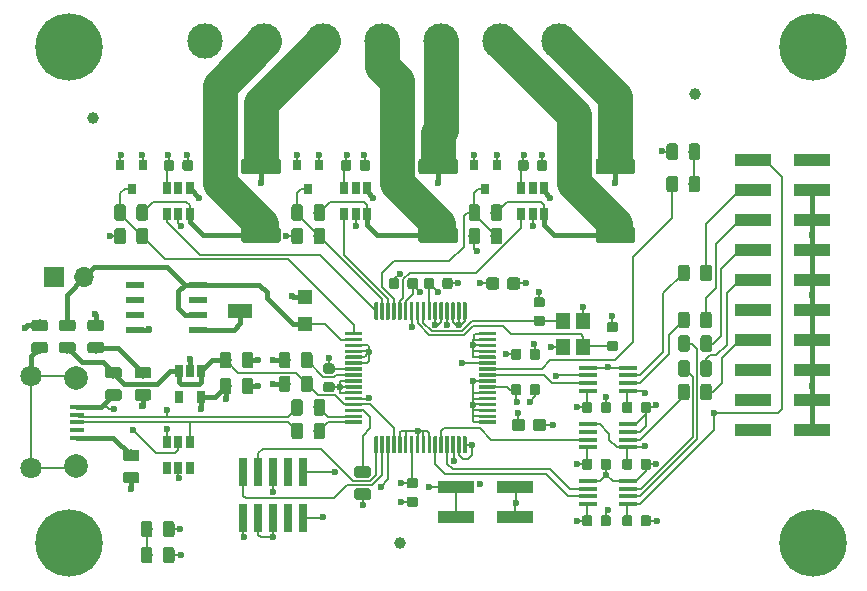
<source format=gbr>
G04 #@! TF.GenerationSoftware,KiCad,Pcbnew,5.0.2-bee76a0~70~ubuntu18.04.1*
G04 #@! TF.CreationDate,2019-12-11T08:43:07+01:00*
G04 #@! TF.ProjectId,lynsyn,6c796e73-796e-42e6-9b69-6361645f7063,rev?*
G04 #@! TF.SameCoordinates,Original*
G04 #@! TF.FileFunction,Copper,L1,Top*
G04 #@! TF.FilePolarity,Positive*
%FSLAX46Y46*%
G04 Gerber Fmt 4.6, Leading zero omitted, Abs format (unit mm)*
G04 Created by KiCad (PCBNEW 5.0.2-bee76a0~70~ubuntu18.04.1) date on. 11. des. 2019 kl. 08.43 +0100*
%MOMM*%
%LPD*%
G01*
G04 APERTURE LIST*
G04 #@! TA.AperFunction,SMDPad,CuDef*
%ADD10R,3.150000X1.000000*%
G04 #@! TD*
G04 #@! TA.AperFunction,ComponentPad*
%ADD11C,5.700000*%
G04 #@! TD*
G04 #@! TA.AperFunction,Conductor*
%ADD12C,0.100000*%
G04 #@! TD*
G04 #@! TA.AperFunction,SMDPad,CuDef*
%ADD13C,0.975000*%
G04 #@! TD*
G04 #@! TA.AperFunction,SMDPad,CuDef*
%ADD14C,0.875000*%
G04 #@! TD*
G04 #@! TA.AperFunction,SMDPad,CuDef*
%ADD15C,1.050000*%
G04 #@! TD*
G04 #@! TA.AperFunction,SMDPad,CuDef*
%ADD16C,1.350000*%
G04 #@! TD*
G04 #@! TA.AperFunction,ComponentPad*
%ADD17R,1.700000X1.700000*%
G04 #@! TD*
G04 #@! TA.AperFunction,ComponentPad*
%ADD18O,1.700000X1.700000*%
G04 #@! TD*
G04 #@! TA.AperFunction,SMDPad,CuDef*
%ADD19R,0.650000X1.060000*%
G04 #@! TD*
G04 #@! TA.AperFunction,SMDPad,CuDef*
%ADD20R,1.600000X0.300000*%
G04 #@! TD*
G04 #@! TA.AperFunction,SMDPad,CuDef*
%ADD21R,1.200000X1.400000*%
G04 #@! TD*
G04 #@! TA.AperFunction,SMDPad,CuDef*
%ADD22R,0.800000X0.900000*%
G04 #@! TD*
G04 #@! TA.AperFunction,SMDPad,CuDef*
%ADD23R,1.300000X0.450000*%
G04 #@! TD*
G04 #@! TA.AperFunction,ComponentPad*
%ADD24C,2.000000*%
G04 #@! TD*
G04 #@! TA.AperFunction,ComponentPad*
%ADD25C,1.800000*%
G04 #@! TD*
G04 #@! TA.AperFunction,SMDPad,CuDef*
%ADD26R,1.300000X1.300000*%
G04 #@! TD*
G04 #@! TA.AperFunction,SMDPad,CuDef*
%ADD27R,2.000000X1.300000*%
G04 #@! TD*
G04 #@! TA.AperFunction,SMDPad,CuDef*
%ADD28C,0.300000*%
G04 #@! TD*
G04 #@! TA.AperFunction,SMDPad,CuDef*
%ADD29R,1.550000X0.600000*%
G04 #@! TD*
G04 #@! TA.AperFunction,ComponentPad*
%ADD30C,3.000000*%
G04 #@! TD*
G04 #@! TA.AperFunction,BGAPad,CuDef*
%ADD31C,1.000000*%
G04 #@! TD*
G04 #@! TA.AperFunction,SMDPad,CuDef*
%ADD32R,0.740000X2.400000*%
G04 #@! TD*
G04 #@! TA.AperFunction,ViaPad*
%ADD33C,0.600000*%
G04 #@! TD*
G04 #@! TA.AperFunction,Conductor*
%ADD34C,0.200000*%
G04 #@! TD*
G04 #@! TA.AperFunction,Conductor*
%ADD35C,0.400000*%
G04 #@! TD*
G04 #@! TA.AperFunction,Conductor*
%ADD36C,3.000000*%
G04 #@! TD*
G04 APERTURE END LIST*
D10*
G04 #@! TO.P,J3,1*
G04 #@! TO.N,/JTAG/JTAG_out_VREF*
X136940000Y-108760000D03*
G04 #@! TO.P,J3,2*
G04 #@! TO.N,N/C*
X141990000Y-108760000D03*
G04 #@! TO.P,J3,3*
G04 #@! TO.N,Net-(J3-Pad3)*
X136940000Y-111300000D03*
G04 #@! TO.P,J3,4*
G04 #@! TO.N,GND*
X141990000Y-111300000D03*
G04 #@! TO.P,J3,5*
G04 #@! TO.N,Net-(J3-Pad5)*
X136940000Y-113840000D03*
G04 #@! TO.P,J3,6*
G04 #@! TO.N,GND*
X141990000Y-113840000D03*
G04 #@! TO.P,J3,7*
G04 #@! TO.N,Net-(J3-Pad7)*
X136940000Y-116380000D03*
G04 #@! TO.P,J3,8*
G04 #@! TO.N,GND*
X141990000Y-116380000D03*
G04 #@! TO.P,J3,9*
G04 #@! TO.N,Net-(J3-Pad9)*
X136940000Y-118920000D03*
G04 #@! TO.P,J3,10*
G04 #@! TO.N,GND*
X141990000Y-118920000D03*
G04 #@! TO.P,J3,11*
G04 #@! TO.N,N/C*
X136940000Y-121460000D03*
G04 #@! TO.P,J3,12*
G04 #@! TO.N,GND*
X141990000Y-121460000D03*
G04 #@! TO.P,J3,13*
G04 #@! TO.N,Net-(J3-Pad13)*
X136940000Y-124000000D03*
G04 #@! TO.P,J3,14*
G04 #@! TO.N,GND*
X141990000Y-124000000D03*
G04 #@! TO.P,J3,15*
G04 #@! TO.N,N/C*
X136940000Y-126540000D03*
G04 #@! TO.P,J3,16*
G04 #@! TO.N,GND*
X141990000Y-126540000D03*
G04 #@! TO.P,J3,17*
G04 #@! TO.N,N/C*
X136940000Y-129080000D03*
G04 #@! TO.P,J3,18*
G04 #@! TO.N,GND*
X141990000Y-129080000D03*
G04 #@! TO.P,J3,19*
G04 #@! TO.N,N/C*
X136940000Y-131620000D03*
G04 #@! TO.P,J3,20*
G04 #@! TO.N,GND*
X141990000Y-131620000D03*
G04 #@! TD*
D11*
G04 #@! TO.P,REF\002A\002A,1*
G04 #@! TO.N,N/C*
X79065000Y-141190000D03*
G04 #@! TD*
G04 #@! TO.P,REF\002A\002A,1*
G04 #@! TO.N,N/C*
X142065000Y-141190000D03*
G04 #@! TD*
G04 #@! TO.P,REF\002A\002A,1*
G04 #@! TO.N,N/C*
X142065000Y-99190000D03*
G04 #@! TD*
D12*
G04 #@! TO.N,USB_VBUS*
G04 #@! TO.C,C1*
G36*
X99457642Y-126991174D02*
X99481303Y-126994684D01*
X99504507Y-127000496D01*
X99527029Y-127008554D01*
X99548653Y-127018782D01*
X99569170Y-127031079D01*
X99588383Y-127045329D01*
X99606107Y-127061393D01*
X99622171Y-127079117D01*
X99636421Y-127098330D01*
X99648718Y-127118847D01*
X99658946Y-127140471D01*
X99667004Y-127162993D01*
X99672816Y-127186197D01*
X99676326Y-127209858D01*
X99677500Y-127233750D01*
X99677500Y-128146250D01*
X99676326Y-128170142D01*
X99672816Y-128193803D01*
X99667004Y-128217007D01*
X99658946Y-128239529D01*
X99648718Y-128261153D01*
X99636421Y-128281670D01*
X99622171Y-128300883D01*
X99606107Y-128318607D01*
X99588383Y-128334671D01*
X99569170Y-128348921D01*
X99548653Y-128361218D01*
X99527029Y-128371446D01*
X99504507Y-128379504D01*
X99481303Y-128385316D01*
X99457642Y-128388826D01*
X99433750Y-128390000D01*
X98946250Y-128390000D01*
X98922358Y-128388826D01*
X98898697Y-128385316D01*
X98875493Y-128379504D01*
X98852971Y-128371446D01*
X98831347Y-128361218D01*
X98810830Y-128348921D01*
X98791617Y-128334671D01*
X98773893Y-128318607D01*
X98757829Y-128300883D01*
X98743579Y-128281670D01*
X98731282Y-128261153D01*
X98721054Y-128239529D01*
X98712996Y-128217007D01*
X98707184Y-128193803D01*
X98703674Y-128170142D01*
X98702500Y-128146250D01*
X98702500Y-127233750D01*
X98703674Y-127209858D01*
X98707184Y-127186197D01*
X98712996Y-127162993D01*
X98721054Y-127140471D01*
X98731282Y-127118847D01*
X98743579Y-127098330D01*
X98757829Y-127079117D01*
X98773893Y-127061393D01*
X98791617Y-127045329D01*
X98810830Y-127031079D01*
X98831347Y-127018782D01*
X98852971Y-127008554D01*
X98875493Y-127000496D01*
X98898697Y-126994684D01*
X98922358Y-126991174D01*
X98946250Y-126990000D01*
X99433750Y-126990000D01*
X99457642Y-126991174D01*
X99457642Y-126991174D01*
G37*
D13*
G04 #@! TD*
G04 #@! TO.P,C1,1*
G04 #@! TO.N,USB_VBUS*
X99190000Y-127690000D03*
D12*
G04 #@! TO.N,GND*
G04 #@! TO.C,C1*
G36*
X97582642Y-126991174D02*
X97606303Y-126994684D01*
X97629507Y-127000496D01*
X97652029Y-127008554D01*
X97673653Y-127018782D01*
X97694170Y-127031079D01*
X97713383Y-127045329D01*
X97731107Y-127061393D01*
X97747171Y-127079117D01*
X97761421Y-127098330D01*
X97773718Y-127118847D01*
X97783946Y-127140471D01*
X97792004Y-127162993D01*
X97797816Y-127186197D01*
X97801326Y-127209858D01*
X97802500Y-127233750D01*
X97802500Y-128146250D01*
X97801326Y-128170142D01*
X97797816Y-128193803D01*
X97792004Y-128217007D01*
X97783946Y-128239529D01*
X97773718Y-128261153D01*
X97761421Y-128281670D01*
X97747171Y-128300883D01*
X97731107Y-128318607D01*
X97713383Y-128334671D01*
X97694170Y-128348921D01*
X97673653Y-128361218D01*
X97652029Y-128371446D01*
X97629507Y-128379504D01*
X97606303Y-128385316D01*
X97582642Y-128388826D01*
X97558750Y-128390000D01*
X97071250Y-128390000D01*
X97047358Y-128388826D01*
X97023697Y-128385316D01*
X97000493Y-128379504D01*
X96977971Y-128371446D01*
X96956347Y-128361218D01*
X96935830Y-128348921D01*
X96916617Y-128334671D01*
X96898893Y-128318607D01*
X96882829Y-128300883D01*
X96868579Y-128281670D01*
X96856282Y-128261153D01*
X96846054Y-128239529D01*
X96837996Y-128217007D01*
X96832184Y-128193803D01*
X96828674Y-128170142D01*
X96827500Y-128146250D01*
X96827500Y-127233750D01*
X96828674Y-127209858D01*
X96832184Y-127186197D01*
X96837996Y-127162993D01*
X96846054Y-127140471D01*
X96856282Y-127118847D01*
X96868579Y-127098330D01*
X96882829Y-127079117D01*
X96898893Y-127061393D01*
X96916617Y-127045329D01*
X96935830Y-127031079D01*
X96956347Y-127018782D01*
X96977971Y-127008554D01*
X97000493Y-127000496D01*
X97023697Y-126994684D01*
X97047358Y-126991174D01*
X97071250Y-126990000D01*
X97558750Y-126990000D01*
X97582642Y-126991174D01*
X97582642Y-126991174D01*
G37*
D13*
G04 #@! TD*
G04 #@! TO.P,C1,2*
G04 #@! TO.N,GND*
X97315000Y-127690000D03*
D12*
G04 #@! TO.N,GND*
G04 #@! TO.C,C2*
G36*
X104395142Y-136541174D02*
X104418803Y-136544684D01*
X104442007Y-136550496D01*
X104464529Y-136558554D01*
X104486153Y-136568782D01*
X104506670Y-136581079D01*
X104525883Y-136595329D01*
X104543607Y-136611393D01*
X104559671Y-136629117D01*
X104573921Y-136648330D01*
X104586218Y-136668847D01*
X104596446Y-136690471D01*
X104604504Y-136712993D01*
X104610316Y-136736197D01*
X104613826Y-136759858D01*
X104615000Y-136783750D01*
X104615000Y-137271250D01*
X104613826Y-137295142D01*
X104610316Y-137318803D01*
X104604504Y-137342007D01*
X104596446Y-137364529D01*
X104586218Y-137386153D01*
X104573921Y-137406670D01*
X104559671Y-137425883D01*
X104543607Y-137443607D01*
X104525883Y-137459671D01*
X104506670Y-137473921D01*
X104486153Y-137486218D01*
X104464529Y-137496446D01*
X104442007Y-137504504D01*
X104418803Y-137510316D01*
X104395142Y-137513826D01*
X104371250Y-137515000D01*
X103458750Y-137515000D01*
X103434858Y-137513826D01*
X103411197Y-137510316D01*
X103387993Y-137504504D01*
X103365471Y-137496446D01*
X103343847Y-137486218D01*
X103323330Y-137473921D01*
X103304117Y-137459671D01*
X103286393Y-137443607D01*
X103270329Y-137425883D01*
X103256079Y-137406670D01*
X103243782Y-137386153D01*
X103233554Y-137364529D01*
X103225496Y-137342007D01*
X103219684Y-137318803D01*
X103216174Y-137295142D01*
X103215000Y-137271250D01*
X103215000Y-136783750D01*
X103216174Y-136759858D01*
X103219684Y-136736197D01*
X103225496Y-136712993D01*
X103233554Y-136690471D01*
X103243782Y-136668847D01*
X103256079Y-136648330D01*
X103270329Y-136629117D01*
X103286393Y-136611393D01*
X103304117Y-136595329D01*
X103323330Y-136581079D01*
X103343847Y-136568782D01*
X103365471Y-136558554D01*
X103387993Y-136550496D01*
X103411197Y-136544684D01*
X103434858Y-136541174D01*
X103458750Y-136540000D01*
X104371250Y-136540000D01*
X104395142Y-136541174D01*
X104395142Y-136541174D01*
G37*
D13*
G04 #@! TD*
G04 #@! TO.P,C2,2*
G04 #@! TO.N,GND*
X103915000Y-137027500D03*
D12*
G04 #@! TO.N,Net-(C2-Pad1)*
G04 #@! TO.C,C2*
G36*
X104395142Y-134666174D02*
X104418803Y-134669684D01*
X104442007Y-134675496D01*
X104464529Y-134683554D01*
X104486153Y-134693782D01*
X104506670Y-134706079D01*
X104525883Y-134720329D01*
X104543607Y-134736393D01*
X104559671Y-134754117D01*
X104573921Y-134773330D01*
X104586218Y-134793847D01*
X104596446Y-134815471D01*
X104604504Y-134837993D01*
X104610316Y-134861197D01*
X104613826Y-134884858D01*
X104615000Y-134908750D01*
X104615000Y-135396250D01*
X104613826Y-135420142D01*
X104610316Y-135443803D01*
X104604504Y-135467007D01*
X104596446Y-135489529D01*
X104586218Y-135511153D01*
X104573921Y-135531670D01*
X104559671Y-135550883D01*
X104543607Y-135568607D01*
X104525883Y-135584671D01*
X104506670Y-135598921D01*
X104486153Y-135611218D01*
X104464529Y-135621446D01*
X104442007Y-135629504D01*
X104418803Y-135635316D01*
X104395142Y-135638826D01*
X104371250Y-135640000D01*
X103458750Y-135640000D01*
X103434858Y-135638826D01*
X103411197Y-135635316D01*
X103387993Y-135629504D01*
X103365471Y-135621446D01*
X103343847Y-135611218D01*
X103323330Y-135598921D01*
X103304117Y-135584671D01*
X103286393Y-135568607D01*
X103270329Y-135550883D01*
X103256079Y-135531670D01*
X103243782Y-135511153D01*
X103233554Y-135489529D01*
X103225496Y-135467007D01*
X103219684Y-135443803D01*
X103216174Y-135420142D01*
X103215000Y-135396250D01*
X103215000Y-134908750D01*
X103216174Y-134884858D01*
X103219684Y-134861197D01*
X103225496Y-134837993D01*
X103233554Y-134815471D01*
X103243782Y-134793847D01*
X103256079Y-134773330D01*
X103270329Y-134754117D01*
X103286393Y-134736393D01*
X103304117Y-134720329D01*
X103323330Y-134706079D01*
X103343847Y-134693782D01*
X103365471Y-134683554D01*
X103387993Y-134675496D01*
X103411197Y-134669684D01*
X103434858Y-134666174D01*
X103458750Y-134665000D01*
X104371250Y-134665000D01*
X104395142Y-134666174D01*
X104395142Y-134666174D01*
G37*
D13*
G04 #@! TD*
G04 #@! TO.P,C2,1*
G04 #@! TO.N,Net-(C2-Pad1)*
X103915000Y-135152500D03*
D12*
G04 #@! TO.N,Net-(C3-Pad1)*
G04 #@! TO.C,C3*
G36*
X99457642Y-124991174D02*
X99481303Y-124994684D01*
X99504507Y-125000496D01*
X99527029Y-125008554D01*
X99548653Y-125018782D01*
X99569170Y-125031079D01*
X99588383Y-125045329D01*
X99606107Y-125061393D01*
X99622171Y-125079117D01*
X99636421Y-125098330D01*
X99648718Y-125118847D01*
X99658946Y-125140471D01*
X99667004Y-125162993D01*
X99672816Y-125186197D01*
X99676326Y-125209858D01*
X99677500Y-125233750D01*
X99677500Y-126146250D01*
X99676326Y-126170142D01*
X99672816Y-126193803D01*
X99667004Y-126217007D01*
X99658946Y-126239529D01*
X99648718Y-126261153D01*
X99636421Y-126281670D01*
X99622171Y-126300883D01*
X99606107Y-126318607D01*
X99588383Y-126334671D01*
X99569170Y-126348921D01*
X99548653Y-126361218D01*
X99527029Y-126371446D01*
X99504507Y-126379504D01*
X99481303Y-126385316D01*
X99457642Y-126388826D01*
X99433750Y-126390000D01*
X98946250Y-126390000D01*
X98922358Y-126388826D01*
X98898697Y-126385316D01*
X98875493Y-126379504D01*
X98852971Y-126371446D01*
X98831347Y-126361218D01*
X98810830Y-126348921D01*
X98791617Y-126334671D01*
X98773893Y-126318607D01*
X98757829Y-126300883D01*
X98743579Y-126281670D01*
X98731282Y-126261153D01*
X98721054Y-126239529D01*
X98712996Y-126217007D01*
X98707184Y-126193803D01*
X98703674Y-126170142D01*
X98702500Y-126146250D01*
X98702500Y-125233750D01*
X98703674Y-125209858D01*
X98707184Y-125186197D01*
X98712996Y-125162993D01*
X98721054Y-125140471D01*
X98731282Y-125118847D01*
X98743579Y-125098330D01*
X98757829Y-125079117D01*
X98773893Y-125061393D01*
X98791617Y-125045329D01*
X98810830Y-125031079D01*
X98831347Y-125018782D01*
X98852971Y-125008554D01*
X98875493Y-125000496D01*
X98898697Y-124994684D01*
X98922358Y-124991174D01*
X98946250Y-124990000D01*
X99433750Y-124990000D01*
X99457642Y-124991174D01*
X99457642Y-124991174D01*
G37*
D13*
G04 #@! TD*
G04 #@! TO.P,C3,1*
G04 #@! TO.N,Net-(C3-Pad1)*
X99190000Y-125690000D03*
D12*
G04 #@! TO.N,GND*
G04 #@! TO.C,C3*
G36*
X97582642Y-124991174D02*
X97606303Y-124994684D01*
X97629507Y-125000496D01*
X97652029Y-125008554D01*
X97673653Y-125018782D01*
X97694170Y-125031079D01*
X97713383Y-125045329D01*
X97731107Y-125061393D01*
X97747171Y-125079117D01*
X97761421Y-125098330D01*
X97773718Y-125118847D01*
X97783946Y-125140471D01*
X97792004Y-125162993D01*
X97797816Y-125186197D01*
X97801326Y-125209858D01*
X97802500Y-125233750D01*
X97802500Y-126146250D01*
X97801326Y-126170142D01*
X97797816Y-126193803D01*
X97792004Y-126217007D01*
X97783946Y-126239529D01*
X97773718Y-126261153D01*
X97761421Y-126281670D01*
X97747171Y-126300883D01*
X97731107Y-126318607D01*
X97713383Y-126334671D01*
X97694170Y-126348921D01*
X97673653Y-126361218D01*
X97652029Y-126371446D01*
X97629507Y-126379504D01*
X97606303Y-126385316D01*
X97582642Y-126388826D01*
X97558750Y-126390000D01*
X97071250Y-126390000D01*
X97047358Y-126388826D01*
X97023697Y-126385316D01*
X97000493Y-126379504D01*
X96977971Y-126371446D01*
X96956347Y-126361218D01*
X96935830Y-126348921D01*
X96916617Y-126334671D01*
X96898893Y-126318607D01*
X96882829Y-126300883D01*
X96868579Y-126281670D01*
X96856282Y-126261153D01*
X96846054Y-126239529D01*
X96837996Y-126217007D01*
X96832184Y-126193803D01*
X96828674Y-126170142D01*
X96827500Y-126146250D01*
X96827500Y-125233750D01*
X96828674Y-125209858D01*
X96832184Y-125186197D01*
X96837996Y-125162993D01*
X96846054Y-125140471D01*
X96856282Y-125118847D01*
X96868579Y-125098330D01*
X96882829Y-125079117D01*
X96898893Y-125061393D01*
X96916617Y-125045329D01*
X96935830Y-125031079D01*
X96956347Y-125018782D01*
X96977971Y-125008554D01*
X97000493Y-125000496D01*
X97023697Y-124994684D01*
X97047358Y-124991174D01*
X97071250Y-124990000D01*
X97558750Y-124990000D01*
X97582642Y-124991174D01*
X97582642Y-124991174D01*
G37*
D13*
G04 #@! TD*
G04 #@! TO.P,C3,2*
G04 #@! TO.N,GND*
X97315000Y-125690000D03*
D12*
G04 #@! TO.N,GND*
G04 #@! TO.C,C4*
G36*
X106817691Y-118716053D02*
X106838926Y-118719203D01*
X106859750Y-118724419D01*
X106879962Y-118731651D01*
X106899368Y-118740830D01*
X106917781Y-118751866D01*
X106935024Y-118764654D01*
X106950930Y-118779070D01*
X106965346Y-118794976D01*
X106978134Y-118812219D01*
X106989170Y-118830632D01*
X106998349Y-118850038D01*
X107005581Y-118870250D01*
X107010797Y-118891074D01*
X107013947Y-118912309D01*
X107015000Y-118933750D01*
X107015000Y-119446250D01*
X107013947Y-119467691D01*
X107010797Y-119488926D01*
X107005581Y-119509750D01*
X106998349Y-119529962D01*
X106989170Y-119549368D01*
X106978134Y-119567781D01*
X106965346Y-119585024D01*
X106950930Y-119600930D01*
X106935024Y-119615346D01*
X106917781Y-119628134D01*
X106899368Y-119639170D01*
X106879962Y-119648349D01*
X106859750Y-119655581D01*
X106838926Y-119660797D01*
X106817691Y-119663947D01*
X106796250Y-119665000D01*
X106358750Y-119665000D01*
X106337309Y-119663947D01*
X106316074Y-119660797D01*
X106295250Y-119655581D01*
X106275038Y-119648349D01*
X106255632Y-119639170D01*
X106237219Y-119628134D01*
X106219976Y-119615346D01*
X106204070Y-119600930D01*
X106189654Y-119585024D01*
X106176866Y-119567781D01*
X106165830Y-119549368D01*
X106156651Y-119529962D01*
X106149419Y-119509750D01*
X106144203Y-119488926D01*
X106141053Y-119467691D01*
X106140000Y-119446250D01*
X106140000Y-118933750D01*
X106141053Y-118912309D01*
X106144203Y-118891074D01*
X106149419Y-118870250D01*
X106156651Y-118850038D01*
X106165830Y-118830632D01*
X106176866Y-118812219D01*
X106189654Y-118794976D01*
X106204070Y-118779070D01*
X106219976Y-118764654D01*
X106237219Y-118751866D01*
X106255632Y-118740830D01*
X106275038Y-118731651D01*
X106295250Y-118724419D01*
X106316074Y-118719203D01*
X106337309Y-118716053D01*
X106358750Y-118715000D01*
X106796250Y-118715000D01*
X106817691Y-118716053D01*
X106817691Y-118716053D01*
G37*
D14*
G04 #@! TD*
G04 #@! TO.P,C4,2*
G04 #@! TO.N,GND*
X106577500Y-119190000D03*
D12*
G04 #@! TO.N,+3.3VA*
G04 #@! TO.C,C4*
G36*
X108392691Y-118716053D02*
X108413926Y-118719203D01*
X108434750Y-118724419D01*
X108454962Y-118731651D01*
X108474368Y-118740830D01*
X108492781Y-118751866D01*
X108510024Y-118764654D01*
X108525930Y-118779070D01*
X108540346Y-118794976D01*
X108553134Y-118812219D01*
X108564170Y-118830632D01*
X108573349Y-118850038D01*
X108580581Y-118870250D01*
X108585797Y-118891074D01*
X108588947Y-118912309D01*
X108590000Y-118933750D01*
X108590000Y-119446250D01*
X108588947Y-119467691D01*
X108585797Y-119488926D01*
X108580581Y-119509750D01*
X108573349Y-119529962D01*
X108564170Y-119549368D01*
X108553134Y-119567781D01*
X108540346Y-119585024D01*
X108525930Y-119600930D01*
X108510024Y-119615346D01*
X108492781Y-119628134D01*
X108474368Y-119639170D01*
X108454962Y-119648349D01*
X108434750Y-119655581D01*
X108413926Y-119660797D01*
X108392691Y-119663947D01*
X108371250Y-119665000D01*
X107933750Y-119665000D01*
X107912309Y-119663947D01*
X107891074Y-119660797D01*
X107870250Y-119655581D01*
X107850038Y-119648349D01*
X107830632Y-119639170D01*
X107812219Y-119628134D01*
X107794976Y-119615346D01*
X107779070Y-119600930D01*
X107764654Y-119585024D01*
X107751866Y-119567781D01*
X107740830Y-119549368D01*
X107731651Y-119529962D01*
X107724419Y-119509750D01*
X107719203Y-119488926D01*
X107716053Y-119467691D01*
X107715000Y-119446250D01*
X107715000Y-118933750D01*
X107716053Y-118912309D01*
X107719203Y-118891074D01*
X107724419Y-118870250D01*
X107731651Y-118850038D01*
X107740830Y-118830632D01*
X107751866Y-118812219D01*
X107764654Y-118794976D01*
X107779070Y-118779070D01*
X107794976Y-118764654D01*
X107812219Y-118751866D01*
X107830632Y-118740830D01*
X107850038Y-118731651D01*
X107870250Y-118724419D01*
X107891074Y-118719203D01*
X107912309Y-118716053D01*
X107933750Y-118715000D01*
X108371250Y-118715000D01*
X108392691Y-118716053D01*
X108392691Y-118716053D01*
G37*
D14*
G04 #@! TD*
G04 #@! TO.P,C4,1*
G04 #@! TO.N,+3.3VA*
X108152500Y-119190000D03*
D12*
G04 #@! TO.N,+3.3VA*
G04 #@! TO.C,C5*
G36*
X109767691Y-118716053D02*
X109788926Y-118719203D01*
X109809750Y-118724419D01*
X109829962Y-118731651D01*
X109849368Y-118740830D01*
X109867781Y-118751866D01*
X109885024Y-118764654D01*
X109900930Y-118779070D01*
X109915346Y-118794976D01*
X109928134Y-118812219D01*
X109939170Y-118830632D01*
X109948349Y-118850038D01*
X109955581Y-118870250D01*
X109960797Y-118891074D01*
X109963947Y-118912309D01*
X109965000Y-118933750D01*
X109965000Y-119446250D01*
X109963947Y-119467691D01*
X109960797Y-119488926D01*
X109955581Y-119509750D01*
X109948349Y-119529962D01*
X109939170Y-119549368D01*
X109928134Y-119567781D01*
X109915346Y-119585024D01*
X109900930Y-119600930D01*
X109885024Y-119615346D01*
X109867781Y-119628134D01*
X109849368Y-119639170D01*
X109829962Y-119648349D01*
X109809750Y-119655581D01*
X109788926Y-119660797D01*
X109767691Y-119663947D01*
X109746250Y-119665000D01*
X109308750Y-119665000D01*
X109287309Y-119663947D01*
X109266074Y-119660797D01*
X109245250Y-119655581D01*
X109225038Y-119648349D01*
X109205632Y-119639170D01*
X109187219Y-119628134D01*
X109169976Y-119615346D01*
X109154070Y-119600930D01*
X109139654Y-119585024D01*
X109126866Y-119567781D01*
X109115830Y-119549368D01*
X109106651Y-119529962D01*
X109099419Y-119509750D01*
X109094203Y-119488926D01*
X109091053Y-119467691D01*
X109090000Y-119446250D01*
X109090000Y-118933750D01*
X109091053Y-118912309D01*
X109094203Y-118891074D01*
X109099419Y-118870250D01*
X109106651Y-118850038D01*
X109115830Y-118830632D01*
X109126866Y-118812219D01*
X109139654Y-118794976D01*
X109154070Y-118779070D01*
X109169976Y-118764654D01*
X109187219Y-118751866D01*
X109205632Y-118740830D01*
X109225038Y-118731651D01*
X109245250Y-118724419D01*
X109266074Y-118719203D01*
X109287309Y-118716053D01*
X109308750Y-118715000D01*
X109746250Y-118715000D01*
X109767691Y-118716053D01*
X109767691Y-118716053D01*
G37*
D14*
G04 #@! TD*
G04 #@! TO.P,C5,1*
G04 #@! TO.N,+3.3VA*
X109527500Y-119190000D03*
D12*
G04 #@! TO.N,GND*
G04 #@! TO.C,C5*
G36*
X111342691Y-118716053D02*
X111363926Y-118719203D01*
X111384750Y-118724419D01*
X111404962Y-118731651D01*
X111424368Y-118740830D01*
X111442781Y-118751866D01*
X111460024Y-118764654D01*
X111475930Y-118779070D01*
X111490346Y-118794976D01*
X111503134Y-118812219D01*
X111514170Y-118830632D01*
X111523349Y-118850038D01*
X111530581Y-118870250D01*
X111535797Y-118891074D01*
X111538947Y-118912309D01*
X111540000Y-118933750D01*
X111540000Y-119446250D01*
X111538947Y-119467691D01*
X111535797Y-119488926D01*
X111530581Y-119509750D01*
X111523349Y-119529962D01*
X111514170Y-119549368D01*
X111503134Y-119567781D01*
X111490346Y-119585024D01*
X111475930Y-119600930D01*
X111460024Y-119615346D01*
X111442781Y-119628134D01*
X111424368Y-119639170D01*
X111404962Y-119648349D01*
X111384750Y-119655581D01*
X111363926Y-119660797D01*
X111342691Y-119663947D01*
X111321250Y-119665000D01*
X110883750Y-119665000D01*
X110862309Y-119663947D01*
X110841074Y-119660797D01*
X110820250Y-119655581D01*
X110800038Y-119648349D01*
X110780632Y-119639170D01*
X110762219Y-119628134D01*
X110744976Y-119615346D01*
X110729070Y-119600930D01*
X110714654Y-119585024D01*
X110701866Y-119567781D01*
X110690830Y-119549368D01*
X110681651Y-119529962D01*
X110674419Y-119509750D01*
X110669203Y-119488926D01*
X110666053Y-119467691D01*
X110665000Y-119446250D01*
X110665000Y-118933750D01*
X110666053Y-118912309D01*
X110669203Y-118891074D01*
X110674419Y-118870250D01*
X110681651Y-118850038D01*
X110690830Y-118830632D01*
X110701866Y-118812219D01*
X110714654Y-118794976D01*
X110729070Y-118779070D01*
X110744976Y-118764654D01*
X110762219Y-118751866D01*
X110780632Y-118740830D01*
X110800038Y-118731651D01*
X110820250Y-118724419D01*
X110841074Y-118719203D01*
X110862309Y-118716053D01*
X110883750Y-118715000D01*
X111321250Y-118715000D01*
X111342691Y-118716053D01*
X111342691Y-118716053D01*
G37*
D14*
G04 #@! TD*
G04 #@! TO.P,C5,2*
G04 #@! TO.N,GND*
X111102500Y-119190000D03*
D12*
G04 #@! TO.N,GND*
G04 #@! TO.C,C6*
G36*
X117039505Y-118666204D02*
X117063773Y-118669804D01*
X117087572Y-118675765D01*
X117110671Y-118684030D01*
X117132850Y-118694520D01*
X117153893Y-118707132D01*
X117173599Y-118721747D01*
X117191777Y-118738223D01*
X117208253Y-118756401D01*
X117222868Y-118776107D01*
X117235480Y-118797150D01*
X117245970Y-118819329D01*
X117254235Y-118842428D01*
X117260196Y-118866227D01*
X117263796Y-118890495D01*
X117265000Y-118914999D01*
X117265000Y-119465001D01*
X117263796Y-119489505D01*
X117260196Y-119513773D01*
X117254235Y-119537572D01*
X117245970Y-119560671D01*
X117235480Y-119582850D01*
X117222868Y-119603893D01*
X117208253Y-119623599D01*
X117191777Y-119641777D01*
X117173599Y-119658253D01*
X117153893Y-119672868D01*
X117132850Y-119685480D01*
X117110671Y-119695970D01*
X117087572Y-119704235D01*
X117063773Y-119710196D01*
X117039505Y-119713796D01*
X117015001Y-119715000D01*
X116389999Y-119715000D01*
X116365495Y-119713796D01*
X116341227Y-119710196D01*
X116317428Y-119704235D01*
X116294329Y-119695970D01*
X116272150Y-119685480D01*
X116251107Y-119672868D01*
X116231401Y-119658253D01*
X116213223Y-119641777D01*
X116196747Y-119623599D01*
X116182132Y-119603893D01*
X116169520Y-119582850D01*
X116159030Y-119560671D01*
X116150765Y-119537572D01*
X116144804Y-119513773D01*
X116141204Y-119489505D01*
X116140000Y-119465001D01*
X116140000Y-118914999D01*
X116141204Y-118890495D01*
X116144804Y-118866227D01*
X116150765Y-118842428D01*
X116159030Y-118819329D01*
X116169520Y-118797150D01*
X116182132Y-118776107D01*
X116196747Y-118756401D01*
X116213223Y-118738223D01*
X116231401Y-118721747D01*
X116251107Y-118707132D01*
X116272150Y-118694520D01*
X116294329Y-118684030D01*
X116317428Y-118675765D01*
X116341227Y-118669804D01*
X116365495Y-118666204D01*
X116389999Y-118665000D01*
X117015001Y-118665000D01*
X117039505Y-118666204D01*
X117039505Y-118666204D01*
G37*
D15*
G04 #@! TD*
G04 #@! TO.P,C6,2*
G04 #@! TO.N,GND*
X116702500Y-119190000D03*
D12*
G04 #@! TO.N,+3.3VA*
G04 #@! TO.C,C6*
G36*
X115264505Y-118666204D02*
X115288773Y-118669804D01*
X115312572Y-118675765D01*
X115335671Y-118684030D01*
X115357850Y-118694520D01*
X115378893Y-118707132D01*
X115398599Y-118721747D01*
X115416777Y-118738223D01*
X115433253Y-118756401D01*
X115447868Y-118776107D01*
X115460480Y-118797150D01*
X115470970Y-118819329D01*
X115479235Y-118842428D01*
X115485196Y-118866227D01*
X115488796Y-118890495D01*
X115490000Y-118914999D01*
X115490000Y-119465001D01*
X115488796Y-119489505D01*
X115485196Y-119513773D01*
X115479235Y-119537572D01*
X115470970Y-119560671D01*
X115460480Y-119582850D01*
X115447868Y-119603893D01*
X115433253Y-119623599D01*
X115416777Y-119641777D01*
X115398599Y-119658253D01*
X115378893Y-119672868D01*
X115357850Y-119685480D01*
X115335671Y-119695970D01*
X115312572Y-119704235D01*
X115288773Y-119710196D01*
X115264505Y-119713796D01*
X115240001Y-119715000D01*
X114614999Y-119715000D01*
X114590495Y-119713796D01*
X114566227Y-119710196D01*
X114542428Y-119704235D01*
X114519329Y-119695970D01*
X114497150Y-119685480D01*
X114476107Y-119672868D01*
X114456401Y-119658253D01*
X114438223Y-119641777D01*
X114421747Y-119623599D01*
X114407132Y-119603893D01*
X114394520Y-119582850D01*
X114384030Y-119560671D01*
X114375765Y-119537572D01*
X114369804Y-119513773D01*
X114366204Y-119489505D01*
X114365000Y-119465001D01*
X114365000Y-118914999D01*
X114366204Y-118890495D01*
X114369804Y-118866227D01*
X114375765Y-118842428D01*
X114384030Y-118819329D01*
X114394520Y-118797150D01*
X114407132Y-118776107D01*
X114421747Y-118756401D01*
X114438223Y-118738223D01*
X114456401Y-118721747D01*
X114476107Y-118707132D01*
X114497150Y-118694520D01*
X114519329Y-118684030D01*
X114542428Y-118675765D01*
X114566227Y-118669804D01*
X114590495Y-118666204D01*
X114614999Y-118665000D01*
X115240001Y-118665000D01*
X115264505Y-118666204D01*
X115264505Y-118666204D01*
G37*
D15*
G04 #@! TD*
G04 #@! TO.P,C6,1*
G04 #@! TO.N,+3.3VA*
X114927500Y-119190000D03*
D12*
G04 #@! TO.N,+3V3*
G04 #@! TO.C,C7*
G36*
X117155191Y-127716053D02*
X117176426Y-127719203D01*
X117197250Y-127724419D01*
X117217462Y-127731651D01*
X117236868Y-127740830D01*
X117255281Y-127751866D01*
X117272524Y-127764654D01*
X117288430Y-127779070D01*
X117302846Y-127794976D01*
X117315634Y-127812219D01*
X117326670Y-127830632D01*
X117335849Y-127850038D01*
X117343081Y-127870250D01*
X117348297Y-127891074D01*
X117351447Y-127912309D01*
X117352500Y-127933750D01*
X117352500Y-128446250D01*
X117351447Y-128467691D01*
X117348297Y-128488926D01*
X117343081Y-128509750D01*
X117335849Y-128529962D01*
X117326670Y-128549368D01*
X117315634Y-128567781D01*
X117302846Y-128585024D01*
X117288430Y-128600930D01*
X117272524Y-128615346D01*
X117255281Y-128628134D01*
X117236868Y-128639170D01*
X117217462Y-128648349D01*
X117197250Y-128655581D01*
X117176426Y-128660797D01*
X117155191Y-128663947D01*
X117133750Y-128665000D01*
X116696250Y-128665000D01*
X116674809Y-128663947D01*
X116653574Y-128660797D01*
X116632750Y-128655581D01*
X116612538Y-128648349D01*
X116593132Y-128639170D01*
X116574719Y-128628134D01*
X116557476Y-128615346D01*
X116541570Y-128600930D01*
X116527154Y-128585024D01*
X116514366Y-128567781D01*
X116503330Y-128549368D01*
X116494151Y-128529962D01*
X116486919Y-128509750D01*
X116481703Y-128488926D01*
X116478553Y-128467691D01*
X116477500Y-128446250D01*
X116477500Y-127933750D01*
X116478553Y-127912309D01*
X116481703Y-127891074D01*
X116486919Y-127870250D01*
X116494151Y-127850038D01*
X116503330Y-127830632D01*
X116514366Y-127812219D01*
X116527154Y-127794976D01*
X116541570Y-127779070D01*
X116557476Y-127764654D01*
X116574719Y-127751866D01*
X116593132Y-127740830D01*
X116612538Y-127731651D01*
X116632750Y-127724419D01*
X116653574Y-127719203D01*
X116674809Y-127716053D01*
X116696250Y-127715000D01*
X117133750Y-127715000D01*
X117155191Y-127716053D01*
X117155191Y-127716053D01*
G37*
D14*
G04 #@! TD*
G04 #@! TO.P,C7,1*
G04 #@! TO.N,+3V3*
X116915000Y-128190000D03*
D12*
G04 #@! TO.N,GND*
G04 #@! TO.C,C7*
G36*
X118730191Y-127716053D02*
X118751426Y-127719203D01*
X118772250Y-127724419D01*
X118792462Y-127731651D01*
X118811868Y-127740830D01*
X118830281Y-127751866D01*
X118847524Y-127764654D01*
X118863430Y-127779070D01*
X118877846Y-127794976D01*
X118890634Y-127812219D01*
X118901670Y-127830632D01*
X118910849Y-127850038D01*
X118918081Y-127870250D01*
X118923297Y-127891074D01*
X118926447Y-127912309D01*
X118927500Y-127933750D01*
X118927500Y-128446250D01*
X118926447Y-128467691D01*
X118923297Y-128488926D01*
X118918081Y-128509750D01*
X118910849Y-128529962D01*
X118901670Y-128549368D01*
X118890634Y-128567781D01*
X118877846Y-128585024D01*
X118863430Y-128600930D01*
X118847524Y-128615346D01*
X118830281Y-128628134D01*
X118811868Y-128639170D01*
X118792462Y-128648349D01*
X118772250Y-128655581D01*
X118751426Y-128660797D01*
X118730191Y-128663947D01*
X118708750Y-128665000D01*
X118271250Y-128665000D01*
X118249809Y-128663947D01*
X118228574Y-128660797D01*
X118207750Y-128655581D01*
X118187538Y-128648349D01*
X118168132Y-128639170D01*
X118149719Y-128628134D01*
X118132476Y-128615346D01*
X118116570Y-128600930D01*
X118102154Y-128585024D01*
X118089366Y-128567781D01*
X118078330Y-128549368D01*
X118069151Y-128529962D01*
X118061919Y-128509750D01*
X118056703Y-128488926D01*
X118053553Y-128467691D01*
X118052500Y-128446250D01*
X118052500Y-127933750D01*
X118053553Y-127912309D01*
X118056703Y-127891074D01*
X118061919Y-127870250D01*
X118069151Y-127850038D01*
X118078330Y-127830632D01*
X118089366Y-127812219D01*
X118102154Y-127794976D01*
X118116570Y-127779070D01*
X118132476Y-127764654D01*
X118149719Y-127751866D01*
X118168132Y-127740830D01*
X118187538Y-127731651D01*
X118207750Y-127724419D01*
X118228574Y-127719203D01*
X118249809Y-127716053D01*
X118271250Y-127715000D01*
X118708750Y-127715000D01*
X118730191Y-127716053D01*
X118730191Y-127716053D01*
G37*
D14*
G04 #@! TD*
G04 #@! TO.P,C7,2*
G04 #@! TO.N,GND*
X118490000Y-128190000D03*
D12*
G04 #@! TO.N,+3V3*
G04 #@! TO.C,C8*
G36*
X108392691Y-135666053D02*
X108413926Y-135669203D01*
X108434750Y-135674419D01*
X108454962Y-135681651D01*
X108474368Y-135690830D01*
X108492781Y-135701866D01*
X108510024Y-135714654D01*
X108525930Y-135729070D01*
X108540346Y-135744976D01*
X108553134Y-135762219D01*
X108564170Y-135780632D01*
X108573349Y-135800038D01*
X108580581Y-135820250D01*
X108585797Y-135841074D01*
X108588947Y-135862309D01*
X108590000Y-135883750D01*
X108590000Y-136321250D01*
X108588947Y-136342691D01*
X108585797Y-136363926D01*
X108580581Y-136384750D01*
X108573349Y-136404962D01*
X108564170Y-136424368D01*
X108553134Y-136442781D01*
X108540346Y-136460024D01*
X108525930Y-136475930D01*
X108510024Y-136490346D01*
X108492781Y-136503134D01*
X108474368Y-136514170D01*
X108454962Y-136523349D01*
X108434750Y-136530581D01*
X108413926Y-136535797D01*
X108392691Y-136538947D01*
X108371250Y-136540000D01*
X107858750Y-136540000D01*
X107837309Y-136538947D01*
X107816074Y-136535797D01*
X107795250Y-136530581D01*
X107775038Y-136523349D01*
X107755632Y-136514170D01*
X107737219Y-136503134D01*
X107719976Y-136490346D01*
X107704070Y-136475930D01*
X107689654Y-136460024D01*
X107676866Y-136442781D01*
X107665830Y-136424368D01*
X107656651Y-136404962D01*
X107649419Y-136384750D01*
X107644203Y-136363926D01*
X107641053Y-136342691D01*
X107640000Y-136321250D01*
X107640000Y-135883750D01*
X107641053Y-135862309D01*
X107644203Y-135841074D01*
X107649419Y-135820250D01*
X107656651Y-135800038D01*
X107665830Y-135780632D01*
X107676866Y-135762219D01*
X107689654Y-135744976D01*
X107704070Y-135729070D01*
X107719976Y-135714654D01*
X107737219Y-135701866D01*
X107755632Y-135690830D01*
X107775038Y-135681651D01*
X107795250Y-135674419D01*
X107816074Y-135669203D01*
X107837309Y-135666053D01*
X107858750Y-135665000D01*
X108371250Y-135665000D01*
X108392691Y-135666053D01*
X108392691Y-135666053D01*
G37*
D14*
G04 #@! TD*
G04 #@! TO.P,C8,1*
G04 #@! TO.N,+3V3*
X108115000Y-136102500D03*
D12*
G04 #@! TO.N,GND*
G04 #@! TO.C,C8*
G36*
X108392691Y-137241053D02*
X108413926Y-137244203D01*
X108434750Y-137249419D01*
X108454962Y-137256651D01*
X108474368Y-137265830D01*
X108492781Y-137276866D01*
X108510024Y-137289654D01*
X108525930Y-137304070D01*
X108540346Y-137319976D01*
X108553134Y-137337219D01*
X108564170Y-137355632D01*
X108573349Y-137375038D01*
X108580581Y-137395250D01*
X108585797Y-137416074D01*
X108588947Y-137437309D01*
X108590000Y-137458750D01*
X108590000Y-137896250D01*
X108588947Y-137917691D01*
X108585797Y-137938926D01*
X108580581Y-137959750D01*
X108573349Y-137979962D01*
X108564170Y-137999368D01*
X108553134Y-138017781D01*
X108540346Y-138035024D01*
X108525930Y-138050930D01*
X108510024Y-138065346D01*
X108492781Y-138078134D01*
X108474368Y-138089170D01*
X108454962Y-138098349D01*
X108434750Y-138105581D01*
X108413926Y-138110797D01*
X108392691Y-138113947D01*
X108371250Y-138115000D01*
X107858750Y-138115000D01*
X107837309Y-138113947D01*
X107816074Y-138110797D01*
X107795250Y-138105581D01*
X107775038Y-138098349D01*
X107755632Y-138089170D01*
X107737219Y-138078134D01*
X107719976Y-138065346D01*
X107704070Y-138050930D01*
X107689654Y-138035024D01*
X107676866Y-138017781D01*
X107665830Y-137999368D01*
X107656651Y-137979962D01*
X107649419Y-137959750D01*
X107644203Y-137938926D01*
X107641053Y-137917691D01*
X107640000Y-137896250D01*
X107640000Y-137458750D01*
X107641053Y-137437309D01*
X107644203Y-137416074D01*
X107649419Y-137395250D01*
X107656651Y-137375038D01*
X107665830Y-137355632D01*
X107676866Y-137337219D01*
X107689654Y-137319976D01*
X107704070Y-137304070D01*
X107719976Y-137289654D01*
X107737219Y-137276866D01*
X107755632Y-137265830D01*
X107775038Y-137256651D01*
X107795250Y-137249419D01*
X107816074Y-137244203D01*
X107837309Y-137241053D01*
X107858750Y-137240000D01*
X108371250Y-137240000D01*
X108392691Y-137241053D01*
X108392691Y-137241053D01*
G37*
D14*
G04 #@! TD*
G04 #@! TO.P,C8,2*
G04 #@! TO.N,GND*
X108115000Y-137677500D03*
D12*
G04 #@! TO.N,GND*
G04 #@! TO.C,C9*
G36*
X101342691Y-127541053D02*
X101363926Y-127544203D01*
X101384750Y-127549419D01*
X101404962Y-127556651D01*
X101424368Y-127565830D01*
X101442781Y-127576866D01*
X101460024Y-127589654D01*
X101475930Y-127604070D01*
X101490346Y-127619976D01*
X101503134Y-127637219D01*
X101514170Y-127655632D01*
X101523349Y-127675038D01*
X101530581Y-127695250D01*
X101535797Y-127716074D01*
X101538947Y-127737309D01*
X101540000Y-127758750D01*
X101540000Y-128196250D01*
X101538947Y-128217691D01*
X101535797Y-128238926D01*
X101530581Y-128259750D01*
X101523349Y-128279962D01*
X101514170Y-128299368D01*
X101503134Y-128317781D01*
X101490346Y-128335024D01*
X101475930Y-128350930D01*
X101460024Y-128365346D01*
X101442781Y-128378134D01*
X101424368Y-128389170D01*
X101404962Y-128398349D01*
X101384750Y-128405581D01*
X101363926Y-128410797D01*
X101342691Y-128413947D01*
X101321250Y-128415000D01*
X100808750Y-128415000D01*
X100787309Y-128413947D01*
X100766074Y-128410797D01*
X100745250Y-128405581D01*
X100725038Y-128398349D01*
X100705632Y-128389170D01*
X100687219Y-128378134D01*
X100669976Y-128365346D01*
X100654070Y-128350930D01*
X100639654Y-128335024D01*
X100626866Y-128317781D01*
X100615830Y-128299368D01*
X100606651Y-128279962D01*
X100599419Y-128259750D01*
X100594203Y-128238926D01*
X100591053Y-128217691D01*
X100590000Y-128196250D01*
X100590000Y-127758750D01*
X100591053Y-127737309D01*
X100594203Y-127716074D01*
X100599419Y-127695250D01*
X100606651Y-127675038D01*
X100615830Y-127655632D01*
X100626866Y-127637219D01*
X100639654Y-127619976D01*
X100654070Y-127604070D01*
X100669976Y-127589654D01*
X100687219Y-127576866D01*
X100705632Y-127565830D01*
X100725038Y-127556651D01*
X100745250Y-127549419D01*
X100766074Y-127544203D01*
X100787309Y-127541053D01*
X100808750Y-127540000D01*
X101321250Y-127540000D01*
X101342691Y-127541053D01*
X101342691Y-127541053D01*
G37*
D14*
G04 #@! TD*
G04 #@! TO.P,C9,2*
G04 #@! TO.N,GND*
X101065000Y-127977500D03*
D12*
G04 #@! TO.N,+3V3*
G04 #@! TO.C,C9*
G36*
X101342691Y-125966053D02*
X101363926Y-125969203D01*
X101384750Y-125974419D01*
X101404962Y-125981651D01*
X101424368Y-125990830D01*
X101442781Y-126001866D01*
X101460024Y-126014654D01*
X101475930Y-126029070D01*
X101490346Y-126044976D01*
X101503134Y-126062219D01*
X101514170Y-126080632D01*
X101523349Y-126100038D01*
X101530581Y-126120250D01*
X101535797Y-126141074D01*
X101538947Y-126162309D01*
X101540000Y-126183750D01*
X101540000Y-126621250D01*
X101538947Y-126642691D01*
X101535797Y-126663926D01*
X101530581Y-126684750D01*
X101523349Y-126704962D01*
X101514170Y-126724368D01*
X101503134Y-126742781D01*
X101490346Y-126760024D01*
X101475930Y-126775930D01*
X101460024Y-126790346D01*
X101442781Y-126803134D01*
X101424368Y-126814170D01*
X101404962Y-126823349D01*
X101384750Y-126830581D01*
X101363926Y-126835797D01*
X101342691Y-126838947D01*
X101321250Y-126840000D01*
X100808750Y-126840000D01*
X100787309Y-126838947D01*
X100766074Y-126835797D01*
X100745250Y-126830581D01*
X100725038Y-126823349D01*
X100705632Y-126814170D01*
X100687219Y-126803134D01*
X100669976Y-126790346D01*
X100654070Y-126775930D01*
X100639654Y-126760024D01*
X100626866Y-126742781D01*
X100615830Y-126724368D01*
X100606651Y-126704962D01*
X100599419Y-126684750D01*
X100594203Y-126663926D01*
X100591053Y-126642691D01*
X100590000Y-126621250D01*
X100590000Y-126183750D01*
X100591053Y-126162309D01*
X100594203Y-126141074D01*
X100599419Y-126120250D01*
X100606651Y-126100038D01*
X100615830Y-126080632D01*
X100626866Y-126062219D01*
X100639654Y-126044976D01*
X100654070Y-126029070D01*
X100669976Y-126014654D01*
X100687219Y-126001866D01*
X100705632Y-125990830D01*
X100725038Y-125981651D01*
X100745250Y-125974419D01*
X100766074Y-125969203D01*
X100787309Y-125966053D01*
X100808750Y-125965000D01*
X101321250Y-125965000D01*
X101342691Y-125966053D01*
X101342691Y-125966053D01*
G37*
D14*
G04 #@! TD*
G04 #@! TO.P,C9,1*
G04 #@! TO.N,+3V3*
X101065000Y-126402500D03*
D12*
G04 #@! TO.N,GND*
G04 #@! TO.C,C10*
G36*
X118730191Y-124716053D02*
X118751426Y-124719203D01*
X118772250Y-124724419D01*
X118792462Y-124731651D01*
X118811868Y-124740830D01*
X118830281Y-124751866D01*
X118847524Y-124764654D01*
X118863430Y-124779070D01*
X118877846Y-124794976D01*
X118890634Y-124812219D01*
X118901670Y-124830632D01*
X118910849Y-124850038D01*
X118918081Y-124870250D01*
X118923297Y-124891074D01*
X118926447Y-124912309D01*
X118927500Y-124933750D01*
X118927500Y-125446250D01*
X118926447Y-125467691D01*
X118923297Y-125488926D01*
X118918081Y-125509750D01*
X118910849Y-125529962D01*
X118901670Y-125549368D01*
X118890634Y-125567781D01*
X118877846Y-125585024D01*
X118863430Y-125600930D01*
X118847524Y-125615346D01*
X118830281Y-125628134D01*
X118811868Y-125639170D01*
X118792462Y-125648349D01*
X118772250Y-125655581D01*
X118751426Y-125660797D01*
X118730191Y-125663947D01*
X118708750Y-125665000D01*
X118271250Y-125665000D01*
X118249809Y-125663947D01*
X118228574Y-125660797D01*
X118207750Y-125655581D01*
X118187538Y-125648349D01*
X118168132Y-125639170D01*
X118149719Y-125628134D01*
X118132476Y-125615346D01*
X118116570Y-125600930D01*
X118102154Y-125585024D01*
X118089366Y-125567781D01*
X118078330Y-125549368D01*
X118069151Y-125529962D01*
X118061919Y-125509750D01*
X118056703Y-125488926D01*
X118053553Y-125467691D01*
X118052500Y-125446250D01*
X118052500Y-124933750D01*
X118053553Y-124912309D01*
X118056703Y-124891074D01*
X118061919Y-124870250D01*
X118069151Y-124850038D01*
X118078330Y-124830632D01*
X118089366Y-124812219D01*
X118102154Y-124794976D01*
X118116570Y-124779070D01*
X118132476Y-124764654D01*
X118149719Y-124751866D01*
X118168132Y-124740830D01*
X118187538Y-124731651D01*
X118207750Y-124724419D01*
X118228574Y-124719203D01*
X118249809Y-124716053D01*
X118271250Y-124715000D01*
X118708750Y-124715000D01*
X118730191Y-124716053D01*
X118730191Y-124716053D01*
G37*
D14*
G04 #@! TD*
G04 #@! TO.P,C10,2*
G04 #@! TO.N,GND*
X118490000Y-125190000D03*
D12*
G04 #@! TO.N,+3V3*
G04 #@! TO.C,C10*
G36*
X117155191Y-124716053D02*
X117176426Y-124719203D01*
X117197250Y-124724419D01*
X117217462Y-124731651D01*
X117236868Y-124740830D01*
X117255281Y-124751866D01*
X117272524Y-124764654D01*
X117288430Y-124779070D01*
X117302846Y-124794976D01*
X117315634Y-124812219D01*
X117326670Y-124830632D01*
X117335849Y-124850038D01*
X117343081Y-124870250D01*
X117348297Y-124891074D01*
X117351447Y-124912309D01*
X117352500Y-124933750D01*
X117352500Y-125446250D01*
X117351447Y-125467691D01*
X117348297Y-125488926D01*
X117343081Y-125509750D01*
X117335849Y-125529962D01*
X117326670Y-125549368D01*
X117315634Y-125567781D01*
X117302846Y-125585024D01*
X117288430Y-125600930D01*
X117272524Y-125615346D01*
X117255281Y-125628134D01*
X117236868Y-125639170D01*
X117217462Y-125648349D01*
X117197250Y-125655581D01*
X117176426Y-125660797D01*
X117155191Y-125663947D01*
X117133750Y-125665000D01*
X116696250Y-125665000D01*
X116674809Y-125663947D01*
X116653574Y-125660797D01*
X116632750Y-125655581D01*
X116612538Y-125648349D01*
X116593132Y-125639170D01*
X116574719Y-125628134D01*
X116557476Y-125615346D01*
X116541570Y-125600930D01*
X116527154Y-125585024D01*
X116514366Y-125567781D01*
X116503330Y-125549368D01*
X116494151Y-125529962D01*
X116486919Y-125509750D01*
X116481703Y-125488926D01*
X116478553Y-125467691D01*
X116477500Y-125446250D01*
X116477500Y-124933750D01*
X116478553Y-124912309D01*
X116481703Y-124891074D01*
X116486919Y-124870250D01*
X116494151Y-124850038D01*
X116503330Y-124830632D01*
X116514366Y-124812219D01*
X116527154Y-124794976D01*
X116541570Y-124779070D01*
X116557476Y-124764654D01*
X116574719Y-124751866D01*
X116593132Y-124740830D01*
X116612538Y-124731651D01*
X116632750Y-124724419D01*
X116653574Y-124719203D01*
X116674809Y-124716053D01*
X116696250Y-124715000D01*
X117133750Y-124715000D01*
X117155191Y-124716053D01*
X117155191Y-124716053D01*
G37*
D14*
G04 #@! TD*
G04 #@! TO.P,C10,1*
G04 #@! TO.N,+3V3*
X116915000Y-125190000D03*
D12*
G04 #@! TO.N,+3V3*
G04 #@! TO.C,C11*
G36*
X117452005Y-130666204D02*
X117476273Y-130669804D01*
X117500072Y-130675765D01*
X117523171Y-130684030D01*
X117545350Y-130694520D01*
X117566393Y-130707132D01*
X117586099Y-130721747D01*
X117604277Y-130738223D01*
X117620753Y-130756401D01*
X117635368Y-130776107D01*
X117647980Y-130797150D01*
X117658470Y-130819329D01*
X117666735Y-130842428D01*
X117672696Y-130866227D01*
X117676296Y-130890495D01*
X117677500Y-130914999D01*
X117677500Y-131465001D01*
X117676296Y-131489505D01*
X117672696Y-131513773D01*
X117666735Y-131537572D01*
X117658470Y-131560671D01*
X117647980Y-131582850D01*
X117635368Y-131603893D01*
X117620753Y-131623599D01*
X117604277Y-131641777D01*
X117586099Y-131658253D01*
X117566393Y-131672868D01*
X117545350Y-131685480D01*
X117523171Y-131695970D01*
X117500072Y-131704235D01*
X117476273Y-131710196D01*
X117452005Y-131713796D01*
X117427501Y-131715000D01*
X116802499Y-131715000D01*
X116777995Y-131713796D01*
X116753727Y-131710196D01*
X116729928Y-131704235D01*
X116706829Y-131695970D01*
X116684650Y-131685480D01*
X116663607Y-131672868D01*
X116643901Y-131658253D01*
X116625723Y-131641777D01*
X116609247Y-131623599D01*
X116594632Y-131603893D01*
X116582020Y-131582850D01*
X116571530Y-131560671D01*
X116563265Y-131537572D01*
X116557304Y-131513773D01*
X116553704Y-131489505D01*
X116552500Y-131465001D01*
X116552500Y-130914999D01*
X116553704Y-130890495D01*
X116557304Y-130866227D01*
X116563265Y-130842428D01*
X116571530Y-130819329D01*
X116582020Y-130797150D01*
X116594632Y-130776107D01*
X116609247Y-130756401D01*
X116625723Y-130738223D01*
X116643901Y-130721747D01*
X116663607Y-130707132D01*
X116684650Y-130694520D01*
X116706829Y-130684030D01*
X116729928Y-130675765D01*
X116753727Y-130669804D01*
X116777995Y-130666204D01*
X116802499Y-130665000D01*
X117427501Y-130665000D01*
X117452005Y-130666204D01*
X117452005Y-130666204D01*
G37*
D15*
G04 #@! TD*
G04 #@! TO.P,C11,1*
G04 #@! TO.N,+3V3*
X117115000Y-131190000D03*
D12*
G04 #@! TO.N,GND*
G04 #@! TO.C,C11*
G36*
X119227005Y-130666204D02*
X119251273Y-130669804D01*
X119275072Y-130675765D01*
X119298171Y-130684030D01*
X119320350Y-130694520D01*
X119341393Y-130707132D01*
X119361099Y-130721747D01*
X119379277Y-130738223D01*
X119395753Y-130756401D01*
X119410368Y-130776107D01*
X119422980Y-130797150D01*
X119433470Y-130819329D01*
X119441735Y-130842428D01*
X119447696Y-130866227D01*
X119451296Y-130890495D01*
X119452500Y-130914999D01*
X119452500Y-131465001D01*
X119451296Y-131489505D01*
X119447696Y-131513773D01*
X119441735Y-131537572D01*
X119433470Y-131560671D01*
X119422980Y-131582850D01*
X119410368Y-131603893D01*
X119395753Y-131623599D01*
X119379277Y-131641777D01*
X119361099Y-131658253D01*
X119341393Y-131672868D01*
X119320350Y-131685480D01*
X119298171Y-131695970D01*
X119275072Y-131704235D01*
X119251273Y-131710196D01*
X119227005Y-131713796D01*
X119202501Y-131715000D01*
X118577499Y-131715000D01*
X118552995Y-131713796D01*
X118528727Y-131710196D01*
X118504928Y-131704235D01*
X118481829Y-131695970D01*
X118459650Y-131685480D01*
X118438607Y-131672868D01*
X118418901Y-131658253D01*
X118400723Y-131641777D01*
X118384247Y-131623599D01*
X118369632Y-131603893D01*
X118357020Y-131582850D01*
X118346530Y-131560671D01*
X118338265Y-131537572D01*
X118332304Y-131513773D01*
X118328704Y-131489505D01*
X118327500Y-131465001D01*
X118327500Y-130914999D01*
X118328704Y-130890495D01*
X118332304Y-130866227D01*
X118338265Y-130842428D01*
X118346530Y-130819329D01*
X118357020Y-130797150D01*
X118369632Y-130776107D01*
X118384247Y-130756401D01*
X118400723Y-130738223D01*
X118418901Y-130721747D01*
X118438607Y-130707132D01*
X118459650Y-130694520D01*
X118481829Y-130684030D01*
X118504928Y-130675765D01*
X118528727Y-130669804D01*
X118552995Y-130666204D01*
X118577499Y-130665000D01*
X119202501Y-130665000D01*
X119227005Y-130666204D01*
X119227005Y-130666204D01*
G37*
D15*
G04 #@! TD*
G04 #@! TO.P,C11,2*
G04 #@! TO.N,GND*
X118890000Y-131190000D03*
D12*
G04 #@! TO.N,Net-(C12-Pad1)*
G04 #@! TO.C,C12*
G36*
X119142691Y-121928553D02*
X119163926Y-121931703D01*
X119184750Y-121936919D01*
X119204962Y-121944151D01*
X119224368Y-121953330D01*
X119242781Y-121964366D01*
X119260024Y-121977154D01*
X119275930Y-121991570D01*
X119290346Y-122007476D01*
X119303134Y-122024719D01*
X119314170Y-122043132D01*
X119323349Y-122062538D01*
X119330581Y-122082750D01*
X119335797Y-122103574D01*
X119338947Y-122124809D01*
X119340000Y-122146250D01*
X119340000Y-122583750D01*
X119338947Y-122605191D01*
X119335797Y-122626426D01*
X119330581Y-122647250D01*
X119323349Y-122667462D01*
X119314170Y-122686868D01*
X119303134Y-122705281D01*
X119290346Y-122722524D01*
X119275930Y-122738430D01*
X119260024Y-122752846D01*
X119242781Y-122765634D01*
X119224368Y-122776670D01*
X119204962Y-122785849D01*
X119184750Y-122793081D01*
X119163926Y-122798297D01*
X119142691Y-122801447D01*
X119121250Y-122802500D01*
X118608750Y-122802500D01*
X118587309Y-122801447D01*
X118566074Y-122798297D01*
X118545250Y-122793081D01*
X118525038Y-122785849D01*
X118505632Y-122776670D01*
X118487219Y-122765634D01*
X118469976Y-122752846D01*
X118454070Y-122738430D01*
X118439654Y-122722524D01*
X118426866Y-122705281D01*
X118415830Y-122686868D01*
X118406651Y-122667462D01*
X118399419Y-122647250D01*
X118394203Y-122626426D01*
X118391053Y-122605191D01*
X118390000Y-122583750D01*
X118390000Y-122146250D01*
X118391053Y-122124809D01*
X118394203Y-122103574D01*
X118399419Y-122082750D01*
X118406651Y-122062538D01*
X118415830Y-122043132D01*
X118426866Y-122024719D01*
X118439654Y-122007476D01*
X118454070Y-121991570D01*
X118469976Y-121977154D01*
X118487219Y-121964366D01*
X118505632Y-121953330D01*
X118525038Y-121944151D01*
X118545250Y-121936919D01*
X118566074Y-121931703D01*
X118587309Y-121928553D01*
X118608750Y-121927500D01*
X119121250Y-121927500D01*
X119142691Y-121928553D01*
X119142691Y-121928553D01*
G37*
D14*
G04 #@! TD*
G04 #@! TO.P,C12,1*
G04 #@! TO.N,Net-(C12-Pad1)*
X118865000Y-122365000D03*
D12*
G04 #@! TO.N,GND*
G04 #@! TO.C,C12*
G36*
X119142691Y-120353553D02*
X119163926Y-120356703D01*
X119184750Y-120361919D01*
X119204962Y-120369151D01*
X119224368Y-120378330D01*
X119242781Y-120389366D01*
X119260024Y-120402154D01*
X119275930Y-120416570D01*
X119290346Y-120432476D01*
X119303134Y-120449719D01*
X119314170Y-120468132D01*
X119323349Y-120487538D01*
X119330581Y-120507750D01*
X119335797Y-120528574D01*
X119338947Y-120549809D01*
X119340000Y-120571250D01*
X119340000Y-121008750D01*
X119338947Y-121030191D01*
X119335797Y-121051426D01*
X119330581Y-121072250D01*
X119323349Y-121092462D01*
X119314170Y-121111868D01*
X119303134Y-121130281D01*
X119290346Y-121147524D01*
X119275930Y-121163430D01*
X119260024Y-121177846D01*
X119242781Y-121190634D01*
X119224368Y-121201670D01*
X119204962Y-121210849D01*
X119184750Y-121218081D01*
X119163926Y-121223297D01*
X119142691Y-121226447D01*
X119121250Y-121227500D01*
X118608750Y-121227500D01*
X118587309Y-121226447D01*
X118566074Y-121223297D01*
X118545250Y-121218081D01*
X118525038Y-121210849D01*
X118505632Y-121201670D01*
X118487219Y-121190634D01*
X118469976Y-121177846D01*
X118454070Y-121163430D01*
X118439654Y-121147524D01*
X118426866Y-121130281D01*
X118415830Y-121111868D01*
X118406651Y-121092462D01*
X118399419Y-121072250D01*
X118394203Y-121051426D01*
X118391053Y-121030191D01*
X118390000Y-121008750D01*
X118390000Y-120571250D01*
X118391053Y-120549809D01*
X118394203Y-120528574D01*
X118399419Y-120507750D01*
X118406651Y-120487538D01*
X118415830Y-120468132D01*
X118426866Y-120449719D01*
X118439654Y-120432476D01*
X118454070Y-120416570D01*
X118469976Y-120402154D01*
X118487219Y-120389366D01*
X118505632Y-120378330D01*
X118525038Y-120369151D01*
X118545250Y-120361919D01*
X118566074Y-120356703D01*
X118587309Y-120353553D01*
X118608750Y-120352500D01*
X119121250Y-120352500D01*
X119142691Y-120353553D01*
X119142691Y-120353553D01*
G37*
D14*
G04 #@! TD*
G04 #@! TO.P,C12,2*
G04 #@! TO.N,GND*
X118865000Y-120790000D03*
D12*
G04 #@! TO.N,GND*
G04 #@! TO.C,C13*
G36*
X125342691Y-122466053D02*
X125363926Y-122469203D01*
X125384750Y-122474419D01*
X125404962Y-122481651D01*
X125424368Y-122490830D01*
X125442781Y-122501866D01*
X125460024Y-122514654D01*
X125475930Y-122529070D01*
X125490346Y-122544976D01*
X125503134Y-122562219D01*
X125514170Y-122580632D01*
X125523349Y-122600038D01*
X125530581Y-122620250D01*
X125535797Y-122641074D01*
X125538947Y-122662309D01*
X125540000Y-122683750D01*
X125540000Y-123121250D01*
X125538947Y-123142691D01*
X125535797Y-123163926D01*
X125530581Y-123184750D01*
X125523349Y-123204962D01*
X125514170Y-123224368D01*
X125503134Y-123242781D01*
X125490346Y-123260024D01*
X125475930Y-123275930D01*
X125460024Y-123290346D01*
X125442781Y-123303134D01*
X125424368Y-123314170D01*
X125404962Y-123323349D01*
X125384750Y-123330581D01*
X125363926Y-123335797D01*
X125342691Y-123338947D01*
X125321250Y-123340000D01*
X124808750Y-123340000D01*
X124787309Y-123338947D01*
X124766074Y-123335797D01*
X124745250Y-123330581D01*
X124725038Y-123323349D01*
X124705632Y-123314170D01*
X124687219Y-123303134D01*
X124669976Y-123290346D01*
X124654070Y-123275930D01*
X124639654Y-123260024D01*
X124626866Y-123242781D01*
X124615830Y-123224368D01*
X124606651Y-123204962D01*
X124599419Y-123184750D01*
X124594203Y-123163926D01*
X124591053Y-123142691D01*
X124590000Y-123121250D01*
X124590000Y-122683750D01*
X124591053Y-122662309D01*
X124594203Y-122641074D01*
X124599419Y-122620250D01*
X124606651Y-122600038D01*
X124615830Y-122580632D01*
X124626866Y-122562219D01*
X124639654Y-122544976D01*
X124654070Y-122529070D01*
X124669976Y-122514654D01*
X124687219Y-122501866D01*
X124705632Y-122490830D01*
X124725038Y-122481651D01*
X124745250Y-122474419D01*
X124766074Y-122469203D01*
X124787309Y-122466053D01*
X124808750Y-122465000D01*
X125321250Y-122465000D01*
X125342691Y-122466053D01*
X125342691Y-122466053D01*
G37*
D14*
G04 #@! TD*
G04 #@! TO.P,C13,2*
G04 #@! TO.N,GND*
X125065000Y-122902500D03*
D12*
G04 #@! TO.N,Net-(C13-Pad1)*
G04 #@! TO.C,C13*
G36*
X125342691Y-124041053D02*
X125363926Y-124044203D01*
X125384750Y-124049419D01*
X125404962Y-124056651D01*
X125424368Y-124065830D01*
X125442781Y-124076866D01*
X125460024Y-124089654D01*
X125475930Y-124104070D01*
X125490346Y-124119976D01*
X125503134Y-124137219D01*
X125514170Y-124155632D01*
X125523349Y-124175038D01*
X125530581Y-124195250D01*
X125535797Y-124216074D01*
X125538947Y-124237309D01*
X125540000Y-124258750D01*
X125540000Y-124696250D01*
X125538947Y-124717691D01*
X125535797Y-124738926D01*
X125530581Y-124759750D01*
X125523349Y-124779962D01*
X125514170Y-124799368D01*
X125503134Y-124817781D01*
X125490346Y-124835024D01*
X125475930Y-124850930D01*
X125460024Y-124865346D01*
X125442781Y-124878134D01*
X125424368Y-124889170D01*
X125404962Y-124898349D01*
X125384750Y-124905581D01*
X125363926Y-124910797D01*
X125342691Y-124913947D01*
X125321250Y-124915000D01*
X124808750Y-124915000D01*
X124787309Y-124913947D01*
X124766074Y-124910797D01*
X124745250Y-124905581D01*
X124725038Y-124898349D01*
X124705632Y-124889170D01*
X124687219Y-124878134D01*
X124669976Y-124865346D01*
X124654070Y-124850930D01*
X124639654Y-124835024D01*
X124626866Y-124817781D01*
X124615830Y-124799368D01*
X124606651Y-124779962D01*
X124599419Y-124759750D01*
X124594203Y-124738926D01*
X124591053Y-124717691D01*
X124590000Y-124696250D01*
X124590000Y-124258750D01*
X124591053Y-124237309D01*
X124594203Y-124216074D01*
X124599419Y-124195250D01*
X124606651Y-124175038D01*
X124615830Y-124155632D01*
X124626866Y-124137219D01*
X124639654Y-124119976D01*
X124654070Y-124104070D01*
X124669976Y-124089654D01*
X124687219Y-124076866D01*
X124705632Y-124065830D01*
X124725038Y-124056651D01*
X124745250Y-124049419D01*
X124766074Y-124044203D01*
X124787309Y-124041053D01*
X124808750Y-124040000D01*
X125321250Y-124040000D01*
X125342691Y-124041053D01*
X125342691Y-124041053D01*
G37*
D14*
G04 #@! TD*
G04 #@! TO.P,C13,1*
G04 #@! TO.N,Net-(C13-Pad1)*
X125065000Y-124477500D03*
D12*
G04 #@! TO.N,GND*
G04 #@! TO.C,C14*
G36*
X89342691Y-108716053D02*
X89363926Y-108719203D01*
X89384750Y-108724419D01*
X89404962Y-108731651D01*
X89424368Y-108740830D01*
X89442781Y-108751866D01*
X89460024Y-108764654D01*
X89475930Y-108779070D01*
X89490346Y-108794976D01*
X89503134Y-108812219D01*
X89514170Y-108830632D01*
X89523349Y-108850038D01*
X89530581Y-108870250D01*
X89535797Y-108891074D01*
X89538947Y-108912309D01*
X89540000Y-108933750D01*
X89540000Y-109446250D01*
X89538947Y-109467691D01*
X89535797Y-109488926D01*
X89530581Y-109509750D01*
X89523349Y-109529962D01*
X89514170Y-109549368D01*
X89503134Y-109567781D01*
X89490346Y-109585024D01*
X89475930Y-109600930D01*
X89460024Y-109615346D01*
X89442781Y-109628134D01*
X89424368Y-109639170D01*
X89404962Y-109648349D01*
X89384750Y-109655581D01*
X89363926Y-109660797D01*
X89342691Y-109663947D01*
X89321250Y-109665000D01*
X88883750Y-109665000D01*
X88862309Y-109663947D01*
X88841074Y-109660797D01*
X88820250Y-109655581D01*
X88800038Y-109648349D01*
X88780632Y-109639170D01*
X88762219Y-109628134D01*
X88744976Y-109615346D01*
X88729070Y-109600930D01*
X88714654Y-109585024D01*
X88701866Y-109567781D01*
X88690830Y-109549368D01*
X88681651Y-109529962D01*
X88674419Y-109509750D01*
X88669203Y-109488926D01*
X88666053Y-109467691D01*
X88665000Y-109446250D01*
X88665000Y-108933750D01*
X88666053Y-108912309D01*
X88669203Y-108891074D01*
X88674419Y-108870250D01*
X88681651Y-108850038D01*
X88690830Y-108830632D01*
X88701866Y-108812219D01*
X88714654Y-108794976D01*
X88729070Y-108779070D01*
X88744976Y-108764654D01*
X88762219Y-108751866D01*
X88780632Y-108740830D01*
X88800038Y-108731651D01*
X88820250Y-108724419D01*
X88841074Y-108719203D01*
X88862309Y-108716053D01*
X88883750Y-108715000D01*
X89321250Y-108715000D01*
X89342691Y-108716053D01*
X89342691Y-108716053D01*
G37*
D14*
G04 #@! TD*
G04 #@! TO.P,C14,2*
G04 #@! TO.N,GND*
X89102500Y-109190000D03*
D12*
G04 #@! TO.N,+3.3VA*
G04 #@! TO.C,C14*
G36*
X87767691Y-108716053D02*
X87788926Y-108719203D01*
X87809750Y-108724419D01*
X87829962Y-108731651D01*
X87849368Y-108740830D01*
X87867781Y-108751866D01*
X87885024Y-108764654D01*
X87900930Y-108779070D01*
X87915346Y-108794976D01*
X87928134Y-108812219D01*
X87939170Y-108830632D01*
X87948349Y-108850038D01*
X87955581Y-108870250D01*
X87960797Y-108891074D01*
X87963947Y-108912309D01*
X87965000Y-108933750D01*
X87965000Y-109446250D01*
X87963947Y-109467691D01*
X87960797Y-109488926D01*
X87955581Y-109509750D01*
X87948349Y-109529962D01*
X87939170Y-109549368D01*
X87928134Y-109567781D01*
X87915346Y-109585024D01*
X87900930Y-109600930D01*
X87885024Y-109615346D01*
X87867781Y-109628134D01*
X87849368Y-109639170D01*
X87829962Y-109648349D01*
X87809750Y-109655581D01*
X87788926Y-109660797D01*
X87767691Y-109663947D01*
X87746250Y-109665000D01*
X87308750Y-109665000D01*
X87287309Y-109663947D01*
X87266074Y-109660797D01*
X87245250Y-109655581D01*
X87225038Y-109648349D01*
X87205632Y-109639170D01*
X87187219Y-109628134D01*
X87169976Y-109615346D01*
X87154070Y-109600930D01*
X87139654Y-109585024D01*
X87126866Y-109567781D01*
X87115830Y-109549368D01*
X87106651Y-109529962D01*
X87099419Y-109509750D01*
X87094203Y-109488926D01*
X87091053Y-109467691D01*
X87090000Y-109446250D01*
X87090000Y-108933750D01*
X87091053Y-108912309D01*
X87094203Y-108891074D01*
X87099419Y-108870250D01*
X87106651Y-108850038D01*
X87115830Y-108830632D01*
X87126866Y-108812219D01*
X87139654Y-108794976D01*
X87154070Y-108779070D01*
X87169976Y-108764654D01*
X87187219Y-108751866D01*
X87205632Y-108740830D01*
X87225038Y-108731651D01*
X87245250Y-108724419D01*
X87266074Y-108719203D01*
X87287309Y-108716053D01*
X87308750Y-108715000D01*
X87746250Y-108715000D01*
X87767691Y-108716053D01*
X87767691Y-108716053D01*
G37*
D14*
G04 #@! TD*
G04 #@! TO.P,C14,1*
G04 #@! TO.N,+3.3VA*
X87527500Y-109190000D03*
D12*
G04 #@! TO.N,+3V3*
G04 #@! TO.C,C19*
G36*
X123167691Y-138816053D02*
X123188926Y-138819203D01*
X123209750Y-138824419D01*
X123229962Y-138831651D01*
X123249368Y-138840830D01*
X123267781Y-138851866D01*
X123285024Y-138864654D01*
X123300930Y-138879070D01*
X123315346Y-138894976D01*
X123328134Y-138912219D01*
X123339170Y-138930632D01*
X123348349Y-138950038D01*
X123355581Y-138970250D01*
X123360797Y-138991074D01*
X123363947Y-139012309D01*
X123365000Y-139033750D01*
X123365000Y-139546250D01*
X123363947Y-139567691D01*
X123360797Y-139588926D01*
X123355581Y-139609750D01*
X123348349Y-139629962D01*
X123339170Y-139649368D01*
X123328134Y-139667781D01*
X123315346Y-139685024D01*
X123300930Y-139700930D01*
X123285024Y-139715346D01*
X123267781Y-139728134D01*
X123249368Y-139739170D01*
X123229962Y-139748349D01*
X123209750Y-139755581D01*
X123188926Y-139760797D01*
X123167691Y-139763947D01*
X123146250Y-139765000D01*
X122708750Y-139765000D01*
X122687309Y-139763947D01*
X122666074Y-139760797D01*
X122645250Y-139755581D01*
X122625038Y-139748349D01*
X122605632Y-139739170D01*
X122587219Y-139728134D01*
X122569976Y-139715346D01*
X122554070Y-139700930D01*
X122539654Y-139685024D01*
X122526866Y-139667781D01*
X122515830Y-139649368D01*
X122506651Y-139629962D01*
X122499419Y-139609750D01*
X122494203Y-139588926D01*
X122491053Y-139567691D01*
X122490000Y-139546250D01*
X122490000Y-139033750D01*
X122491053Y-139012309D01*
X122494203Y-138991074D01*
X122499419Y-138970250D01*
X122506651Y-138950038D01*
X122515830Y-138930632D01*
X122526866Y-138912219D01*
X122539654Y-138894976D01*
X122554070Y-138879070D01*
X122569976Y-138864654D01*
X122587219Y-138851866D01*
X122605632Y-138840830D01*
X122625038Y-138831651D01*
X122645250Y-138824419D01*
X122666074Y-138819203D01*
X122687309Y-138816053D01*
X122708750Y-138815000D01*
X123146250Y-138815000D01*
X123167691Y-138816053D01*
X123167691Y-138816053D01*
G37*
D14*
G04 #@! TD*
G04 #@! TO.P,C19,1*
G04 #@! TO.N,+3V3*
X122927500Y-139290000D03*
D12*
G04 #@! TO.N,GND*
G04 #@! TO.C,C19*
G36*
X124742691Y-138816053D02*
X124763926Y-138819203D01*
X124784750Y-138824419D01*
X124804962Y-138831651D01*
X124824368Y-138840830D01*
X124842781Y-138851866D01*
X124860024Y-138864654D01*
X124875930Y-138879070D01*
X124890346Y-138894976D01*
X124903134Y-138912219D01*
X124914170Y-138930632D01*
X124923349Y-138950038D01*
X124930581Y-138970250D01*
X124935797Y-138991074D01*
X124938947Y-139012309D01*
X124940000Y-139033750D01*
X124940000Y-139546250D01*
X124938947Y-139567691D01*
X124935797Y-139588926D01*
X124930581Y-139609750D01*
X124923349Y-139629962D01*
X124914170Y-139649368D01*
X124903134Y-139667781D01*
X124890346Y-139685024D01*
X124875930Y-139700930D01*
X124860024Y-139715346D01*
X124842781Y-139728134D01*
X124824368Y-139739170D01*
X124804962Y-139748349D01*
X124784750Y-139755581D01*
X124763926Y-139760797D01*
X124742691Y-139763947D01*
X124721250Y-139765000D01*
X124283750Y-139765000D01*
X124262309Y-139763947D01*
X124241074Y-139760797D01*
X124220250Y-139755581D01*
X124200038Y-139748349D01*
X124180632Y-139739170D01*
X124162219Y-139728134D01*
X124144976Y-139715346D01*
X124129070Y-139700930D01*
X124114654Y-139685024D01*
X124101866Y-139667781D01*
X124090830Y-139649368D01*
X124081651Y-139629962D01*
X124074419Y-139609750D01*
X124069203Y-139588926D01*
X124066053Y-139567691D01*
X124065000Y-139546250D01*
X124065000Y-139033750D01*
X124066053Y-139012309D01*
X124069203Y-138991074D01*
X124074419Y-138970250D01*
X124081651Y-138950038D01*
X124090830Y-138930632D01*
X124101866Y-138912219D01*
X124114654Y-138894976D01*
X124129070Y-138879070D01*
X124144976Y-138864654D01*
X124162219Y-138851866D01*
X124180632Y-138840830D01*
X124200038Y-138831651D01*
X124220250Y-138824419D01*
X124241074Y-138819203D01*
X124262309Y-138816053D01*
X124283750Y-138815000D01*
X124721250Y-138815000D01*
X124742691Y-138816053D01*
X124742691Y-138816053D01*
G37*
D14*
G04 #@! TD*
G04 #@! TO.P,C19,2*
G04 #@! TO.N,GND*
X124502500Y-139290000D03*
D12*
G04 #@! TO.N,GND*
G04 #@! TO.C,C20*
G36*
X124742691Y-134016053D02*
X124763926Y-134019203D01*
X124784750Y-134024419D01*
X124804962Y-134031651D01*
X124824368Y-134040830D01*
X124842781Y-134051866D01*
X124860024Y-134064654D01*
X124875930Y-134079070D01*
X124890346Y-134094976D01*
X124903134Y-134112219D01*
X124914170Y-134130632D01*
X124923349Y-134150038D01*
X124930581Y-134170250D01*
X124935797Y-134191074D01*
X124938947Y-134212309D01*
X124940000Y-134233750D01*
X124940000Y-134746250D01*
X124938947Y-134767691D01*
X124935797Y-134788926D01*
X124930581Y-134809750D01*
X124923349Y-134829962D01*
X124914170Y-134849368D01*
X124903134Y-134867781D01*
X124890346Y-134885024D01*
X124875930Y-134900930D01*
X124860024Y-134915346D01*
X124842781Y-134928134D01*
X124824368Y-134939170D01*
X124804962Y-134948349D01*
X124784750Y-134955581D01*
X124763926Y-134960797D01*
X124742691Y-134963947D01*
X124721250Y-134965000D01*
X124283750Y-134965000D01*
X124262309Y-134963947D01*
X124241074Y-134960797D01*
X124220250Y-134955581D01*
X124200038Y-134948349D01*
X124180632Y-134939170D01*
X124162219Y-134928134D01*
X124144976Y-134915346D01*
X124129070Y-134900930D01*
X124114654Y-134885024D01*
X124101866Y-134867781D01*
X124090830Y-134849368D01*
X124081651Y-134829962D01*
X124074419Y-134809750D01*
X124069203Y-134788926D01*
X124066053Y-134767691D01*
X124065000Y-134746250D01*
X124065000Y-134233750D01*
X124066053Y-134212309D01*
X124069203Y-134191074D01*
X124074419Y-134170250D01*
X124081651Y-134150038D01*
X124090830Y-134130632D01*
X124101866Y-134112219D01*
X124114654Y-134094976D01*
X124129070Y-134079070D01*
X124144976Y-134064654D01*
X124162219Y-134051866D01*
X124180632Y-134040830D01*
X124200038Y-134031651D01*
X124220250Y-134024419D01*
X124241074Y-134019203D01*
X124262309Y-134016053D01*
X124283750Y-134015000D01*
X124721250Y-134015000D01*
X124742691Y-134016053D01*
X124742691Y-134016053D01*
G37*
D14*
G04 #@! TD*
G04 #@! TO.P,C20,2*
G04 #@! TO.N,GND*
X124502500Y-134490000D03*
D12*
G04 #@! TO.N,+3V3*
G04 #@! TO.C,C20*
G36*
X123167691Y-134016053D02*
X123188926Y-134019203D01*
X123209750Y-134024419D01*
X123229962Y-134031651D01*
X123249368Y-134040830D01*
X123267781Y-134051866D01*
X123285024Y-134064654D01*
X123300930Y-134079070D01*
X123315346Y-134094976D01*
X123328134Y-134112219D01*
X123339170Y-134130632D01*
X123348349Y-134150038D01*
X123355581Y-134170250D01*
X123360797Y-134191074D01*
X123363947Y-134212309D01*
X123365000Y-134233750D01*
X123365000Y-134746250D01*
X123363947Y-134767691D01*
X123360797Y-134788926D01*
X123355581Y-134809750D01*
X123348349Y-134829962D01*
X123339170Y-134849368D01*
X123328134Y-134867781D01*
X123315346Y-134885024D01*
X123300930Y-134900930D01*
X123285024Y-134915346D01*
X123267781Y-134928134D01*
X123249368Y-134939170D01*
X123229962Y-134948349D01*
X123209750Y-134955581D01*
X123188926Y-134960797D01*
X123167691Y-134963947D01*
X123146250Y-134965000D01*
X122708750Y-134965000D01*
X122687309Y-134963947D01*
X122666074Y-134960797D01*
X122645250Y-134955581D01*
X122625038Y-134948349D01*
X122605632Y-134939170D01*
X122587219Y-134928134D01*
X122569976Y-134915346D01*
X122554070Y-134900930D01*
X122539654Y-134885024D01*
X122526866Y-134867781D01*
X122515830Y-134849368D01*
X122506651Y-134829962D01*
X122499419Y-134809750D01*
X122494203Y-134788926D01*
X122491053Y-134767691D01*
X122490000Y-134746250D01*
X122490000Y-134233750D01*
X122491053Y-134212309D01*
X122494203Y-134191074D01*
X122499419Y-134170250D01*
X122506651Y-134150038D01*
X122515830Y-134130632D01*
X122526866Y-134112219D01*
X122539654Y-134094976D01*
X122554070Y-134079070D01*
X122569976Y-134064654D01*
X122587219Y-134051866D01*
X122605632Y-134040830D01*
X122625038Y-134031651D01*
X122645250Y-134024419D01*
X122666074Y-134019203D01*
X122687309Y-134016053D01*
X122708750Y-134015000D01*
X123146250Y-134015000D01*
X123167691Y-134016053D01*
X123167691Y-134016053D01*
G37*
D14*
G04 #@! TD*
G04 #@! TO.P,C20,1*
G04 #@! TO.N,+3V3*
X122927500Y-134490000D03*
D12*
G04 #@! TO.N,+3V3*
G04 #@! TO.C,C21*
G36*
X123167691Y-129216053D02*
X123188926Y-129219203D01*
X123209750Y-129224419D01*
X123229962Y-129231651D01*
X123249368Y-129240830D01*
X123267781Y-129251866D01*
X123285024Y-129264654D01*
X123300930Y-129279070D01*
X123315346Y-129294976D01*
X123328134Y-129312219D01*
X123339170Y-129330632D01*
X123348349Y-129350038D01*
X123355581Y-129370250D01*
X123360797Y-129391074D01*
X123363947Y-129412309D01*
X123365000Y-129433750D01*
X123365000Y-129946250D01*
X123363947Y-129967691D01*
X123360797Y-129988926D01*
X123355581Y-130009750D01*
X123348349Y-130029962D01*
X123339170Y-130049368D01*
X123328134Y-130067781D01*
X123315346Y-130085024D01*
X123300930Y-130100930D01*
X123285024Y-130115346D01*
X123267781Y-130128134D01*
X123249368Y-130139170D01*
X123229962Y-130148349D01*
X123209750Y-130155581D01*
X123188926Y-130160797D01*
X123167691Y-130163947D01*
X123146250Y-130165000D01*
X122708750Y-130165000D01*
X122687309Y-130163947D01*
X122666074Y-130160797D01*
X122645250Y-130155581D01*
X122625038Y-130148349D01*
X122605632Y-130139170D01*
X122587219Y-130128134D01*
X122569976Y-130115346D01*
X122554070Y-130100930D01*
X122539654Y-130085024D01*
X122526866Y-130067781D01*
X122515830Y-130049368D01*
X122506651Y-130029962D01*
X122499419Y-130009750D01*
X122494203Y-129988926D01*
X122491053Y-129967691D01*
X122490000Y-129946250D01*
X122490000Y-129433750D01*
X122491053Y-129412309D01*
X122494203Y-129391074D01*
X122499419Y-129370250D01*
X122506651Y-129350038D01*
X122515830Y-129330632D01*
X122526866Y-129312219D01*
X122539654Y-129294976D01*
X122554070Y-129279070D01*
X122569976Y-129264654D01*
X122587219Y-129251866D01*
X122605632Y-129240830D01*
X122625038Y-129231651D01*
X122645250Y-129224419D01*
X122666074Y-129219203D01*
X122687309Y-129216053D01*
X122708750Y-129215000D01*
X123146250Y-129215000D01*
X123167691Y-129216053D01*
X123167691Y-129216053D01*
G37*
D14*
G04 #@! TD*
G04 #@! TO.P,C21,1*
G04 #@! TO.N,+3V3*
X122927500Y-129690000D03*
D12*
G04 #@! TO.N,GND*
G04 #@! TO.C,C21*
G36*
X124742691Y-129216053D02*
X124763926Y-129219203D01*
X124784750Y-129224419D01*
X124804962Y-129231651D01*
X124824368Y-129240830D01*
X124842781Y-129251866D01*
X124860024Y-129264654D01*
X124875930Y-129279070D01*
X124890346Y-129294976D01*
X124903134Y-129312219D01*
X124914170Y-129330632D01*
X124923349Y-129350038D01*
X124930581Y-129370250D01*
X124935797Y-129391074D01*
X124938947Y-129412309D01*
X124940000Y-129433750D01*
X124940000Y-129946250D01*
X124938947Y-129967691D01*
X124935797Y-129988926D01*
X124930581Y-130009750D01*
X124923349Y-130029962D01*
X124914170Y-130049368D01*
X124903134Y-130067781D01*
X124890346Y-130085024D01*
X124875930Y-130100930D01*
X124860024Y-130115346D01*
X124842781Y-130128134D01*
X124824368Y-130139170D01*
X124804962Y-130148349D01*
X124784750Y-130155581D01*
X124763926Y-130160797D01*
X124742691Y-130163947D01*
X124721250Y-130165000D01*
X124283750Y-130165000D01*
X124262309Y-130163947D01*
X124241074Y-130160797D01*
X124220250Y-130155581D01*
X124200038Y-130148349D01*
X124180632Y-130139170D01*
X124162219Y-130128134D01*
X124144976Y-130115346D01*
X124129070Y-130100930D01*
X124114654Y-130085024D01*
X124101866Y-130067781D01*
X124090830Y-130049368D01*
X124081651Y-130029962D01*
X124074419Y-130009750D01*
X124069203Y-129988926D01*
X124066053Y-129967691D01*
X124065000Y-129946250D01*
X124065000Y-129433750D01*
X124066053Y-129412309D01*
X124069203Y-129391074D01*
X124074419Y-129370250D01*
X124081651Y-129350038D01*
X124090830Y-129330632D01*
X124101866Y-129312219D01*
X124114654Y-129294976D01*
X124129070Y-129279070D01*
X124144976Y-129264654D01*
X124162219Y-129251866D01*
X124180632Y-129240830D01*
X124200038Y-129231651D01*
X124220250Y-129224419D01*
X124241074Y-129219203D01*
X124262309Y-129216053D01*
X124283750Y-129215000D01*
X124721250Y-129215000D01*
X124742691Y-129216053D01*
X124742691Y-129216053D01*
G37*
D14*
G04 #@! TD*
G04 #@! TO.P,C21,2*
G04 #@! TO.N,GND*
X124502500Y-129690000D03*
D12*
G04 #@! TO.N,/JTAG/JTAG_out_VREF*
G04 #@! TO.C,C22*
G36*
X126567691Y-138816053D02*
X126588926Y-138819203D01*
X126609750Y-138824419D01*
X126629962Y-138831651D01*
X126649368Y-138840830D01*
X126667781Y-138851866D01*
X126685024Y-138864654D01*
X126700930Y-138879070D01*
X126715346Y-138894976D01*
X126728134Y-138912219D01*
X126739170Y-138930632D01*
X126748349Y-138950038D01*
X126755581Y-138970250D01*
X126760797Y-138991074D01*
X126763947Y-139012309D01*
X126765000Y-139033750D01*
X126765000Y-139546250D01*
X126763947Y-139567691D01*
X126760797Y-139588926D01*
X126755581Y-139609750D01*
X126748349Y-139629962D01*
X126739170Y-139649368D01*
X126728134Y-139667781D01*
X126715346Y-139685024D01*
X126700930Y-139700930D01*
X126685024Y-139715346D01*
X126667781Y-139728134D01*
X126649368Y-139739170D01*
X126629962Y-139748349D01*
X126609750Y-139755581D01*
X126588926Y-139760797D01*
X126567691Y-139763947D01*
X126546250Y-139765000D01*
X126108750Y-139765000D01*
X126087309Y-139763947D01*
X126066074Y-139760797D01*
X126045250Y-139755581D01*
X126025038Y-139748349D01*
X126005632Y-139739170D01*
X125987219Y-139728134D01*
X125969976Y-139715346D01*
X125954070Y-139700930D01*
X125939654Y-139685024D01*
X125926866Y-139667781D01*
X125915830Y-139649368D01*
X125906651Y-139629962D01*
X125899419Y-139609750D01*
X125894203Y-139588926D01*
X125891053Y-139567691D01*
X125890000Y-139546250D01*
X125890000Y-139033750D01*
X125891053Y-139012309D01*
X125894203Y-138991074D01*
X125899419Y-138970250D01*
X125906651Y-138950038D01*
X125915830Y-138930632D01*
X125926866Y-138912219D01*
X125939654Y-138894976D01*
X125954070Y-138879070D01*
X125969976Y-138864654D01*
X125987219Y-138851866D01*
X126005632Y-138840830D01*
X126025038Y-138831651D01*
X126045250Y-138824419D01*
X126066074Y-138819203D01*
X126087309Y-138816053D01*
X126108750Y-138815000D01*
X126546250Y-138815000D01*
X126567691Y-138816053D01*
X126567691Y-138816053D01*
G37*
D14*
G04 #@! TD*
G04 #@! TO.P,C22,1*
G04 #@! TO.N,/JTAG/JTAG_out_VREF*
X126327500Y-139290000D03*
D12*
G04 #@! TO.N,GND*
G04 #@! TO.C,C22*
G36*
X128142691Y-138816053D02*
X128163926Y-138819203D01*
X128184750Y-138824419D01*
X128204962Y-138831651D01*
X128224368Y-138840830D01*
X128242781Y-138851866D01*
X128260024Y-138864654D01*
X128275930Y-138879070D01*
X128290346Y-138894976D01*
X128303134Y-138912219D01*
X128314170Y-138930632D01*
X128323349Y-138950038D01*
X128330581Y-138970250D01*
X128335797Y-138991074D01*
X128338947Y-139012309D01*
X128340000Y-139033750D01*
X128340000Y-139546250D01*
X128338947Y-139567691D01*
X128335797Y-139588926D01*
X128330581Y-139609750D01*
X128323349Y-139629962D01*
X128314170Y-139649368D01*
X128303134Y-139667781D01*
X128290346Y-139685024D01*
X128275930Y-139700930D01*
X128260024Y-139715346D01*
X128242781Y-139728134D01*
X128224368Y-139739170D01*
X128204962Y-139748349D01*
X128184750Y-139755581D01*
X128163926Y-139760797D01*
X128142691Y-139763947D01*
X128121250Y-139765000D01*
X127683750Y-139765000D01*
X127662309Y-139763947D01*
X127641074Y-139760797D01*
X127620250Y-139755581D01*
X127600038Y-139748349D01*
X127580632Y-139739170D01*
X127562219Y-139728134D01*
X127544976Y-139715346D01*
X127529070Y-139700930D01*
X127514654Y-139685024D01*
X127501866Y-139667781D01*
X127490830Y-139649368D01*
X127481651Y-139629962D01*
X127474419Y-139609750D01*
X127469203Y-139588926D01*
X127466053Y-139567691D01*
X127465000Y-139546250D01*
X127465000Y-139033750D01*
X127466053Y-139012309D01*
X127469203Y-138991074D01*
X127474419Y-138970250D01*
X127481651Y-138950038D01*
X127490830Y-138930632D01*
X127501866Y-138912219D01*
X127514654Y-138894976D01*
X127529070Y-138879070D01*
X127544976Y-138864654D01*
X127562219Y-138851866D01*
X127580632Y-138840830D01*
X127600038Y-138831651D01*
X127620250Y-138824419D01*
X127641074Y-138819203D01*
X127662309Y-138816053D01*
X127683750Y-138815000D01*
X128121250Y-138815000D01*
X128142691Y-138816053D01*
X128142691Y-138816053D01*
G37*
D14*
G04 #@! TD*
G04 #@! TO.P,C22,2*
G04 #@! TO.N,GND*
X127902500Y-139290000D03*
D12*
G04 #@! TO.N,GND*
G04 #@! TO.C,D1*
G36*
X87770142Y-139291174D02*
X87793803Y-139294684D01*
X87817007Y-139300496D01*
X87839529Y-139308554D01*
X87861153Y-139318782D01*
X87881670Y-139331079D01*
X87900883Y-139345329D01*
X87918607Y-139361393D01*
X87934671Y-139379117D01*
X87948921Y-139398330D01*
X87961218Y-139418847D01*
X87971446Y-139440471D01*
X87979504Y-139462993D01*
X87985316Y-139486197D01*
X87988826Y-139509858D01*
X87990000Y-139533750D01*
X87990000Y-140446250D01*
X87988826Y-140470142D01*
X87985316Y-140493803D01*
X87979504Y-140517007D01*
X87971446Y-140539529D01*
X87961218Y-140561153D01*
X87948921Y-140581670D01*
X87934671Y-140600883D01*
X87918607Y-140618607D01*
X87900883Y-140634671D01*
X87881670Y-140648921D01*
X87861153Y-140661218D01*
X87839529Y-140671446D01*
X87817007Y-140679504D01*
X87793803Y-140685316D01*
X87770142Y-140688826D01*
X87746250Y-140690000D01*
X87258750Y-140690000D01*
X87234858Y-140688826D01*
X87211197Y-140685316D01*
X87187993Y-140679504D01*
X87165471Y-140671446D01*
X87143847Y-140661218D01*
X87123330Y-140648921D01*
X87104117Y-140634671D01*
X87086393Y-140618607D01*
X87070329Y-140600883D01*
X87056079Y-140581670D01*
X87043782Y-140561153D01*
X87033554Y-140539529D01*
X87025496Y-140517007D01*
X87019684Y-140493803D01*
X87016174Y-140470142D01*
X87015000Y-140446250D01*
X87015000Y-139533750D01*
X87016174Y-139509858D01*
X87019684Y-139486197D01*
X87025496Y-139462993D01*
X87033554Y-139440471D01*
X87043782Y-139418847D01*
X87056079Y-139398330D01*
X87070329Y-139379117D01*
X87086393Y-139361393D01*
X87104117Y-139345329D01*
X87123330Y-139331079D01*
X87143847Y-139318782D01*
X87165471Y-139308554D01*
X87187993Y-139300496D01*
X87211197Y-139294684D01*
X87234858Y-139291174D01*
X87258750Y-139290000D01*
X87746250Y-139290000D01*
X87770142Y-139291174D01*
X87770142Y-139291174D01*
G37*
D13*
G04 #@! TD*
G04 #@! TO.P,D1,1*
G04 #@! TO.N,GND*
X87502500Y-139990000D03*
D12*
G04 #@! TO.N,Net-(D1-Pad2)*
G04 #@! TO.C,D1*
G36*
X85895142Y-139291174D02*
X85918803Y-139294684D01*
X85942007Y-139300496D01*
X85964529Y-139308554D01*
X85986153Y-139318782D01*
X86006670Y-139331079D01*
X86025883Y-139345329D01*
X86043607Y-139361393D01*
X86059671Y-139379117D01*
X86073921Y-139398330D01*
X86086218Y-139418847D01*
X86096446Y-139440471D01*
X86104504Y-139462993D01*
X86110316Y-139486197D01*
X86113826Y-139509858D01*
X86115000Y-139533750D01*
X86115000Y-140446250D01*
X86113826Y-140470142D01*
X86110316Y-140493803D01*
X86104504Y-140517007D01*
X86096446Y-140539529D01*
X86086218Y-140561153D01*
X86073921Y-140581670D01*
X86059671Y-140600883D01*
X86043607Y-140618607D01*
X86025883Y-140634671D01*
X86006670Y-140648921D01*
X85986153Y-140661218D01*
X85964529Y-140671446D01*
X85942007Y-140679504D01*
X85918803Y-140685316D01*
X85895142Y-140688826D01*
X85871250Y-140690000D01*
X85383750Y-140690000D01*
X85359858Y-140688826D01*
X85336197Y-140685316D01*
X85312993Y-140679504D01*
X85290471Y-140671446D01*
X85268847Y-140661218D01*
X85248330Y-140648921D01*
X85229117Y-140634671D01*
X85211393Y-140618607D01*
X85195329Y-140600883D01*
X85181079Y-140581670D01*
X85168782Y-140561153D01*
X85158554Y-140539529D01*
X85150496Y-140517007D01*
X85144684Y-140493803D01*
X85141174Y-140470142D01*
X85140000Y-140446250D01*
X85140000Y-139533750D01*
X85141174Y-139509858D01*
X85144684Y-139486197D01*
X85150496Y-139462993D01*
X85158554Y-139440471D01*
X85168782Y-139418847D01*
X85181079Y-139398330D01*
X85195329Y-139379117D01*
X85211393Y-139361393D01*
X85229117Y-139345329D01*
X85248330Y-139331079D01*
X85268847Y-139318782D01*
X85290471Y-139308554D01*
X85312993Y-139300496D01*
X85336197Y-139294684D01*
X85359858Y-139291174D01*
X85383750Y-139290000D01*
X85871250Y-139290000D01*
X85895142Y-139291174D01*
X85895142Y-139291174D01*
G37*
D13*
G04 #@! TD*
G04 #@! TO.P,D1,2*
G04 #@! TO.N,Net-(D1-Pad2)*
X85627500Y-139990000D03*
D12*
G04 #@! TO.N,GND*
G04 #@! TO.C,L1*
G36*
X77045142Y-122266174D02*
X77068803Y-122269684D01*
X77092007Y-122275496D01*
X77114529Y-122283554D01*
X77136153Y-122293782D01*
X77156670Y-122306079D01*
X77175883Y-122320329D01*
X77193607Y-122336393D01*
X77209671Y-122354117D01*
X77223921Y-122373330D01*
X77236218Y-122393847D01*
X77246446Y-122415471D01*
X77254504Y-122437993D01*
X77260316Y-122461197D01*
X77263826Y-122484858D01*
X77265000Y-122508750D01*
X77265000Y-122996250D01*
X77263826Y-123020142D01*
X77260316Y-123043803D01*
X77254504Y-123067007D01*
X77246446Y-123089529D01*
X77236218Y-123111153D01*
X77223921Y-123131670D01*
X77209671Y-123150883D01*
X77193607Y-123168607D01*
X77175883Y-123184671D01*
X77156670Y-123198921D01*
X77136153Y-123211218D01*
X77114529Y-123221446D01*
X77092007Y-123229504D01*
X77068803Y-123235316D01*
X77045142Y-123238826D01*
X77021250Y-123240000D01*
X76108750Y-123240000D01*
X76084858Y-123238826D01*
X76061197Y-123235316D01*
X76037993Y-123229504D01*
X76015471Y-123221446D01*
X75993847Y-123211218D01*
X75973330Y-123198921D01*
X75954117Y-123184671D01*
X75936393Y-123168607D01*
X75920329Y-123150883D01*
X75906079Y-123131670D01*
X75893782Y-123111153D01*
X75883554Y-123089529D01*
X75875496Y-123067007D01*
X75869684Y-123043803D01*
X75866174Y-123020142D01*
X75865000Y-122996250D01*
X75865000Y-122508750D01*
X75866174Y-122484858D01*
X75869684Y-122461197D01*
X75875496Y-122437993D01*
X75883554Y-122415471D01*
X75893782Y-122393847D01*
X75906079Y-122373330D01*
X75920329Y-122354117D01*
X75936393Y-122336393D01*
X75954117Y-122320329D01*
X75973330Y-122306079D01*
X75993847Y-122293782D01*
X76015471Y-122283554D01*
X76037993Y-122275496D01*
X76061197Y-122269684D01*
X76084858Y-122266174D01*
X76108750Y-122265000D01*
X77021250Y-122265000D01*
X77045142Y-122266174D01*
X77045142Y-122266174D01*
G37*
D13*
G04 #@! TD*
G04 #@! TO.P,L1,2*
G04 #@! TO.N,GND*
X76565000Y-122752500D03*
D12*
G04 #@! TO.N,Net-(J1-Pad6)*
G04 #@! TO.C,L1*
G36*
X77045142Y-124141174D02*
X77068803Y-124144684D01*
X77092007Y-124150496D01*
X77114529Y-124158554D01*
X77136153Y-124168782D01*
X77156670Y-124181079D01*
X77175883Y-124195329D01*
X77193607Y-124211393D01*
X77209671Y-124229117D01*
X77223921Y-124248330D01*
X77236218Y-124268847D01*
X77246446Y-124290471D01*
X77254504Y-124312993D01*
X77260316Y-124336197D01*
X77263826Y-124359858D01*
X77265000Y-124383750D01*
X77265000Y-124871250D01*
X77263826Y-124895142D01*
X77260316Y-124918803D01*
X77254504Y-124942007D01*
X77246446Y-124964529D01*
X77236218Y-124986153D01*
X77223921Y-125006670D01*
X77209671Y-125025883D01*
X77193607Y-125043607D01*
X77175883Y-125059671D01*
X77156670Y-125073921D01*
X77136153Y-125086218D01*
X77114529Y-125096446D01*
X77092007Y-125104504D01*
X77068803Y-125110316D01*
X77045142Y-125113826D01*
X77021250Y-125115000D01*
X76108750Y-125115000D01*
X76084858Y-125113826D01*
X76061197Y-125110316D01*
X76037993Y-125104504D01*
X76015471Y-125096446D01*
X75993847Y-125086218D01*
X75973330Y-125073921D01*
X75954117Y-125059671D01*
X75936393Y-125043607D01*
X75920329Y-125025883D01*
X75906079Y-125006670D01*
X75893782Y-124986153D01*
X75883554Y-124964529D01*
X75875496Y-124942007D01*
X75869684Y-124918803D01*
X75866174Y-124895142D01*
X75865000Y-124871250D01*
X75865000Y-124383750D01*
X75866174Y-124359858D01*
X75869684Y-124336197D01*
X75875496Y-124312993D01*
X75883554Y-124290471D01*
X75893782Y-124268847D01*
X75906079Y-124248330D01*
X75920329Y-124229117D01*
X75936393Y-124211393D01*
X75954117Y-124195329D01*
X75973330Y-124181079D01*
X75993847Y-124168782D01*
X76015471Y-124158554D01*
X76037993Y-124150496D01*
X76061197Y-124144684D01*
X76084858Y-124141174D01*
X76108750Y-124140000D01*
X77021250Y-124140000D01*
X77045142Y-124141174D01*
X77045142Y-124141174D01*
G37*
D13*
G04 #@! TD*
G04 #@! TO.P,L1,1*
G04 #@! TO.N,Net-(J1-Pad6)*
X76565000Y-124627500D03*
D12*
G04 #@! TO.N,GND*
G04 #@! TO.C,L2*
G36*
X84795142Y-135141174D02*
X84818803Y-135144684D01*
X84842007Y-135150496D01*
X84864529Y-135158554D01*
X84886153Y-135168782D01*
X84906670Y-135181079D01*
X84925883Y-135195329D01*
X84943607Y-135211393D01*
X84959671Y-135229117D01*
X84973921Y-135248330D01*
X84986218Y-135268847D01*
X84996446Y-135290471D01*
X85004504Y-135312993D01*
X85010316Y-135336197D01*
X85013826Y-135359858D01*
X85015000Y-135383750D01*
X85015000Y-135871250D01*
X85013826Y-135895142D01*
X85010316Y-135918803D01*
X85004504Y-135942007D01*
X84996446Y-135964529D01*
X84986218Y-135986153D01*
X84973921Y-136006670D01*
X84959671Y-136025883D01*
X84943607Y-136043607D01*
X84925883Y-136059671D01*
X84906670Y-136073921D01*
X84886153Y-136086218D01*
X84864529Y-136096446D01*
X84842007Y-136104504D01*
X84818803Y-136110316D01*
X84795142Y-136113826D01*
X84771250Y-136115000D01*
X83858750Y-136115000D01*
X83834858Y-136113826D01*
X83811197Y-136110316D01*
X83787993Y-136104504D01*
X83765471Y-136096446D01*
X83743847Y-136086218D01*
X83723330Y-136073921D01*
X83704117Y-136059671D01*
X83686393Y-136043607D01*
X83670329Y-136025883D01*
X83656079Y-136006670D01*
X83643782Y-135986153D01*
X83633554Y-135964529D01*
X83625496Y-135942007D01*
X83619684Y-135918803D01*
X83616174Y-135895142D01*
X83615000Y-135871250D01*
X83615000Y-135383750D01*
X83616174Y-135359858D01*
X83619684Y-135336197D01*
X83625496Y-135312993D01*
X83633554Y-135290471D01*
X83643782Y-135268847D01*
X83656079Y-135248330D01*
X83670329Y-135229117D01*
X83686393Y-135211393D01*
X83704117Y-135195329D01*
X83723330Y-135181079D01*
X83743847Y-135168782D01*
X83765471Y-135158554D01*
X83787993Y-135150496D01*
X83811197Y-135144684D01*
X83834858Y-135141174D01*
X83858750Y-135140000D01*
X84771250Y-135140000D01*
X84795142Y-135141174D01*
X84795142Y-135141174D01*
G37*
D13*
G04 #@! TD*
G04 #@! TO.P,L2,2*
G04 #@! TO.N,GND*
X84315000Y-135627500D03*
D12*
G04 #@! TO.N,Net-(J1-Pad5)*
G04 #@! TO.C,L2*
G36*
X84795142Y-133266174D02*
X84818803Y-133269684D01*
X84842007Y-133275496D01*
X84864529Y-133283554D01*
X84886153Y-133293782D01*
X84906670Y-133306079D01*
X84925883Y-133320329D01*
X84943607Y-133336393D01*
X84959671Y-133354117D01*
X84973921Y-133373330D01*
X84986218Y-133393847D01*
X84996446Y-133415471D01*
X85004504Y-133437993D01*
X85010316Y-133461197D01*
X85013826Y-133484858D01*
X85015000Y-133508750D01*
X85015000Y-133996250D01*
X85013826Y-134020142D01*
X85010316Y-134043803D01*
X85004504Y-134067007D01*
X84996446Y-134089529D01*
X84986218Y-134111153D01*
X84973921Y-134131670D01*
X84959671Y-134150883D01*
X84943607Y-134168607D01*
X84925883Y-134184671D01*
X84906670Y-134198921D01*
X84886153Y-134211218D01*
X84864529Y-134221446D01*
X84842007Y-134229504D01*
X84818803Y-134235316D01*
X84795142Y-134238826D01*
X84771250Y-134240000D01*
X83858750Y-134240000D01*
X83834858Y-134238826D01*
X83811197Y-134235316D01*
X83787993Y-134229504D01*
X83765471Y-134221446D01*
X83743847Y-134211218D01*
X83723330Y-134198921D01*
X83704117Y-134184671D01*
X83686393Y-134168607D01*
X83670329Y-134150883D01*
X83656079Y-134131670D01*
X83643782Y-134111153D01*
X83633554Y-134089529D01*
X83625496Y-134067007D01*
X83619684Y-134043803D01*
X83616174Y-134020142D01*
X83615000Y-133996250D01*
X83615000Y-133508750D01*
X83616174Y-133484858D01*
X83619684Y-133461197D01*
X83625496Y-133437993D01*
X83633554Y-133415471D01*
X83643782Y-133393847D01*
X83656079Y-133373330D01*
X83670329Y-133354117D01*
X83686393Y-133336393D01*
X83704117Y-133320329D01*
X83723330Y-133306079D01*
X83743847Y-133293782D01*
X83765471Y-133283554D01*
X83787993Y-133275496D01*
X83811197Y-133269684D01*
X83834858Y-133266174D01*
X83858750Y-133265000D01*
X84771250Y-133265000D01*
X84795142Y-133266174D01*
X84795142Y-133266174D01*
G37*
D13*
G04 #@! TD*
G04 #@! TO.P,L2,1*
G04 #@! TO.N,Net-(J1-Pad5)*
X84315000Y-133752500D03*
D12*
G04 #@! TO.N,USB_VBUS*
G04 #@! TO.C,L3*
G36*
X83295142Y-126266174D02*
X83318803Y-126269684D01*
X83342007Y-126275496D01*
X83364529Y-126283554D01*
X83386153Y-126293782D01*
X83406670Y-126306079D01*
X83425883Y-126320329D01*
X83443607Y-126336393D01*
X83459671Y-126354117D01*
X83473921Y-126373330D01*
X83486218Y-126393847D01*
X83496446Y-126415471D01*
X83504504Y-126437993D01*
X83510316Y-126461197D01*
X83513826Y-126484858D01*
X83515000Y-126508750D01*
X83515000Y-126996250D01*
X83513826Y-127020142D01*
X83510316Y-127043803D01*
X83504504Y-127067007D01*
X83496446Y-127089529D01*
X83486218Y-127111153D01*
X83473921Y-127131670D01*
X83459671Y-127150883D01*
X83443607Y-127168607D01*
X83425883Y-127184671D01*
X83406670Y-127198921D01*
X83386153Y-127211218D01*
X83364529Y-127221446D01*
X83342007Y-127229504D01*
X83318803Y-127235316D01*
X83295142Y-127238826D01*
X83271250Y-127240000D01*
X82358750Y-127240000D01*
X82334858Y-127238826D01*
X82311197Y-127235316D01*
X82287993Y-127229504D01*
X82265471Y-127221446D01*
X82243847Y-127211218D01*
X82223330Y-127198921D01*
X82204117Y-127184671D01*
X82186393Y-127168607D01*
X82170329Y-127150883D01*
X82156079Y-127131670D01*
X82143782Y-127111153D01*
X82133554Y-127089529D01*
X82125496Y-127067007D01*
X82119684Y-127043803D01*
X82116174Y-127020142D01*
X82115000Y-126996250D01*
X82115000Y-126508750D01*
X82116174Y-126484858D01*
X82119684Y-126461197D01*
X82125496Y-126437993D01*
X82133554Y-126415471D01*
X82143782Y-126393847D01*
X82156079Y-126373330D01*
X82170329Y-126354117D01*
X82186393Y-126336393D01*
X82204117Y-126320329D01*
X82223330Y-126306079D01*
X82243847Y-126293782D01*
X82265471Y-126283554D01*
X82287993Y-126275496D01*
X82311197Y-126269684D01*
X82334858Y-126266174D01*
X82358750Y-126265000D01*
X83271250Y-126265000D01*
X83295142Y-126266174D01*
X83295142Y-126266174D01*
G37*
D13*
G04 #@! TD*
G04 #@! TO.P,L3,1*
G04 #@! TO.N,USB_VBUS*
X82815000Y-126752500D03*
D12*
G04 #@! TO.N,Net-(J1-Pad1)*
G04 #@! TO.C,L3*
G36*
X83295142Y-128141174D02*
X83318803Y-128144684D01*
X83342007Y-128150496D01*
X83364529Y-128158554D01*
X83386153Y-128168782D01*
X83406670Y-128181079D01*
X83425883Y-128195329D01*
X83443607Y-128211393D01*
X83459671Y-128229117D01*
X83473921Y-128248330D01*
X83486218Y-128268847D01*
X83496446Y-128290471D01*
X83504504Y-128312993D01*
X83510316Y-128336197D01*
X83513826Y-128359858D01*
X83515000Y-128383750D01*
X83515000Y-128871250D01*
X83513826Y-128895142D01*
X83510316Y-128918803D01*
X83504504Y-128942007D01*
X83496446Y-128964529D01*
X83486218Y-128986153D01*
X83473921Y-129006670D01*
X83459671Y-129025883D01*
X83443607Y-129043607D01*
X83425883Y-129059671D01*
X83406670Y-129073921D01*
X83386153Y-129086218D01*
X83364529Y-129096446D01*
X83342007Y-129104504D01*
X83318803Y-129110316D01*
X83295142Y-129113826D01*
X83271250Y-129115000D01*
X82358750Y-129115000D01*
X82334858Y-129113826D01*
X82311197Y-129110316D01*
X82287993Y-129104504D01*
X82265471Y-129096446D01*
X82243847Y-129086218D01*
X82223330Y-129073921D01*
X82204117Y-129059671D01*
X82186393Y-129043607D01*
X82170329Y-129025883D01*
X82156079Y-129006670D01*
X82143782Y-128986153D01*
X82133554Y-128964529D01*
X82125496Y-128942007D01*
X82119684Y-128918803D01*
X82116174Y-128895142D01*
X82115000Y-128871250D01*
X82115000Y-128383750D01*
X82116174Y-128359858D01*
X82119684Y-128336197D01*
X82125496Y-128312993D01*
X82133554Y-128290471D01*
X82143782Y-128268847D01*
X82156079Y-128248330D01*
X82170329Y-128229117D01*
X82186393Y-128211393D01*
X82204117Y-128195329D01*
X82223330Y-128181079D01*
X82243847Y-128168782D01*
X82265471Y-128158554D01*
X82287993Y-128150496D01*
X82311197Y-128144684D01*
X82334858Y-128141174D01*
X82358750Y-128140000D01*
X83271250Y-128140000D01*
X83295142Y-128141174D01*
X83295142Y-128141174D01*
G37*
D13*
G04 #@! TD*
G04 #@! TO.P,L3,2*
G04 #@! TO.N,Net-(J1-Pad1)*
X82815000Y-128627500D03*
D12*
G04 #@! TO.N,Net-(L4-Pad1)*
G04 #@! TO.C,L4*
G36*
X85795142Y-126266174D02*
X85818803Y-126269684D01*
X85842007Y-126275496D01*
X85864529Y-126283554D01*
X85886153Y-126293782D01*
X85906670Y-126306079D01*
X85925883Y-126320329D01*
X85943607Y-126336393D01*
X85959671Y-126354117D01*
X85973921Y-126373330D01*
X85986218Y-126393847D01*
X85996446Y-126415471D01*
X86004504Y-126437993D01*
X86010316Y-126461197D01*
X86013826Y-126484858D01*
X86015000Y-126508750D01*
X86015000Y-126996250D01*
X86013826Y-127020142D01*
X86010316Y-127043803D01*
X86004504Y-127067007D01*
X85996446Y-127089529D01*
X85986218Y-127111153D01*
X85973921Y-127131670D01*
X85959671Y-127150883D01*
X85943607Y-127168607D01*
X85925883Y-127184671D01*
X85906670Y-127198921D01*
X85886153Y-127211218D01*
X85864529Y-127221446D01*
X85842007Y-127229504D01*
X85818803Y-127235316D01*
X85795142Y-127238826D01*
X85771250Y-127240000D01*
X84858750Y-127240000D01*
X84834858Y-127238826D01*
X84811197Y-127235316D01*
X84787993Y-127229504D01*
X84765471Y-127221446D01*
X84743847Y-127211218D01*
X84723330Y-127198921D01*
X84704117Y-127184671D01*
X84686393Y-127168607D01*
X84670329Y-127150883D01*
X84656079Y-127131670D01*
X84643782Y-127111153D01*
X84633554Y-127089529D01*
X84625496Y-127067007D01*
X84619684Y-127043803D01*
X84616174Y-127020142D01*
X84615000Y-126996250D01*
X84615000Y-126508750D01*
X84616174Y-126484858D01*
X84619684Y-126461197D01*
X84625496Y-126437993D01*
X84633554Y-126415471D01*
X84643782Y-126393847D01*
X84656079Y-126373330D01*
X84670329Y-126354117D01*
X84686393Y-126336393D01*
X84704117Y-126320329D01*
X84723330Y-126306079D01*
X84743847Y-126293782D01*
X84765471Y-126283554D01*
X84787993Y-126275496D01*
X84811197Y-126269684D01*
X84834858Y-126266174D01*
X84858750Y-126265000D01*
X85771250Y-126265000D01*
X85795142Y-126266174D01*
X85795142Y-126266174D01*
G37*
D13*
G04 #@! TD*
G04 #@! TO.P,L4,1*
G04 #@! TO.N,Net-(L4-Pad1)*
X85315000Y-126752500D03*
D12*
G04 #@! TO.N,+3V3*
G04 #@! TO.C,L4*
G36*
X85795142Y-128141174D02*
X85818803Y-128144684D01*
X85842007Y-128150496D01*
X85864529Y-128158554D01*
X85886153Y-128168782D01*
X85906670Y-128181079D01*
X85925883Y-128195329D01*
X85943607Y-128211393D01*
X85959671Y-128229117D01*
X85973921Y-128248330D01*
X85986218Y-128268847D01*
X85996446Y-128290471D01*
X86004504Y-128312993D01*
X86010316Y-128336197D01*
X86013826Y-128359858D01*
X86015000Y-128383750D01*
X86015000Y-128871250D01*
X86013826Y-128895142D01*
X86010316Y-128918803D01*
X86004504Y-128942007D01*
X85996446Y-128964529D01*
X85986218Y-128986153D01*
X85973921Y-129006670D01*
X85959671Y-129025883D01*
X85943607Y-129043607D01*
X85925883Y-129059671D01*
X85906670Y-129073921D01*
X85886153Y-129086218D01*
X85864529Y-129096446D01*
X85842007Y-129104504D01*
X85818803Y-129110316D01*
X85795142Y-129113826D01*
X85771250Y-129115000D01*
X84858750Y-129115000D01*
X84834858Y-129113826D01*
X84811197Y-129110316D01*
X84787993Y-129104504D01*
X84765471Y-129096446D01*
X84743847Y-129086218D01*
X84723330Y-129073921D01*
X84704117Y-129059671D01*
X84686393Y-129043607D01*
X84670329Y-129025883D01*
X84656079Y-129006670D01*
X84643782Y-128986153D01*
X84633554Y-128964529D01*
X84625496Y-128942007D01*
X84619684Y-128918803D01*
X84616174Y-128895142D01*
X84615000Y-128871250D01*
X84615000Y-128383750D01*
X84616174Y-128359858D01*
X84619684Y-128336197D01*
X84625496Y-128312993D01*
X84633554Y-128290471D01*
X84643782Y-128268847D01*
X84656079Y-128248330D01*
X84670329Y-128229117D01*
X84686393Y-128211393D01*
X84704117Y-128195329D01*
X84723330Y-128181079D01*
X84743847Y-128168782D01*
X84765471Y-128158554D01*
X84787993Y-128150496D01*
X84811197Y-128144684D01*
X84834858Y-128141174D01*
X84858750Y-128140000D01*
X85771250Y-128140000D01*
X85795142Y-128141174D01*
X85795142Y-128141174D01*
G37*
D13*
G04 #@! TD*
G04 #@! TO.P,L4,2*
G04 #@! TO.N,+3V3*
X85315000Y-128627500D03*
D12*
G04 #@! TO.N,Net-(R1-Pad1)*
G04 #@! TO.C,R1*
G36*
X130395142Y-110091174D02*
X130418803Y-110094684D01*
X130442007Y-110100496D01*
X130464529Y-110108554D01*
X130486153Y-110118782D01*
X130506670Y-110131079D01*
X130525883Y-110145329D01*
X130543607Y-110161393D01*
X130559671Y-110179117D01*
X130573921Y-110198330D01*
X130586218Y-110218847D01*
X130596446Y-110240471D01*
X130604504Y-110262993D01*
X130610316Y-110286197D01*
X130613826Y-110309858D01*
X130615000Y-110333750D01*
X130615000Y-111246250D01*
X130613826Y-111270142D01*
X130610316Y-111293803D01*
X130604504Y-111317007D01*
X130596446Y-111339529D01*
X130586218Y-111361153D01*
X130573921Y-111381670D01*
X130559671Y-111400883D01*
X130543607Y-111418607D01*
X130525883Y-111434671D01*
X130506670Y-111448921D01*
X130486153Y-111461218D01*
X130464529Y-111471446D01*
X130442007Y-111479504D01*
X130418803Y-111485316D01*
X130395142Y-111488826D01*
X130371250Y-111490000D01*
X129883750Y-111490000D01*
X129859858Y-111488826D01*
X129836197Y-111485316D01*
X129812993Y-111479504D01*
X129790471Y-111471446D01*
X129768847Y-111461218D01*
X129748330Y-111448921D01*
X129729117Y-111434671D01*
X129711393Y-111418607D01*
X129695329Y-111400883D01*
X129681079Y-111381670D01*
X129668782Y-111361153D01*
X129658554Y-111339529D01*
X129650496Y-111317007D01*
X129644684Y-111293803D01*
X129641174Y-111270142D01*
X129640000Y-111246250D01*
X129640000Y-110333750D01*
X129641174Y-110309858D01*
X129644684Y-110286197D01*
X129650496Y-110262993D01*
X129658554Y-110240471D01*
X129668782Y-110218847D01*
X129681079Y-110198330D01*
X129695329Y-110179117D01*
X129711393Y-110161393D01*
X129729117Y-110145329D01*
X129748330Y-110131079D01*
X129768847Y-110118782D01*
X129790471Y-110108554D01*
X129812993Y-110100496D01*
X129836197Y-110094684D01*
X129859858Y-110091174D01*
X129883750Y-110090000D01*
X130371250Y-110090000D01*
X130395142Y-110091174D01*
X130395142Y-110091174D01*
G37*
D13*
G04 #@! TD*
G04 #@! TO.P,R1,1*
G04 #@! TO.N,Net-(R1-Pad1)*
X130127500Y-110790000D03*
D12*
G04 #@! TO.N,Net-(D2-Pad1)*
G04 #@! TO.C,R1*
G36*
X132270142Y-110091174D02*
X132293803Y-110094684D01*
X132317007Y-110100496D01*
X132339529Y-110108554D01*
X132361153Y-110118782D01*
X132381670Y-110131079D01*
X132400883Y-110145329D01*
X132418607Y-110161393D01*
X132434671Y-110179117D01*
X132448921Y-110198330D01*
X132461218Y-110218847D01*
X132471446Y-110240471D01*
X132479504Y-110262993D01*
X132485316Y-110286197D01*
X132488826Y-110309858D01*
X132490000Y-110333750D01*
X132490000Y-111246250D01*
X132488826Y-111270142D01*
X132485316Y-111293803D01*
X132479504Y-111317007D01*
X132471446Y-111339529D01*
X132461218Y-111361153D01*
X132448921Y-111381670D01*
X132434671Y-111400883D01*
X132418607Y-111418607D01*
X132400883Y-111434671D01*
X132381670Y-111448921D01*
X132361153Y-111461218D01*
X132339529Y-111471446D01*
X132317007Y-111479504D01*
X132293803Y-111485316D01*
X132270142Y-111488826D01*
X132246250Y-111490000D01*
X131758750Y-111490000D01*
X131734858Y-111488826D01*
X131711197Y-111485316D01*
X131687993Y-111479504D01*
X131665471Y-111471446D01*
X131643847Y-111461218D01*
X131623330Y-111448921D01*
X131604117Y-111434671D01*
X131586393Y-111418607D01*
X131570329Y-111400883D01*
X131556079Y-111381670D01*
X131543782Y-111361153D01*
X131533554Y-111339529D01*
X131525496Y-111317007D01*
X131519684Y-111293803D01*
X131516174Y-111270142D01*
X131515000Y-111246250D01*
X131515000Y-110333750D01*
X131516174Y-110309858D01*
X131519684Y-110286197D01*
X131525496Y-110262993D01*
X131533554Y-110240471D01*
X131543782Y-110218847D01*
X131556079Y-110198330D01*
X131570329Y-110179117D01*
X131586393Y-110161393D01*
X131604117Y-110145329D01*
X131623330Y-110131079D01*
X131643847Y-110118782D01*
X131665471Y-110108554D01*
X131687993Y-110100496D01*
X131711197Y-110094684D01*
X131734858Y-110091174D01*
X131758750Y-110090000D01*
X132246250Y-110090000D01*
X132270142Y-110091174D01*
X132270142Y-110091174D01*
G37*
D13*
G04 #@! TD*
G04 #@! TO.P,R1,2*
G04 #@! TO.N,Net-(D2-Pad1)*
X132002500Y-110790000D03*
D12*
G04 #@! TO.N,/MCU/USB_D+*
G04 #@! TO.C,R2*
G36*
X98645142Y-130991174D02*
X98668803Y-130994684D01*
X98692007Y-131000496D01*
X98714529Y-131008554D01*
X98736153Y-131018782D01*
X98756670Y-131031079D01*
X98775883Y-131045329D01*
X98793607Y-131061393D01*
X98809671Y-131079117D01*
X98823921Y-131098330D01*
X98836218Y-131118847D01*
X98846446Y-131140471D01*
X98854504Y-131162993D01*
X98860316Y-131186197D01*
X98863826Y-131209858D01*
X98865000Y-131233750D01*
X98865000Y-132146250D01*
X98863826Y-132170142D01*
X98860316Y-132193803D01*
X98854504Y-132217007D01*
X98846446Y-132239529D01*
X98836218Y-132261153D01*
X98823921Y-132281670D01*
X98809671Y-132300883D01*
X98793607Y-132318607D01*
X98775883Y-132334671D01*
X98756670Y-132348921D01*
X98736153Y-132361218D01*
X98714529Y-132371446D01*
X98692007Y-132379504D01*
X98668803Y-132385316D01*
X98645142Y-132388826D01*
X98621250Y-132390000D01*
X98133750Y-132390000D01*
X98109858Y-132388826D01*
X98086197Y-132385316D01*
X98062993Y-132379504D01*
X98040471Y-132371446D01*
X98018847Y-132361218D01*
X97998330Y-132348921D01*
X97979117Y-132334671D01*
X97961393Y-132318607D01*
X97945329Y-132300883D01*
X97931079Y-132281670D01*
X97918782Y-132261153D01*
X97908554Y-132239529D01*
X97900496Y-132217007D01*
X97894684Y-132193803D01*
X97891174Y-132170142D01*
X97890000Y-132146250D01*
X97890000Y-131233750D01*
X97891174Y-131209858D01*
X97894684Y-131186197D01*
X97900496Y-131162993D01*
X97908554Y-131140471D01*
X97918782Y-131118847D01*
X97931079Y-131098330D01*
X97945329Y-131079117D01*
X97961393Y-131061393D01*
X97979117Y-131045329D01*
X97998330Y-131031079D01*
X98018847Y-131018782D01*
X98040471Y-131008554D01*
X98062993Y-131000496D01*
X98086197Y-130994684D01*
X98109858Y-130991174D01*
X98133750Y-130990000D01*
X98621250Y-130990000D01*
X98645142Y-130991174D01*
X98645142Y-130991174D01*
G37*
D13*
G04 #@! TD*
G04 #@! TO.P,R2,2*
G04 #@! TO.N,/MCU/USB_D+*
X98377500Y-131690000D03*
D12*
G04 #@! TO.N,/MCU/MCU_D+*
G04 #@! TO.C,R2*
G36*
X100520142Y-130991174D02*
X100543803Y-130994684D01*
X100567007Y-131000496D01*
X100589529Y-131008554D01*
X100611153Y-131018782D01*
X100631670Y-131031079D01*
X100650883Y-131045329D01*
X100668607Y-131061393D01*
X100684671Y-131079117D01*
X100698921Y-131098330D01*
X100711218Y-131118847D01*
X100721446Y-131140471D01*
X100729504Y-131162993D01*
X100735316Y-131186197D01*
X100738826Y-131209858D01*
X100740000Y-131233750D01*
X100740000Y-132146250D01*
X100738826Y-132170142D01*
X100735316Y-132193803D01*
X100729504Y-132217007D01*
X100721446Y-132239529D01*
X100711218Y-132261153D01*
X100698921Y-132281670D01*
X100684671Y-132300883D01*
X100668607Y-132318607D01*
X100650883Y-132334671D01*
X100631670Y-132348921D01*
X100611153Y-132361218D01*
X100589529Y-132371446D01*
X100567007Y-132379504D01*
X100543803Y-132385316D01*
X100520142Y-132388826D01*
X100496250Y-132390000D01*
X100008750Y-132390000D01*
X99984858Y-132388826D01*
X99961197Y-132385316D01*
X99937993Y-132379504D01*
X99915471Y-132371446D01*
X99893847Y-132361218D01*
X99873330Y-132348921D01*
X99854117Y-132334671D01*
X99836393Y-132318607D01*
X99820329Y-132300883D01*
X99806079Y-132281670D01*
X99793782Y-132261153D01*
X99783554Y-132239529D01*
X99775496Y-132217007D01*
X99769684Y-132193803D01*
X99766174Y-132170142D01*
X99765000Y-132146250D01*
X99765000Y-131233750D01*
X99766174Y-131209858D01*
X99769684Y-131186197D01*
X99775496Y-131162993D01*
X99783554Y-131140471D01*
X99793782Y-131118847D01*
X99806079Y-131098330D01*
X99820329Y-131079117D01*
X99836393Y-131061393D01*
X99854117Y-131045329D01*
X99873330Y-131031079D01*
X99893847Y-131018782D01*
X99915471Y-131008554D01*
X99937993Y-131000496D01*
X99961197Y-130994684D01*
X99984858Y-130991174D01*
X100008750Y-130990000D01*
X100496250Y-130990000D01*
X100520142Y-130991174D01*
X100520142Y-130991174D01*
G37*
D13*
G04 #@! TD*
G04 #@! TO.P,R2,1*
G04 #@! TO.N,/MCU/MCU_D+*
X100252500Y-131690000D03*
D12*
G04 #@! TO.N,/MCU/USB_D-*
G04 #@! TO.C,R3*
G36*
X98645142Y-128991174D02*
X98668803Y-128994684D01*
X98692007Y-129000496D01*
X98714529Y-129008554D01*
X98736153Y-129018782D01*
X98756670Y-129031079D01*
X98775883Y-129045329D01*
X98793607Y-129061393D01*
X98809671Y-129079117D01*
X98823921Y-129098330D01*
X98836218Y-129118847D01*
X98846446Y-129140471D01*
X98854504Y-129162993D01*
X98860316Y-129186197D01*
X98863826Y-129209858D01*
X98865000Y-129233750D01*
X98865000Y-130146250D01*
X98863826Y-130170142D01*
X98860316Y-130193803D01*
X98854504Y-130217007D01*
X98846446Y-130239529D01*
X98836218Y-130261153D01*
X98823921Y-130281670D01*
X98809671Y-130300883D01*
X98793607Y-130318607D01*
X98775883Y-130334671D01*
X98756670Y-130348921D01*
X98736153Y-130361218D01*
X98714529Y-130371446D01*
X98692007Y-130379504D01*
X98668803Y-130385316D01*
X98645142Y-130388826D01*
X98621250Y-130390000D01*
X98133750Y-130390000D01*
X98109858Y-130388826D01*
X98086197Y-130385316D01*
X98062993Y-130379504D01*
X98040471Y-130371446D01*
X98018847Y-130361218D01*
X97998330Y-130348921D01*
X97979117Y-130334671D01*
X97961393Y-130318607D01*
X97945329Y-130300883D01*
X97931079Y-130281670D01*
X97918782Y-130261153D01*
X97908554Y-130239529D01*
X97900496Y-130217007D01*
X97894684Y-130193803D01*
X97891174Y-130170142D01*
X97890000Y-130146250D01*
X97890000Y-129233750D01*
X97891174Y-129209858D01*
X97894684Y-129186197D01*
X97900496Y-129162993D01*
X97908554Y-129140471D01*
X97918782Y-129118847D01*
X97931079Y-129098330D01*
X97945329Y-129079117D01*
X97961393Y-129061393D01*
X97979117Y-129045329D01*
X97998330Y-129031079D01*
X98018847Y-129018782D01*
X98040471Y-129008554D01*
X98062993Y-129000496D01*
X98086197Y-128994684D01*
X98109858Y-128991174D01*
X98133750Y-128990000D01*
X98621250Y-128990000D01*
X98645142Y-128991174D01*
X98645142Y-128991174D01*
G37*
D13*
G04 #@! TD*
G04 #@! TO.P,R3,2*
G04 #@! TO.N,/MCU/USB_D-*
X98377500Y-129690000D03*
D12*
G04 #@! TO.N,/MCU/MCU_D-*
G04 #@! TO.C,R3*
G36*
X100520142Y-128991174D02*
X100543803Y-128994684D01*
X100567007Y-129000496D01*
X100589529Y-129008554D01*
X100611153Y-129018782D01*
X100631670Y-129031079D01*
X100650883Y-129045329D01*
X100668607Y-129061393D01*
X100684671Y-129079117D01*
X100698921Y-129098330D01*
X100711218Y-129118847D01*
X100721446Y-129140471D01*
X100729504Y-129162993D01*
X100735316Y-129186197D01*
X100738826Y-129209858D01*
X100740000Y-129233750D01*
X100740000Y-130146250D01*
X100738826Y-130170142D01*
X100735316Y-130193803D01*
X100729504Y-130217007D01*
X100721446Y-130239529D01*
X100711218Y-130261153D01*
X100698921Y-130281670D01*
X100684671Y-130300883D01*
X100668607Y-130318607D01*
X100650883Y-130334671D01*
X100631670Y-130348921D01*
X100611153Y-130361218D01*
X100589529Y-130371446D01*
X100567007Y-130379504D01*
X100543803Y-130385316D01*
X100520142Y-130388826D01*
X100496250Y-130390000D01*
X100008750Y-130390000D01*
X99984858Y-130388826D01*
X99961197Y-130385316D01*
X99937993Y-130379504D01*
X99915471Y-130371446D01*
X99893847Y-130361218D01*
X99873330Y-130348921D01*
X99854117Y-130334671D01*
X99836393Y-130318607D01*
X99820329Y-130300883D01*
X99806079Y-130281670D01*
X99793782Y-130261153D01*
X99783554Y-130239529D01*
X99775496Y-130217007D01*
X99769684Y-130193803D01*
X99766174Y-130170142D01*
X99765000Y-130146250D01*
X99765000Y-129233750D01*
X99766174Y-129209858D01*
X99769684Y-129186197D01*
X99775496Y-129162993D01*
X99783554Y-129140471D01*
X99793782Y-129118847D01*
X99806079Y-129098330D01*
X99820329Y-129079117D01*
X99836393Y-129061393D01*
X99854117Y-129045329D01*
X99873330Y-129031079D01*
X99893847Y-129018782D01*
X99915471Y-129008554D01*
X99937993Y-129000496D01*
X99961197Y-128994684D01*
X99984858Y-128991174D01*
X100008750Y-128990000D01*
X100496250Y-128990000D01*
X100520142Y-128991174D01*
X100520142Y-128991174D01*
G37*
D13*
G04 #@! TD*
G04 #@! TO.P,R3,1*
G04 #@! TO.N,/MCU/MCU_D-*
X100252500Y-129690000D03*
D12*
G04 #@! TO.N,Net-(J2-Pad2)*
G04 #@! TO.C,R4*
G36*
X96764505Y-114416204D02*
X96788773Y-114419804D01*
X96812572Y-114425765D01*
X96835671Y-114434030D01*
X96857850Y-114444520D01*
X96878893Y-114457132D01*
X96898599Y-114471747D01*
X96916777Y-114488223D01*
X96933253Y-114506401D01*
X96947868Y-114526107D01*
X96960480Y-114547150D01*
X96970970Y-114569329D01*
X96979235Y-114592428D01*
X96985196Y-114616227D01*
X96988796Y-114640495D01*
X96990000Y-114664999D01*
X96990000Y-115515001D01*
X96988796Y-115539505D01*
X96985196Y-115563773D01*
X96979235Y-115587572D01*
X96970970Y-115610671D01*
X96960480Y-115632850D01*
X96947868Y-115653893D01*
X96933253Y-115673599D01*
X96916777Y-115691777D01*
X96898599Y-115708253D01*
X96878893Y-115722868D01*
X96857850Y-115735480D01*
X96835671Y-115745970D01*
X96812572Y-115754235D01*
X96788773Y-115760196D01*
X96764505Y-115763796D01*
X96740001Y-115765000D01*
X93889999Y-115765000D01*
X93865495Y-115763796D01*
X93841227Y-115760196D01*
X93817428Y-115754235D01*
X93794329Y-115745970D01*
X93772150Y-115735480D01*
X93751107Y-115722868D01*
X93731401Y-115708253D01*
X93713223Y-115691777D01*
X93696747Y-115673599D01*
X93682132Y-115653893D01*
X93669520Y-115632850D01*
X93659030Y-115610671D01*
X93650765Y-115587572D01*
X93644804Y-115563773D01*
X93641204Y-115539505D01*
X93640000Y-115515001D01*
X93640000Y-114664999D01*
X93641204Y-114640495D01*
X93644804Y-114616227D01*
X93650765Y-114592428D01*
X93659030Y-114569329D01*
X93669520Y-114547150D01*
X93682132Y-114526107D01*
X93696747Y-114506401D01*
X93713223Y-114488223D01*
X93731401Y-114471747D01*
X93751107Y-114457132D01*
X93772150Y-114444520D01*
X93794329Y-114434030D01*
X93817428Y-114425765D01*
X93841227Y-114419804D01*
X93865495Y-114416204D01*
X93889999Y-114415000D01*
X96740001Y-114415000D01*
X96764505Y-114416204D01*
X96764505Y-114416204D01*
G37*
D16*
G04 #@! TD*
G04 #@! TO.P,R4,1*
G04 #@! TO.N,Net-(J2-Pad2)*
X95315000Y-115090000D03*
D12*
G04 #@! TO.N,Net-(J2-Pad3)*
G04 #@! TO.C,R4*
G36*
X96764505Y-108616204D02*
X96788773Y-108619804D01*
X96812572Y-108625765D01*
X96835671Y-108634030D01*
X96857850Y-108644520D01*
X96878893Y-108657132D01*
X96898599Y-108671747D01*
X96916777Y-108688223D01*
X96933253Y-108706401D01*
X96947868Y-108726107D01*
X96960480Y-108747150D01*
X96970970Y-108769329D01*
X96979235Y-108792428D01*
X96985196Y-108816227D01*
X96988796Y-108840495D01*
X96990000Y-108864999D01*
X96990000Y-109715001D01*
X96988796Y-109739505D01*
X96985196Y-109763773D01*
X96979235Y-109787572D01*
X96970970Y-109810671D01*
X96960480Y-109832850D01*
X96947868Y-109853893D01*
X96933253Y-109873599D01*
X96916777Y-109891777D01*
X96898599Y-109908253D01*
X96878893Y-109922868D01*
X96857850Y-109935480D01*
X96835671Y-109945970D01*
X96812572Y-109954235D01*
X96788773Y-109960196D01*
X96764505Y-109963796D01*
X96740001Y-109965000D01*
X93889999Y-109965000D01*
X93865495Y-109963796D01*
X93841227Y-109960196D01*
X93817428Y-109954235D01*
X93794329Y-109945970D01*
X93772150Y-109935480D01*
X93751107Y-109922868D01*
X93731401Y-109908253D01*
X93713223Y-109891777D01*
X93696747Y-109873599D01*
X93682132Y-109853893D01*
X93669520Y-109832850D01*
X93659030Y-109810671D01*
X93650765Y-109787572D01*
X93644804Y-109763773D01*
X93641204Y-109739505D01*
X93640000Y-109715001D01*
X93640000Y-108864999D01*
X93641204Y-108840495D01*
X93644804Y-108816227D01*
X93650765Y-108792428D01*
X93659030Y-108769329D01*
X93669520Y-108747150D01*
X93682132Y-108726107D01*
X93696747Y-108706401D01*
X93713223Y-108688223D01*
X93731401Y-108671747D01*
X93751107Y-108657132D01*
X93772150Y-108644520D01*
X93794329Y-108634030D01*
X93817428Y-108625765D01*
X93841227Y-108619804D01*
X93865495Y-108616204D01*
X93889999Y-108615000D01*
X96740001Y-108615000D01*
X96764505Y-108616204D01*
X96764505Y-108616204D01*
G37*
D16*
G04 #@! TD*
G04 #@! TO.P,R4,2*
G04 #@! TO.N,Net-(J2-Pad3)*
X95315000Y-109290000D03*
D12*
G04 #@! TO.N,Net-(J2-Pad2)*
G04 #@! TO.C,R7*
G36*
X85520142Y-112491174D02*
X85543803Y-112494684D01*
X85567007Y-112500496D01*
X85589529Y-112508554D01*
X85611153Y-112518782D01*
X85631670Y-112531079D01*
X85650883Y-112545329D01*
X85668607Y-112561393D01*
X85684671Y-112579117D01*
X85698921Y-112598330D01*
X85711218Y-112618847D01*
X85721446Y-112640471D01*
X85729504Y-112662993D01*
X85735316Y-112686197D01*
X85738826Y-112709858D01*
X85740000Y-112733750D01*
X85740000Y-113646250D01*
X85738826Y-113670142D01*
X85735316Y-113693803D01*
X85729504Y-113717007D01*
X85721446Y-113739529D01*
X85711218Y-113761153D01*
X85698921Y-113781670D01*
X85684671Y-113800883D01*
X85668607Y-113818607D01*
X85650883Y-113834671D01*
X85631670Y-113848921D01*
X85611153Y-113861218D01*
X85589529Y-113871446D01*
X85567007Y-113879504D01*
X85543803Y-113885316D01*
X85520142Y-113888826D01*
X85496250Y-113890000D01*
X85008750Y-113890000D01*
X84984858Y-113888826D01*
X84961197Y-113885316D01*
X84937993Y-113879504D01*
X84915471Y-113871446D01*
X84893847Y-113861218D01*
X84873330Y-113848921D01*
X84854117Y-113834671D01*
X84836393Y-113818607D01*
X84820329Y-113800883D01*
X84806079Y-113781670D01*
X84793782Y-113761153D01*
X84783554Y-113739529D01*
X84775496Y-113717007D01*
X84769684Y-113693803D01*
X84766174Y-113670142D01*
X84765000Y-113646250D01*
X84765000Y-112733750D01*
X84766174Y-112709858D01*
X84769684Y-112686197D01*
X84775496Y-112662993D01*
X84783554Y-112640471D01*
X84793782Y-112618847D01*
X84806079Y-112598330D01*
X84820329Y-112579117D01*
X84836393Y-112561393D01*
X84854117Y-112545329D01*
X84873330Y-112531079D01*
X84893847Y-112518782D01*
X84915471Y-112508554D01*
X84937993Y-112500496D01*
X84961197Y-112494684D01*
X84984858Y-112491174D01*
X85008750Y-112490000D01*
X85496250Y-112490000D01*
X85520142Y-112491174D01*
X85520142Y-112491174D01*
G37*
D13*
G04 #@! TD*
G04 #@! TO.P,R7,1*
G04 #@! TO.N,Net-(J2-Pad2)*
X85252500Y-113190000D03*
D12*
G04 #@! TO.N,/Current monitor/ADC5*
G04 #@! TO.C,R7*
G36*
X83645142Y-112491174D02*
X83668803Y-112494684D01*
X83692007Y-112500496D01*
X83714529Y-112508554D01*
X83736153Y-112518782D01*
X83756670Y-112531079D01*
X83775883Y-112545329D01*
X83793607Y-112561393D01*
X83809671Y-112579117D01*
X83823921Y-112598330D01*
X83836218Y-112618847D01*
X83846446Y-112640471D01*
X83854504Y-112662993D01*
X83860316Y-112686197D01*
X83863826Y-112709858D01*
X83865000Y-112733750D01*
X83865000Y-113646250D01*
X83863826Y-113670142D01*
X83860316Y-113693803D01*
X83854504Y-113717007D01*
X83846446Y-113739529D01*
X83836218Y-113761153D01*
X83823921Y-113781670D01*
X83809671Y-113800883D01*
X83793607Y-113818607D01*
X83775883Y-113834671D01*
X83756670Y-113848921D01*
X83736153Y-113861218D01*
X83714529Y-113871446D01*
X83692007Y-113879504D01*
X83668803Y-113885316D01*
X83645142Y-113888826D01*
X83621250Y-113890000D01*
X83133750Y-113890000D01*
X83109858Y-113888826D01*
X83086197Y-113885316D01*
X83062993Y-113879504D01*
X83040471Y-113871446D01*
X83018847Y-113861218D01*
X82998330Y-113848921D01*
X82979117Y-113834671D01*
X82961393Y-113818607D01*
X82945329Y-113800883D01*
X82931079Y-113781670D01*
X82918782Y-113761153D01*
X82908554Y-113739529D01*
X82900496Y-113717007D01*
X82894684Y-113693803D01*
X82891174Y-113670142D01*
X82890000Y-113646250D01*
X82890000Y-112733750D01*
X82891174Y-112709858D01*
X82894684Y-112686197D01*
X82900496Y-112662993D01*
X82908554Y-112640471D01*
X82918782Y-112618847D01*
X82931079Y-112598330D01*
X82945329Y-112579117D01*
X82961393Y-112561393D01*
X82979117Y-112545329D01*
X82998330Y-112531079D01*
X83018847Y-112518782D01*
X83040471Y-112508554D01*
X83062993Y-112500496D01*
X83086197Y-112494684D01*
X83109858Y-112491174D01*
X83133750Y-112490000D01*
X83621250Y-112490000D01*
X83645142Y-112491174D01*
X83645142Y-112491174D01*
G37*
D13*
G04 #@! TD*
G04 #@! TO.P,R7,2*
G04 #@! TO.N,/Current monitor/ADC5*
X83377500Y-113190000D03*
D12*
G04 #@! TO.N,GND*
G04 #@! TO.C,R8*
G36*
X83645142Y-114491174D02*
X83668803Y-114494684D01*
X83692007Y-114500496D01*
X83714529Y-114508554D01*
X83736153Y-114518782D01*
X83756670Y-114531079D01*
X83775883Y-114545329D01*
X83793607Y-114561393D01*
X83809671Y-114579117D01*
X83823921Y-114598330D01*
X83836218Y-114618847D01*
X83846446Y-114640471D01*
X83854504Y-114662993D01*
X83860316Y-114686197D01*
X83863826Y-114709858D01*
X83865000Y-114733750D01*
X83865000Y-115646250D01*
X83863826Y-115670142D01*
X83860316Y-115693803D01*
X83854504Y-115717007D01*
X83846446Y-115739529D01*
X83836218Y-115761153D01*
X83823921Y-115781670D01*
X83809671Y-115800883D01*
X83793607Y-115818607D01*
X83775883Y-115834671D01*
X83756670Y-115848921D01*
X83736153Y-115861218D01*
X83714529Y-115871446D01*
X83692007Y-115879504D01*
X83668803Y-115885316D01*
X83645142Y-115888826D01*
X83621250Y-115890000D01*
X83133750Y-115890000D01*
X83109858Y-115888826D01*
X83086197Y-115885316D01*
X83062993Y-115879504D01*
X83040471Y-115871446D01*
X83018847Y-115861218D01*
X82998330Y-115848921D01*
X82979117Y-115834671D01*
X82961393Y-115818607D01*
X82945329Y-115800883D01*
X82931079Y-115781670D01*
X82918782Y-115761153D01*
X82908554Y-115739529D01*
X82900496Y-115717007D01*
X82894684Y-115693803D01*
X82891174Y-115670142D01*
X82890000Y-115646250D01*
X82890000Y-114733750D01*
X82891174Y-114709858D01*
X82894684Y-114686197D01*
X82900496Y-114662993D01*
X82908554Y-114640471D01*
X82918782Y-114618847D01*
X82931079Y-114598330D01*
X82945329Y-114579117D01*
X82961393Y-114561393D01*
X82979117Y-114545329D01*
X82998330Y-114531079D01*
X83018847Y-114518782D01*
X83040471Y-114508554D01*
X83062993Y-114500496D01*
X83086197Y-114494684D01*
X83109858Y-114491174D01*
X83133750Y-114490000D01*
X83621250Y-114490000D01*
X83645142Y-114491174D01*
X83645142Y-114491174D01*
G37*
D13*
G04 #@! TD*
G04 #@! TO.P,R8,2*
G04 #@! TO.N,GND*
X83377500Y-115190000D03*
D12*
G04 #@! TO.N,/Current monitor/ADC5*
G04 #@! TO.C,R8*
G36*
X85520142Y-114491174D02*
X85543803Y-114494684D01*
X85567007Y-114500496D01*
X85589529Y-114508554D01*
X85611153Y-114518782D01*
X85631670Y-114531079D01*
X85650883Y-114545329D01*
X85668607Y-114561393D01*
X85684671Y-114579117D01*
X85698921Y-114598330D01*
X85711218Y-114618847D01*
X85721446Y-114640471D01*
X85729504Y-114662993D01*
X85735316Y-114686197D01*
X85738826Y-114709858D01*
X85740000Y-114733750D01*
X85740000Y-115646250D01*
X85738826Y-115670142D01*
X85735316Y-115693803D01*
X85729504Y-115717007D01*
X85721446Y-115739529D01*
X85711218Y-115761153D01*
X85698921Y-115781670D01*
X85684671Y-115800883D01*
X85668607Y-115818607D01*
X85650883Y-115834671D01*
X85631670Y-115848921D01*
X85611153Y-115861218D01*
X85589529Y-115871446D01*
X85567007Y-115879504D01*
X85543803Y-115885316D01*
X85520142Y-115888826D01*
X85496250Y-115890000D01*
X85008750Y-115890000D01*
X84984858Y-115888826D01*
X84961197Y-115885316D01*
X84937993Y-115879504D01*
X84915471Y-115871446D01*
X84893847Y-115861218D01*
X84873330Y-115848921D01*
X84854117Y-115834671D01*
X84836393Y-115818607D01*
X84820329Y-115800883D01*
X84806079Y-115781670D01*
X84793782Y-115761153D01*
X84783554Y-115739529D01*
X84775496Y-115717007D01*
X84769684Y-115693803D01*
X84766174Y-115670142D01*
X84765000Y-115646250D01*
X84765000Y-114733750D01*
X84766174Y-114709858D01*
X84769684Y-114686197D01*
X84775496Y-114662993D01*
X84783554Y-114640471D01*
X84793782Y-114618847D01*
X84806079Y-114598330D01*
X84820329Y-114579117D01*
X84836393Y-114561393D01*
X84854117Y-114545329D01*
X84873330Y-114531079D01*
X84893847Y-114518782D01*
X84915471Y-114508554D01*
X84937993Y-114500496D01*
X84961197Y-114494684D01*
X84984858Y-114491174D01*
X85008750Y-114490000D01*
X85496250Y-114490000D01*
X85520142Y-114491174D01*
X85520142Y-114491174D01*
G37*
D13*
G04 #@! TD*
G04 #@! TO.P,R8,1*
G04 #@! TO.N,/Current monitor/ADC5*
X85252500Y-115190000D03*
D12*
G04 #@! TO.N,Net-(J2-Pad4)*
G04 #@! TO.C,R9*
G36*
X100520142Y-112491174D02*
X100543803Y-112494684D01*
X100567007Y-112500496D01*
X100589529Y-112508554D01*
X100611153Y-112518782D01*
X100631670Y-112531079D01*
X100650883Y-112545329D01*
X100668607Y-112561393D01*
X100684671Y-112579117D01*
X100698921Y-112598330D01*
X100711218Y-112618847D01*
X100721446Y-112640471D01*
X100729504Y-112662993D01*
X100735316Y-112686197D01*
X100738826Y-112709858D01*
X100740000Y-112733750D01*
X100740000Y-113646250D01*
X100738826Y-113670142D01*
X100735316Y-113693803D01*
X100729504Y-113717007D01*
X100721446Y-113739529D01*
X100711218Y-113761153D01*
X100698921Y-113781670D01*
X100684671Y-113800883D01*
X100668607Y-113818607D01*
X100650883Y-113834671D01*
X100631670Y-113848921D01*
X100611153Y-113861218D01*
X100589529Y-113871446D01*
X100567007Y-113879504D01*
X100543803Y-113885316D01*
X100520142Y-113888826D01*
X100496250Y-113890000D01*
X100008750Y-113890000D01*
X99984858Y-113888826D01*
X99961197Y-113885316D01*
X99937993Y-113879504D01*
X99915471Y-113871446D01*
X99893847Y-113861218D01*
X99873330Y-113848921D01*
X99854117Y-113834671D01*
X99836393Y-113818607D01*
X99820329Y-113800883D01*
X99806079Y-113781670D01*
X99793782Y-113761153D01*
X99783554Y-113739529D01*
X99775496Y-113717007D01*
X99769684Y-113693803D01*
X99766174Y-113670142D01*
X99765000Y-113646250D01*
X99765000Y-112733750D01*
X99766174Y-112709858D01*
X99769684Y-112686197D01*
X99775496Y-112662993D01*
X99783554Y-112640471D01*
X99793782Y-112618847D01*
X99806079Y-112598330D01*
X99820329Y-112579117D01*
X99836393Y-112561393D01*
X99854117Y-112545329D01*
X99873330Y-112531079D01*
X99893847Y-112518782D01*
X99915471Y-112508554D01*
X99937993Y-112500496D01*
X99961197Y-112494684D01*
X99984858Y-112491174D01*
X100008750Y-112490000D01*
X100496250Y-112490000D01*
X100520142Y-112491174D01*
X100520142Y-112491174D01*
G37*
D13*
G04 #@! TD*
G04 #@! TO.P,R9,1*
G04 #@! TO.N,Net-(J2-Pad4)*
X100252500Y-113190000D03*
D12*
G04 #@! TO.N,/Current monitor/ADC3*
G04 #@! TO.C,R9*
G36*
X98645142Y-112491174D02*
X98668803Y-112494684D01*
X98692007Y-112500496D01*
X98714529Y-112508554D01*
X98736153Y-112518782D01*
X98756670Y-112531079D01*
X98775883Y-112545329D01*
X98793607Y-112561393D01*
X98809671Y-112579117D01*
X98823921Y-112598330D01*
X98836218Y-112618847D01*
X98846446Y-112640471D01*
X98854504Y-112662993D01*
X98860316Y-112686197D01*
X98863826Y-112709858D01*
X98865000Y-112733750D01*
X98865000Y-113646250D01*
X98863826Y-113670142D01*
X98860316Y-113693803D01*
X98854504Y-113717007D01*
X98846446Y-113739529D01*
X98836218Y-113761153D01*
X98823921Y-113781670D01*
X98809671Y-113800883D01*
X98793607Y-113818607D01*
X98775883Y-113834671D01*
X98756670Y-113848921D01*
X98736153Y-113861218D01*
X98714529Y-113871446D01*
X98692007Y-113879504D01*
X98668803Y-113885316D01*
X98645142Y-113888826D01*
X98621250Y-113890000D01*
X98133750Y-113890000D01*
X98109858Y-113888826D01*
X98086197Y-113885316D01*
X98062993Y-113879504D01*
X98040471Y-113871446D01*
X98018847Y-113861218D01*
X97998330Y-113848921D01*
X97979117Y-113834671D01*
X97961393Y-113818607D01*
X97945329Y-113800883D01*
X97931079Y-113781670D01*
X97918782Y-113761153D01*
X97908554Y-113739529D01*
X97900496Y-113717007D01*
X97894684Y-113693803D01*
X97891174Y-113670142D01*
X97890000Y-113646250D01*
X97890000Y-112733750D01*
X97891174Y-112709858D01*
X97894684Y-112686197D01*
X97900496Y-112662993D01*
X97908554Y-112640471D01*
X97918782Y-112618847D01*
X97931079Y-112598330D01*
X97945329Y-112579117D01*
X97961393Y-112561393D01*
X97979117Y-112545329D01*
X97998330Y-112531079D01*
X98018847Y-112518782D01*
X98040471Y-112508554D01*
X98062993Y-112500496D01*
X98086197Y-112494684D01*
X98109858Y-112491174D01*
X98133750Y-112490000D01*
X98621250Y-112490000D01*
X98645142Y-112491174D01*
X98645142Y-112491174D01*
G37*
D13*
G04 #@! TD*
G04 #@! TO.P,R9,2*
G04 #@! TO.N,/Current monitor/ADC3*
X98377500Y-113190000D03*
D12*
G04 #@! TO.N,GND*
G04 #@! TO.C,R10*
G36*
X98645142Y-114491174D02*
X98668803Y-114494684D01*
X98692007Y-114500496D01*
X98714529Y-114508554D01*
X98736153Y-114518782D01*
X98756670Y-114531079D01*
X98775883Y-114545329D01*
X98793607Y-114561393D01*
X98809671Y-114579117D01*
X98823921Y-114598330D01*
X98836218Y-114618847D01*
X98846446Y-114640471D01*
X98854504Y-114662993D01*
X98860316Y-114686197D01*
X98863826Y-114709858D01*
X98865000Y-114733750D01*
X98865000Y-115646250D01*
X98863826Y-115670142D01*
X98860316Y-115693803D01*
X98854504Y-115717007D01*
X98846446Y-115739529D01*
X98836218Y-115761153D01*
X98823921Y-115781670D01*
X98809671Y-115800883D01*
X98793607Y-115818607D01*
X98775883Y-115834671D01*
X98756670Y-115848921D01*
X98736153Y-115861218D01*
X98714529Y-115871446D01*
X98692007Y-115879504D01*
X98668803Y-115885316D01*
X98645142Y-115888826D01*
X98621250Y-115890000D01*
X98133750Y-115890000D01*
X98109858Y-115888826D01*
X98086197Y-115885316D01*
X98062993Y-115879504D01*
X98040471Y-115871446D01*
X98018847Y-115861218D01*
X97998330Y-115848921D01*
X97979117Y-115834671D01*
X97961393Y-115818607D01*
X97945329Y-115800883D01*
X97931079Y-115781670D01*
X97918782Y-115761153D01*
X97908554Y-115739529D01*
X97900496Y-115717007D01*
X97894684Y-115693803D01*
X97891174Y-115670142D01*
X97890000Y-115646250D01*
X97890000Y-114733750D01*
X97891174Y-114709858D01*
X97894684Y-114686197D01*
X97900496Y-114662993D01*
X97908554Y-114640471D01*
X97918782Y-114618847D01*
X97931079Y-114598330D01*
X97945329Y-114579117D01*
X97961393Y-114561393D01*
X97979117Y-114545329D01*
X97998330Y-114531079D01*
X98018847Y-114518782D01*
X98040471Y-114508554D01*
X98062993Y-114500496D01*
X98086197Y-114494684D01*
X98109858Y-114491174D01*
X98133750Y-114490000D01*
X98621250Y-114490000D01*
X98645142Y-114491174D01*
X98645142Y-114491174D01*
G37*
D13*
G04 #@! TD*
G04 #@! TO.P,R10,2*
G04 #@! TO.N,GND*
X98377500Y-115190000D03*
D12*
G04 #@! TO.N,/Current monitor/ADC3*
G04 #@! TO.C,R10*
G36*
X100520142Y-114491174D02*
X100543803Y-114494684D01*
X100567007Y-114500496D01*
X100589529Y-114508554D01*
X100611153Y-114518782D01*
X100631670Y-114531079D01*
X100650883Y-114545329D01*
X100668607Y-114561393D01*
X100684671Y-114579117D01*
X100698921Y-114598330D01*
X100711218Y-114618847D01*
X100721446Y-114640471D01*
X100729504Y-114662993D01*
X100735316Y-114686197D01*
X100738826Y-114709858D01*
X100740000Y-114733750D01*
X100740000Y-115646250D01*
X100738826Y-115670142D01*
X100735316Y-115693803D01*
X100729504Y-115717007D01*
X100721446Y-115739529D01*
X100711218Y-115761153D01*
X100698921Y-115781670D01*
X100684671Y-115800883D01*
X100668607Y-115818607D01*
X100650883Y-115834671D01*
X100631670Y-115848921D01*
X100611153Y-115861218D01*
X100589529Y-115871446D01*
X100567007Y-115879504D01*
X100543803Y-115885316D01*
X100520142Y-115888826D01*
X100496250Y-115890000D01*
X100008750Y-115890000D01*
X99984858Y-115888826D01*
X99961197Y-115885316D01*
X99937993Y-115879504D01*
X99915471Y-115871446D01*
X99893847Y-115861218D01*
X99873330Y-115848921D01*
X99854117Y-115834671D01*
X99836393Y-115818607D01*
X99820329Y-115800883D01*
X99806079Y-115781670D01*
X99793782Y-115761153D01*
X99783554Y-115739529D01*
X99775496Y-115717007D01*
X99769684Y-115693803D01*
X99766174Y-115670142D01*
X99765000Y-115646250D01*
X99765000Y-114733750D01*
X99766174Y-114709858D01*
X99769684Y-114686197D01*
X99775496Y-114662993D01*
X99783554Y-114640471D01*
X99793782Y-114618847D01*
X99806079Y-114598330D01*
X99820329Y-114579117D01*
X99836393Y-114561393D01*
X99854117Y-114545329D01*
X99873330Y-114531079D01*
X99893847Y-114518782D01*
X99915471Y-114508554D01*
X99937993Y-114500496D01*
X99961197Y-114494684D01*
X99984858Y-114491174D01*
X100008750Y-114490000D01*
X100496250Y-114490000D01*
X100520142Y-114491174D01*
X100520142Y-114491174D01*
G37*
D13*
G04 #@! TD*
G04 #@! TO.P,R10,1*
G04 #@! TO.N,/Current monitor/ADC3*
X100252500Y-115190000D03*
D12*
G04 #@! TO.N,/Current monitor/ADC1*
G04 #@! TO.C,R11*
G36*
X113645142Y-112491174D02*
X113668803Y-112494684D01*
X113692007Y-112500496D01*
X113714529Y-112508554D01*
X113736153Y-112518782D01*
X113756670Y-112531079D01*
X113775883Y-112545329D01*
X113793607Y-112561393D01*
X113809671Y-112579117D01*
X113823921Y-112598330D01*
X113836218Y-112618847D01*
X113846446Y-112640471D01*
X113854504Y-112662993D01*
X113860316Y-112686197D01*
X113863826Y-112709858D01*
X113865000Y-112733750D01*
X113865000Y-113646250D01*
X113863826Y-113670142D01*
X113860316Y-113693803D01*
X113854504Y-113717007D01*
X113846446Y-113739529D01*
X113836218Y-113761153D01*
X113823921Y-113781670D01*
X113809671Y-113800883D01*
X113793607Y-113818607D01*
X113775883Y-113834671D01*
X113756670Y-113848921D01*
X113736153Y-113861218D01*
X113714529Y-113871446D01*
X113692007Y-113879504D01*
X113668803Y-113885316D01*
X113645142Y-113888826D01*
X113621250Y-113890000D01*
X113133750Y-113890000D01*
X113109858Y-113888826D01*
X113086197Y-113885316D01*
X113062993Y-113879504D01*
X113040471Y-113871446D01*
X113018847Y-113861218D01*
X112998330Y-113848921D01*
X112979117Y-113834671D01*
X112961393Y-113818607D01*
X112945329Y-113800883D01*
X112931079Y-113781670D01*
X112918782Y-113761153D01*
X112908554Y-113739529D01*
X112900496Y-113717007D01*
X112894684Y-113693803D01*
X112891174Y-113670142D01*
X112890000Y-113646250D01*
X112890000Y-112733750D01*
X112891174Y-112709858D01*
X112894684Y-112686197D01*
X112900496Y-112662993D01*
X112908554Y-112640471D01*
X112918782Y-112618847D01*
X112931079Y-112598330D01*
X112945329Y-112579117D01*
X112961393Y-112561393D01*
X112979117Y-112545329D01*
X112998330Y-112531079D01*
X113018847Y-112518782D01*
X113040471Y-112508554D01*
X113062993Y-112500496D01*
X113086197Y-112494684D01*
X113109858Y-112491174D01*
X113133750Y-112490000D01*
X113621250Y-112490000D01*
X113645142Y-112491174D01*
X113645142Y-112491174D01*
G37*
D13*
G04 #@! TD*
G04 #@! TO.P,R11,2*
G04 #@! TO.N,/Current monitor/ADC1*
X113377500Y-113190000D03*
D12*
G04 #@! TO.N,Net-(J2-Pad6)*
G04 #@! TO.C,R11*
G36*
X115520142Y-112491174D02*
X115543803Y-112494684D01*
X115567007Y-112500496D01*
X115589529Y-112508554D01*
X115611153Y-112518782D01*
X115631670Y-112531079D01*
X115650883Y-112545329D01*
X115668607Y-112561393D01*
X115684671Y-112579117D01*
X115698921Y-112598330D01*
X115711218Y-112618847D01*
X115721446Y-112640471D01*
X115729504Y-112662993D01*
X115735316Y-112686197D01*
X115738826Y-112709858D01*
X115740000Y-112733750D01*
X115740000Y-113646250D01*
X115738826Y-113670142D01*
X115735316Y-113693803D01*
X115729504Y-113717007D01*
X115721446Y-113739529D01*
X115711218Y-113761153D01*
X115698921Y-113781670D01*
X115684671Y-113800883D01*
X115668607Y-113818607D01*
X115650883Y-113834671D01*
X115631670Y-113848921D01*
X115611153Y-113861218D01*
X115589529Y-113871446D01*
X115567007Y-113879504D01*
X115543803Y-113885316D01*
X115520142Y-113888826D01*
X115496250Y-113890000D01*
X115008750Y-113890000D01*
X114984858Y-113888826D01*
X114961197Y-113885316D01*
X114937993Y-113879504D01*
X114915471Y-113871446D01*
X114893847Y-113861218D01*
X114873330Y-113848921D01*
X114854117Y-113834671D01*
X114836393Y-113818607D01*
X114820329Y-113800883D01*
X114806079Y-113781670D01*
X114793782Y-113761153D01*
X114783554Y-113739529D01*
X114775496Y-113717007D01*
X114769684Y-113693803D01*
X114766174Y-113670142D01*
X114765000Y-113646250D01*
X114765000Y-112733750D01*
X114766174Y-112709858D01*
X114769684Y-112686197D01*
X114775496Y-112662993D01*
X114783554Y-112640471D01*
X114793782Y-112618847D01*
X114806079Y-112598330D01*
X114820329Y-112579117D01*
X114836393Y-112561393D01*
X114854117Y-112545329D01*
X114873330Y-112531079D01*
X114893847Y-112518782D01*
X114915471Y-112508554D01*
X114937993Y-112500496D01*
X114961197Y-112494684D01*
X114984858Y-112491174D01*
X115008750Y-112490000D01*
X115496250Y-112490000D01*
X115520142Y-112491174D01*
X115520142Y-112491174D01*
G37*
D13*
G04 #@! TD*
G04 #@! TO.P,R11,1*
G04 #@! TO.N,Net-(J2-Pad6)*
X115252500Y-113190000D03*
D12*
G04 #@! TO.N,GND*
G04 #@! TO.C,R12*
G36*
X113645142Y-114491174D02*
X113668803Y-114494684D01*
X113692007Y-114500496D01*
X113714529Y-114508554D01*
X113736153Y-114518782D01*
X113756670Y-114531079D01*
X113775883Y-114545329D01*
X113793607Y-114561393D01*
X113809671Y-114579117D01*
X113823921Y-114598330D01*
X113836218Y-114618847D01*
X113846446Y-114640471D01*
X113854504Y-114662993D01*
X113860316Y-114686197D01*
X113863826Y-114709858D01*
X113865000Y-114733750D01*
X113865000Y-115646250D01*
X113863826Y-115670142D01*
X113860316Y-115693803D01*
X113854504Y-115717007D01*
X113846446Y-115739529D01*
X113836218Y-115761153D01*
X113823921Y-115781670D01*
X113809671Y-115800883D01*
X113793607Y-115818607D01*
X113775883Y-115834671D01*
X113756670Y-115848921D01*
X113736153Y-115861218D01*
X113714529Y-115871446D01*
X113692007Y-115879504D01*
X113668803Y-115885316D01*
X113645142Y-115888826D01*
X113621250Y-115890000D01*
X113133750Y-115890000D01*
X113109858Y-115888826D01*
X113086197Y-115885316D01*
X113062993Y-115879504D01*
X113040471Y-115871446D01*
X113018847Y-115861218D01*
X112998330Y-115848921D01*
X112979117Y-115834671D01*
X112961393Y-115818607D01*
X112945329Y-115800883D01*
X112931079Y-115781670D01*
X112918782Y-115761153D01*
X112908554Y-115739529D01*
X112900496Y-115717007D01*
X112894684Y-115693803D01*
X112891174Y-115670142D01*
X112890000Y-115646250D01*
X112890000Y-114733750D01*
X112891174Y-114709858D01*
X112894684Y-114686197D01*
X112900496Y-114662993D01*
X112908554Y-114640471D01*
X112918782Y-114618847D01*
X112931079Y-114598330D01*
X112945329Y-114579117D01*
X112961393Y-114561393D01*
X112979117Y-114545329D01*
X112998330Y-114531079D01*
X113018847Y-114518782D01*
X113040471Y-114508554D01*
X113062993Y-114500496D01*
X113086197Y-114494684D01*
X113109858Y-114491174D01*
X113133750Y-114490000D01*
X113621250Y-114490000D01*
X113645142Y-114491174D01*
X113645142Y-114491174D01*
G37*
D13*
G04 #@! TD*
G04 #@! TO.P,R12,2*
G04 #@! TO.N,GND*
X113377500Y-115190000D03*
D12*
G04 #@! TO.N,/Current monitor/ADC1*
G04 #@! TO.C,R12*
G36*
X115520142Y-114491174D02*
X115543803Y-114494684D01*
X115567007Y-114500496D01*
X115589529Y-114508554D01*
X115611153Y-114518782D01*
X115631670Y-114531079D01*
X115650883Y-114545329D01*
X115668607Y-114561393D01*
X115684671Y-114579117D01*
X115698921Y-114598330D01*
X115711218Y-114618847D01*
X115721446Y-114640471D01*
X115729504Y-114662993D01*
X115735316Y-114686197D01*
X115738826Y-114709858D01*
X115740000Y-114733750D01*
X115740000Y-115646250D01*
X115738826Y-115670142D01*
X115735316Y-115693803D01*
X115729504Y-115717007D01*
X115721446Y-115739529D01*
X115711218Y-115761153D01*
X115698921Y-115781670D01*
X115684671Y-115800883D01*
X115668607Y-115818607D01*
X115650883Y-115834671D01*
X115631670Y-115848921D01*
X115611153Y-115861218D01*
X115589529Y-115871446D01*
X115567007Y-115879504D01*
X115543803Y-115885316D01*
X115520142Y-115888826D01*
X115496250Y-115890000D01*
X115008750Y-115890000D01*
X114984858Y-115888826D01*
X114961197Y-115885316D01*
X114937993Y-115879504D01*
X114915471Y-115871446D01*
X114893847Y-115861218D01*
X114873330Y-115848921D01*
X114854117Y-115834671D01*
X114836393Y-115818607D01*
X114820329Y-115800883D01*
X114806079Y-115781670D01*
X114793782Y-115761153D01*
X114783554Y-115739529D01*
X114775496Y-115717007D01*
X114769684Y-115693803D01*
X114766174Y-115670142D01*
X114765000Y-115646250D01*
X114765000Y-114733750D01*
X114766174Y-114709858D01*
X114769684Y-114686197D01*
X114775496Y-114662993D01*
X114783554Y-114640471D01*
X114793782Y-114618847D01*
X114806079Y-114598330D01*
X114820329Y-114579117D01*
X114836393Y-114561393D01*
X114854117Y-114545329D01*
X114873330Y-114531079D01*
X114893847Y-114518782D01*
X114915471Y-114508554D01*
X114937993Y-114500496D01*
X114961197Y-114494684D01*
X114984858Y-114491174D01*
X115008750Y-114490000D01*
X115496250Y-114490000D01*
X115520142Y-114491174D01*
X115520142Y-114491174D01*
G37*
D13*
G04 #@! TD*
G04 #@! TO.P,R12,1*
G04 #@! TO.N,/Current monitor/ADC1*
X115252500Y-115190000D03*
D12*
G04 #@! TO.N,USB_VBUS*
G04 #@! TO.C,R13*
G36*
X79395142Y-124141174D02*
X79418803Y-124144684D01*
X79442007Y-124150496D01*
X79464529Y-124158554D01*
X79486153Y-124168782D01*
X79506670Y-124181079D01*
X79525883Y-124195329D01*
X79543607Y-124211393D01*
X79559671Y-124229117D01*
X79573921Y-124248330D01*
X79586218Y-124268847D01*
X79596446Y-124290471D01*
X79604504Y-124312993D01*
X79610316Y-124336197D01*
X79613826Y-124359858D01*
X79615000Y-124383750D01*
X79615000Y-124871250D01*
X79613826Y-124895142D01*
X79610316Y-124918803D01*
X79604504Y-124942007D01*
X79596446Y-124964529D01*
X79586218Y-124986153D01*
X79573921Y-125006670D01*
X79559671Y-125025883D01*
X79543607Y-125043607D01*
X79525883Y-125059671D01*
X79506670Y-125073921D01*
X79486153Y-125086218D01*
X79464529Y-125096446D01*
X79442007Y-125104504D01*
X79418803Y-125110316D01*
X79395142Y-125113826D01*
X79371250Y-125115000D01*
X78458750Y-125115000D01*
X78434858Y-125113826D01*
X78411197Y-125110316D01*
X78387993Y-125104504D01*
X78365471Y-125096446D01*
X78343847Y-125086218D01*
X78323330Y-125073921D01*
X78304117Y-125059671D01*
X78286393Y-125043607D01*
X78270329Y-125025883D01*
X78256079Y-125006670D01*
X78243782Y-124986153D01*
X78233554Y-124964529D01*
X78225496Y-124942007D01*
X78219684Y-124918803D01*
X78216174Y-124895142D01*
X78215000Y-124871250D01*
X78215000Y-124383750D01*
X78216174Y-124359858D01*
X78219684Y-124336197D01*
X78225496Y-124312993D01*
X78233554Y-124290471D01*
X78243782Y-124268847D01*
X78256079Y-124248330D01*
X78270329Y-124229117D01*
X78286393Y-124211393D01*
X78304117Y-124195329D01*
X78323330Y-124181079D01*
X78343847Y-124168782D01*
X78365471Y-124158554D01*
X78387993Y-124150496D01*
X78411197Y-124144684D01*
X78434858Y-124141174D01*
X78458750Y-124140000D01*
X79371250Y-124140000D01*
X79395142Y-124141174D01*
X79395142Y-124141174D01*
G37*
D13*
G04 #@! TD*
G04 #@! TO.P,R13,1*
G04 #@! TO.N,USB_VBUS*
X78915000Y-124627500D03*
D12*
G04 #@! TO.N,AREF*
G04 #@! TO.C,R13*
G36*
X79395142Y-122266174D02*
X79418803Y-122269684D01*
X79442007Y-122275496D01*
X79464529Y-122283554D01*
X79486153Y-122293782D01*
X79506670Y-122306079D01*
X79525883Y-122320329D01*
X79543607Y-122336393D01*
X79559671Y-122354117D01*
X79573921Y-122373330D01*
X79586218Y-122393847D01*
X79596446Y-122415471D01*
X79604504Y-122437993D01*
X79610316Y-122461197D01*
X79613826Y-122484858D01*
X79615000Y-122508750D01*
X79615000Y-122996250D01*
X79613826Y-123020142D01*
X79610316Y-123043803D01*
X79604504Y-123067007D01*
X79596446Y-123089529D01*
X79586218Y-123111153D01*
X79573921Y-123131670D01*
X79559671Y-123150883D01*
X79543607Y-123168607D01*
X79525883Y-123184671D01*
X79506670Y-123198921D01*
X79486153Y-123211218D01*
X79464529Y-123221446D01*
X79442007Y-123229504D01*
X79418803Y-123235316D01*
X79395142Y-123238826D01*
X79371250Y-123240000D01*
X78458750Y-123240000D01*
X78434858Y-123238826D01*
X78411197Y-123235316D01*
X78387993Y-123229504D01*
X78365471Y-123221446D01*
X78343847Y-123211218D01*
X78323330Y-123198921D01*
X78304117Y-123184671D01*
X78286393Y-123168607D01*
X78270329Y-123150883D01*
X78256079Y-123131670D01*
X78243782Y-123111153D01*
X78233554Y-123089529D01*
X78225496Y-123067007D01*
X78219684Y-123043803D01*
X78216174Y-123020142D01*
X78215000Y-122996250D01*
X78215000Y-122508750D01*
X78216174Y-122484858D01*
X78219684Y-122461197D01*
X78225496Y-122437993D01*
X78233554Y-122415471D01*
X78243782Y-122393847D01*
X78256079Y-122373330D01*
X78270329Y-122354117D01*
X78286393Y-122336393D01*
X78304117Y-122320329D01*
X78323330Y-122306079D01*
X78343847Y-122293782D01*
X78365471Y-122283554D01*
X78387993Y-122275496D01*
X78411197Y-122269684D01*
X78434858Y-122266174D01*
X78458750Y-122265000D01*
X79371250Y-122265000D01*
X79395142Y-122266174D01*
X79395142Y-122266174D01*
G37*
D13*
G04 #@! TD*
G04 #@! TO.P,R13,2*
G04 #@! TO.N,AREF*
X78915000Y-122752500D03*
D12*
G04 #@! TO.N,+3.3VA*
G04 #@! TO.C,R14*
G36*
X81795142Y-122266174D02*
X81818803Y-122269684D01*
X81842007Y-122275496D01*
X81864529Y-122283554D01*
X81886153Y-122293782D01*
X81906670Y-122306079D01*
X81925883Y-122320329D01*
X81943607Y-122336393D01*
X81959671Y-122354117D01*
X81973921Y-122373330D01*
X81986218Y-122393847D01*
X81996446Y-122415471D01*
X82004504Y-122437993D01*
X82010316Y-122461197D01*
X82013826Y-122484858D01*
X82015000Y-122508750D01*
X82015000Y-122996250D01*
X82013826Y-123020142D01*
X82010316Y-123043803D01*
X82004504Y-123067007D01*
X81996446Y-123089529D01*
X81986218Y-123111153D01*
X81973921Y-123131670D01*
X81959671Y-123150883D01*
X81943607Y-123168607D01*
X81925883Y-123184671D01*
X81906670Y-123198921D01*
X81886153Y-123211218D01*
X81864529Y-123221446D01*
X81842007Y-123229504D01*
X81818803Y-123235316D01*
X81795142Y-123238826D01*
X81771250Y-123240000D01*
X80858750Y-123240000D01*
X80834858Y-123238826D01*
X80811197Y-123235316D01*
X80787993Y-123229504D01*
X80765471Y-123221446D01*
X80743847Y-123211218D01*
X80723330Y-123198921D01*
X80704117Y-123184671D01*
X80686393Y-123168607D01*
X80670329Y-123150883D01*
X80656079Y-123131670D01*
X80643782Y-123111153D01*
X80633554Y-123089529D01*
X80625496Y-123067007D01*
X80619684Y-123043803D01*
X80616174Y-123020142D01*
X80615000Y-122996250D01*
X80615000Y-122508750D01*
X80616174Y-122484858D01*
X80619684Y-122461197D01*
X80625496Y-122437993D01*
X80633554Y-122415471D01*
X80643782Y-122393847D01*
X80656079Y-122373330D01*
X80670329Y-122354117D01*
X80686393Y-122336393D01*
X80704117Y-122320329D01*
X80723330Y-122306079D01*
X80743847Y-122293782D01*
X80765471Y-122283554D01*
X80787993Y-122275496D01*
X80811197Y-122269684D01*
X80834858Y-122266174D01*
X80858750Y-122265000D01*
X81771250Y-122265000D01*
X81795142Y-122266174D01*
X81795142Y-122266174D01*
G37*
D13*
G04 #@! TD*
G04 #@! TO.P,R14,1*
G04 #@! TO.N,+3.3VA*
X81315000Y-122752500D03*
D12*
G04 #@! TO.N,Net-(L4-Pad1)*
G04 #@! TO.C,R14*
G36*
X81795142Y-124141174D02*
X81818803Y-124144684D01*
X81842007Y-124150496D01*
X81864529Y-124158554D01*
X81886153Y-124168782D01*
X81906670Y-124181079D01*
X81925883Y-124195329D01*
X81943607Y-124211393D01*
X81959671Y-124229117D01*
X81973921Y-124248330D01*
X81986218Y-124268847D01*
X81996446Y-124290471D01*
X82004504Y-124312993D01*
X82010316Y-124336197D01*
X82013826Y-124359858D01*
X82015000Y-124383750D01*
X82015000Y-124871250D01*
X82013826Y-124895142D01*
X82010316Y-124918803D01*
X82004504Y-124942007D01*
X81996446Y-124964529D01*
X81986218Y-124986153D01*
X81973921Y-125006670D01*
X81959671Y-125025883D01*
X81943607Y-125043607D01*
X81925883Y-125059671D01*
X81906670Y-125073921D01*
X81886153Y-125086218D01*
X81864529Y-125096446D01*
X81842007Y-125104504D01*
X81818803Y-125110316D01*
X81795142Y-125113826D01*
X81771250Y-125115000D01*
X80858750Y-125115000D01*
X80834858Y-125113826D01*
X80811197Y-125110316D01*
X80787993Y-125104504D01*
X80765471Y-125096446D01*
X80743847Y-125086218D01*
X80723330Y-125073921D01*
X80704117Y-125059671D01*
X80686393Y-125043607D01*
X80670329Y-125025883D01*
X80656079Y-125006670D01*
X80643782Y-124986153D01*
X80633554Y-124964529D01*
X80625496Y-124942007D01*
X80619684Y-124918803D01*
X80616174Y-124895142D01*
X80615000Y-124871250D01*
X80615000Y-124383750D01*
X80616174Y-124359858D01*
X80619684Y-124336197D01*
X80625496Y-124312993D01*
X80633554Y-124290471D01*
X80643782Y-124268847D01*
X80656079Y-124248330D01*
X80670329Y-124229117D01*
X80686393Y-124211393D01*
X80704117Y-124195329D01*
X80723330Y-124181079D01*
X80743847Y-124168782D01*
X80765471Y-124158554D01*
X80787993Y-124150496D01*
X80811197Y-124144684D01*
X80834858Y-124141174D01*
X80858750Y-124140000D01*
X81771250Y-124140000D01*
X81795142Y-124141174D01*
X81795142Y-124141174D01*
G37*
D13*
G04 #@! TD*
G04 #@! TO.P,R14,2*
G04 #@! TO.N,Net-(L4-Pad1)*
X81315000Y-124627500D03*
D17*
G04 #@! TO.P,TP1,1*
G04 #@! TO.N,GND*
X77815000Y-118690000D03*
D18*
G04 #@! TO.P,TP1,2*
G04 #@! TO.N,AREF*
X80355000Y-118690000D03*
G04 #@! TD*
D19*
G04 #@! TO.P,U2,1*
G04 #@! TO.N,N/C*
X87365000Y-134790000D03*
G04 #@! TO.P,U2,2*
G04 #@! TO.N,GND*
X88315000Y-134790000D03*
G04 #@! TO.P,U2,3*
G04 #@! TO.N,N/C*
X89265000Y-134790000D03*
G04 #@! TO.P,U2,4*
G04 #@! TO.N,/MCU/USB_D+*
X89265000Y-132590000D03*
G04 #@! TO.P,U2,6*
G04 #@! TO.N,/MCU/USB_D-*
X87365000Y-132590000D03*
G04 #@! TO.P,U2,5*
G04 #@! TO.N,Net-(J1-Pad1)*
X88315000Y-132590000D03*
G04 #@! TD*
G04 #@! TO.P,U3,5*
G04 #@! TO.N,N/C*
X88315000Y-111090000D03*
G04 #@! TO.P,U3,6*
G04 #@! TO.N,+3.3VA*
X87365000Y-111090000D03*
G04 #@! TO.P,U3,4*
G04 #@! TO.N,Net-(J2-Pad3)*
X89265000Y-111090000D03*
G04 #@! TO.P,U3,3*
G04 #@! TO.N,Net-(J2-Pad2)*
X89265000Y-113290000D03*
G04 #@! TO.P,U3,2*
G04 #@! TO.N,GND*
X88315000Y-113290000D03*
G04 #@! TO.P,U3,1*
G04 #@! TO.N,/Current monitor/ADC4*
X87365000Y-113290000D03*
G04 #@! TD*
D20*
G04 #@! TO.P,U8,1*
G04 #@! TO.N,/JTAG/JTAG_out_VREF*
X126415000Y-137865000D03*
G04 #@! TO.P,U8,2*
G04 #@! TO.N,Net-(R16-Pad1)*
X126415000Y-137215000D03*
G04 #@! TO.P,U8,3*
G04 #@! TO.N,Net-(R19-Pad1)*
X126415000Y-136565000D03*
G04 #@! TO.P,U8,4*
G04 #@! TO.N,GND*
X126415000Y-135915000D03*
G04 #@! TO.P,U8,5*
X123015000Y-135915000D03*
G04 #@! TO.P,U8,6*
G04 #@! TO.N,/MCU/CLK0*
X123015000Y-136565000D03*
G04 #@! TO.P,U8,7*
G04 #@! TO.N,/MCU/TX0*
X123015000Y-137215000D03*
G04 #@! TO.P,U8,8*
G04 #@! TO.N,+3V3*
X123015000Y-137865000D03*
G04 #@! TD*
D21*
G04 #@! TO.P,Y1,1*
G04 #@! TO.N,Net-(C13-Pad1)*
X122565000Y-124590000D03*
G04 #@! TO.P,Y1,2*
G04 #@! TO.N,GND*
X122565000Y-122390000D03*
G04 #@! TO.P,Y1,3*
G04 #@! TO.N,Net-(C12-Pad1)*
X120865000Y-122390000D03*
G04 #@! TO.P,Y1,4*
G04 #@! TO.N,GND*
X120865000Y-124590000D03*
G04 #@! TD*
D12*
G04 #@! TO.N,+3.3VA*
G04 #@! TO.C,C15*
G36*
X102767691Y-108716053D02*
X102788926Y-108719203D01*
X102809750Y-108724419D01*
X102829962Y-108731651D01*
X102849368Y-108740830D01*
X102867781Y-108751866D01*
X102885024Y-108764654D01*
X102900930Y-108779070D01*
X102915346Y-108794976D01*
X102928134Y-108812219D01*
X102939170Y-108830632D01*
X102948349Y-108850038D01*
X102955581Y-108870250D01*
X102960797Y-108891074D01*
X102963947Y-108912309D01*
X102965000Y-108933750D01*
X102965000Y-109446250D01*
X102963947Y-109467691D01*
X102960797Y-109488926D01*
X102955581Y-109509750D01*
X102948349Y-109529962D01*
X102939170Y-109549368D01*
X102928134Y-109567781D01*
X102915346Y-109585024D01*
X102900930Y-109600930D01*
X102885024Y-109615346D01*
X102867781Y-109628134D01*
X102849368Y-109639170D01*
X102829962Y-109648349D01*
X102809750Y-109655581D01*
X102788926Y-109660797D01*
X102767691Y-109663947D01*
X102746250Y-109665000D01*
X102308750Y-109665000D01*
X102287309Y-109663947D01*
X102266074Y-109660797D01*
X102245250Y-109655581D01*
X102225038Y-109648349D01*
X102205632Y-109639170D01*
X102187219Y-109628134D01*
X102169976Y-109615346D01*
X102154070Y-109600930D01*
X102139654Y-109585024D01*
X102126866Y-109567781D01*
X102115830Y-109549368D01*
X102106651Y-109529962D01*
X102099419Y-109509750D01*
X102094203Y-109488926D01*
X102091053Y-109467691D01*
X102090000Y-109446250D01*
X102090000Y-108933750D01*
X102091053Y-108912309D01*
X102094203Y-108891074D01*
X102099419Y-108870250D01*
X102106651Y-108850038D01*
X102115830Y-108830632D01*
X102126866Y-108812219D01*
X102139654Y-108794976D01*
X102154070Y-108779070D01*
X102169976Y-108764654D01*
X102187219Y-108751866D01*
X102205632Y-108740830D01*
X102225038Y-108731651D01*
X102245250Y-108724419D01*
X102266074Y-108719203D01*
X102287309Y-108716053D01*
X102308750Y-108715000D01*
X102746250Y-108715000D01*
X102767691Y-108716053D01*
X102767691Y-108716053D01*
G37*
D14*
G04 #@! TD*
G04 #@! TO.P,C15,1*
G04 #@! TO.N,+3.3VA*
X102527500Y-109190000D03*
D12*
G04 #@! TO.N,GND*
G04 #@! TO.C,C15*
G36*
X104342691Y-108716053D02*
X104363926Y-108719203D01*
X104384750Y-108724419D01*
X104404962Y-108731651D01*
X104424368Y-108740830D01*
X104442781Y-108751866D01*
X104460024Y-108764654D01*
X104475930Y-108779070D01*
X104490346Y-108794976D01*
X104503134Y-108812219D01*
X104514170Y-108830632D01*
X104523349Y-108850038D01*
X104530581Y-108870250D01*
X104535797Y-108891074D01*
X104538947Y-108912309D01*
X104540000Y-108933750D01*
X104540000Y-109446250D01*
X104538947Y-109467691D01*
X104535797Y-109488926D01*
X104530581Y-109509750D01*
X104523349Y-109529962D01*
X104514170Y-109549368D01*
X104503134Y-109567781D01*
X104490346Y-109585024D01*
X104475930Y-109600930D01*
X104460024Y-109615346D01*
X104442781Y-109628134D01*
X104424368Y-109639170D01*
X104404962Y-109648349D01*
X104384750Y-109655581D01*
X104363926Y-109660797D01*
X104342691Y-109663947D01*
X104321250Y-109665000D01*
X103883750Y-109665000D01*
X103862309Y-109663947D01*
X103841074Y-109660797D01*
X103820250Y-109655581D01*
X103800038Y-109648349D01*
X103780632Y-109639170D01*
X103762219Y-109628134D01*
X103744976Y-109615346D01*
X103729070Y-109600930D01*
X103714654Y-109585024D01*
X103701866Y-109567781D01*
X103690830Y-109549368D01*
X103681651Y-109529962D01*
X103674419Y-109509750D01*
X103669203Y-109488926D01*
X103666053Y-109467691D01*
X103665000Y-109446250D01*
X103665000Y-108933750D01*
X103666053Y-108912309D01*
X103669203Y-108891074D01*
X103674419Y-108870250D01*
X103681651Y-108850038D01*
X103690830Y-108830632D01*
X103701866Y-108812219D01*
X103714654Y-108794976D01*
X103729070Y-108779070D01*
X103744976Y-108764654D01*
X103762219Y-108751866D01*
X103780632Y-108740830D01*
X103800038Y-108731651D01*
X103820250Y-108724419D01*
X103841074Y-108719203D01*
X103862309Y-108716053D01*
X103883750Y-108715000D01*
X104321250Y-108715000D01*
X104342691Y-108716053D01*
X104342691Y-108716053D01*
G37*
D14*
G04 #@! TD*
G04 #@! TO.P,C15,2*
G04 #@! TO.N,GND*
X104102500Y-109190000D03*
D12*
G04 #@! TO.N,GND*
G04 #@! TO.C,C16*
G36*
X119342691Y-108716053D02*
X119363926Y-108719203D01*
X119384750Y-108724419D01*
X119404962Y-108731651D01*
X119424368Y-108740830D01*
X119442781Y-108751866D01*
X119460024Y-108764654D01*
X119475930Y-108779070D01*
X119490346Y-108794976D01*
X119503134Y-108812219D01*
X119514170Y-108830632D01*
X119523349Y-108850038D01*
X119530581Y-108870250D01*
X119535797Y-108891074D01*
X119538947Y-108912309D01*
X119540000Y-108933750D01*
X119540000Y-109446250D01*
X119538947Y-109467691D01*
X119535797Y-109488926D01*
X119530581Y-109509750D01*
X119523349Y-109529962D01*
X119514170Y-109549368D01*
X119503134Y-109567781D01*
X119490346Y-109585024D01*
X119475930Y-109600930D01*
X119460024Y-109615346D01*
X119442781Y-109628134D01*
X119424368Y-109639170D01*
X119404962Y-109648349D01*
X119384750Y-109655581D01*
X119363926Y-109660797D01*
X119342691Y-109663947D01*
X119321250Y-109665000D01*
X118883750Y-109665000D01*
X118862309Y-109663947D01*
X118841074Y-109660797D01*
X118820250Y-109655581D01*
X118800038Y-109648349D01*
X118780632Y-109639170D01*
X118762219Y-109628134D01*
X118744976Y-109615346D01*
X118729070Y-109600930D01*
X118714654Y-109585024D01*
X118701866Y-109567781D01*
X118690830Y-109549368D01*
X118681651Y-109529962D01*
X118674419Y-109509750D01*
X118669203Y-109488926D01*
X118666053Y-109467691D01*
X118665000Y-109446250D01*
X118665000Y-108933750D01*
X118666053Y-108912309D01*
X118669203Y-108891074D01*
X118674419Y-108870250D01*
X118681651Y-108850038D01*
X118690830Y-108830632D01*
X118701866Y-108812219D01*
X118714654Y-108794976D01*
X118729070Y-108779070D01*
X118744976Y-108764654D01*
X118762219Y-108751866D01*
X118780632Y-108740830D01*
X118800038Y-108731651D01*
X118820250Y-108724419D01*
X118841074Y-108719203D01*
X118862309Y-108716053D01*
X118883750Y-108715000D01*
X119321250Y-108715000D01*
X119342691Y-108716053D01*
X119342691Y-108716053D01*
G37*
D14*
G04 #@! TD*
G04 #@! TO.P,C16,2*
G04 #@! TO.N,GND*
X119102500Y-109190000D03*
D12*
G04 #@! TO.N,+3.3VA*
G04 #@! TO.C,C16*
G36*
X117767691Y-108716053D02*
X117788926Y-108719203D01*
X117809750Y-108724419D01*
X117829962Y-108731651D01*
X117849368Y-108740830D01*
X117867781Y-108751866D01*
X117885024Y-108764654D01*
X117900930Y-108779070D01*
X117915346Y-108794976D01*
X117928134Y-108812219D01*
X117939170Y-108830632D01*
X117948349Y-108850038D01*
X117955581Y-108870250D01*
X117960797Y-108891074D01*
X117963947Y-108912309D01*
X117965000Y-108933750D01*
X117965000Y-109446250D01*
X117963947Y-109467691D01*
X117960797Y-109488926D01*
X117955581Y-109509750D01*
X117948349Y-109529962D01*
X117939170Y-109549368D01*
X117928134Y-109567781D01*
X117915346Y-109585024D01*
X117900930Y-109600930D01*
X117885024Y-109615346D01*
X117867781Y-109628134D01*
X117849368Y-109639170D01*
X117829962Y-109648349D01*
X117809750Y-109655581D01*
X117788926Y-109660797D01*
X117767691Y-109663947D01*
X117746250Y-109665000D01*
X117308750Y-109665000D01*
X117287309Y-109663947D01*
X117266074Y-109660797D01*
X117245250Y-109655581D01*
X117225038Y-109648349D01*
X117205632Y-109639170D01*
X117187219Y-109628134D01*
X117169976Y-109615346D01*
X117154070Y-109600930D01*
X117139654Y-109585024D01*
X117126866Y-109567781D01*
X117115830Y-109549368D01*
X117106651Y-109529962D01*
X117099419Y-109509750D01*
X117094203Y-109488926D01*
X117091053Y-109467691D01*
X117090000Y-109446250D01*
X117090000Y-108933750D01*
X117091053Y-108912309D01*
X117094203Y-108891074D01*
X117099419Y-108870250D01*
X117106651Y-108850038D01*
X117115830Y-108830632D01*
X117126866Y-108812219D01*
X117139654Y-108794976D01*
X117154070Y-108779070D01*
X117169976Y-108764654D01*
X117187219Y-108751866D01*
X117205632Y-108740830D01*
X117225038Y-108731651D01*
X117245250Y-108724419D01*
X117266074Y-108719203D01*
X117287309Y-108716053D01*
X117308750Y-108715000D01*
X117746250Y-108715000D01*
X117767691Y-108716053D01*
X117767691Y-108716053D01*
G37*
D14*
G04 #@! TD*
G04 #@! TO.P,C16,1*
G04 #@! TO.N,+3.3VA*
X117527500Y-109190000D03*
D12*
G04 #@! TO.N,GND*
G04 #@! TO.C,C17*
G36*
X94457642Y-124991174D02*
X94481303Y-124994684D01*
X94504507Y-125000496D01*
X94527029Y-125008554D01*
X94548653Y-125018782D01*
X94569170Y-125031079D01*
X94588383Y-125045329D01*
X94606107Y-125061393D01*
X94622171Y-125079117D01*
X94636421Y-125098330D01*
X94648718Y-125118847D01*
X94658946Y-125140471D01*
X94667004Y-125162993D01*
X94672816Y-125186197D01*
X94676326Y-125209858D01*
X94677500Y-125233750D01*
X94677500Y-126146250D01*
X94676326Y-126170142D01*
X94672816Y-126193803D01*
X94667004Y-126217007D01*
X94658946Y-126239529D01*
X94648718Y-126261153D01*
X94636421Y-126281670D01*
X94622171Y-126300883D01*
X94606107Y-126318607D01*
X94588383Y-126334671D01*
X94569170Y-126348921D01*
X94548653Y-126361218D01*
X94527029Y-126371446D01*
X94504507Y-126379504D01*
X94481303Y-126385316D01*
X94457642Y-126388826D01*
X94433750Y-126390000D01*
X93946250Y-126390000D01*
X93922358Y-126388826D01*
X93898697Y-126385316D01*
X93875493Y-126379504D01*
X93852971Y-126371446D01*
X93831347Y-126361218D01*
X93810830Y-126348921D01*
X93791617Y-126334671D01*
X93773893Y-126318607D01*
X93757829Y-126300883D01*
X93743579Y-126281670D01*
X93731282Y-126261153D01*
X93721054Y-126239529D01*
X93712996Y-126217007D01*
X93707184Y-126193803D01*
X93703674Y-126170142D01*
X93702500Y-126146250D01*
X93702500Y-125233750D01*
X93703674Y-125209858D01*
X93707184Y-125186197D01*
X93712996Y-125162993D01*
X93721054Y-125140471D01*
X93731282Y-125118847D01*
X93743579Y-125098330D01*
X93757829Y-125079117D01*
X93773893Y-125061393D01*
X93791617Y-125045329D01*
X93810830Y-125031079D01*
X93831347Y-125018782D01*
X93852971Y-125008554D01*
X93875493Y-125000496D01*
X93898697Y-124994684D01*
X93922358Y-124991174D01*
X93946250Y-124990000D01*
X94433750Y-124990000D01*
X94457642Y-124991174D01*
X94457642Y-124991174D01*
G37*
D13*
G04 #@! TD*
G04 #@! TO.P,C17,2*
G04 #@! TO.N,GND*
X94190000Y-125690000D03*
D12*
G04 #@! TO.N,USB_VBUS*
G04 #@! TO.C,C17*
G36*
X92582642Y-124991174D02*
X92606303Y-124994684D01*
X92629507Y-125000496D01*
X92652029Y-125008554D01*
X92673653Y-125018782D01*
X92694170Y-125031079D01*
X92713383Y-125045329D01*
X92731107Y-125061393D01*
X92747171Y-125079117D01*
X92761421Y-125098330D01*
X92773718Y-125118847D01*
X92783946Y-125140471D01*
X92792004Y-125162993D01*
X92797816Y-125186197D01*
X92801326Y-125209858D01*
X92802500Y-125233750D01*
X92802500Y-126146250D01*
X92801326Y-126170142D01*
X92797816Y-126193803D01*
X92792004Y-126217007D01*
X92783946Y-126239529D01*
X92773718Y-126261153D01*
X92761421Y-126281670D01*
X92747171Y-126300883D01*
X92731107Y-126318607D01*
X92713383Y-126334671D01*
X92694170Y-126348921D01*
X92673653Y-126361218D01*
X92652029Y-126371446D01*
X92629507Y-126379504D01*
X92606303Y-126385316D01*
X92582642Y-126388826D01*
X92558750Y-126390000D01*
X92071250Y-126390000D01*
X92047358Y-126388826D01*
X92023697Y-126385316D01*
X92000493Y-126379504D01*
X91977971Y-126371446D01*
X91956347Y-126361218D01*
X91935830Y-126348921D01*
X91916617Y-126334671D01*
X91898893Y-126318607D01*
X91882829Y-126300883D01*
X91868579Y-126281670D01*
X91856282Y-126261153D01*
X91846054Y-126239529D01*
X91837996Y-126217007D01*
X91832184Y-126193803D01*
X91828674Y-126170142D01*
X91827500Y-126146250D01*
X91827500Y-125233750D01*
X91828674Y-125209858D01*
X91832184Y-125186197D01*
X91837996Y-125162993D01*
X91846054Y-125140471D01*
X91856282Y-125118847D01*
X91868579Y-125098330D01*
X91882829Y-125079117D01*
X91898893Y-125061393D01*
X91916617Y-125045329D01*
X91935830Y-125031079D01*
X91956347Y-125018782D01*
X91977971Y-125008554D01*
X92000493Y-125000496D01*
X92023697Y-124994684D01*
X92047358Y-124991174D01*
X92071250Y-124990000D01*
X92558750Y-124990000D01*
X92582642Y-124991174D01*
X92582642Y-124991174D01*
G37*
D13*
G04 #@! TD*
G04 #@! TO.P,C17,1*
G04 #@! TO.N,USB_VBUS*
X92315000Y-125690000D03*
D12*
G04 #@! TO.N,+3V3*
G04 #@! TO.C,C18*
G36*
X92582642Y-127191174D02*
X92606303Y-127194684D01*
X92629507Y-127200496D01*
X92652029Y-127208554D01*
X92673653Y-127218782D01*
X92694170Y-127231079D01*
X92713383Y-127245329D01*
X92731107Y-127261393D01*
X92747171Y-127279117D01*
X92761421Y-127298330D01*
X92773718Y-127318847D01*
X92783946Y-127340471D01*
X92792004Y-127362993D01*
X92797816Y-127386197D01*
X92801326Y-127409858D01*
X92802500Y-127433750D01*
X92802500Y-128346250D01*
X92801326Y-128370142D01*
X92797816Y-128393803D01*
X92792004Y-128417007D01*
X92783946Y-128439529D01*
X92773718Y-128461153D01*
X92761421Y-128481670D01*
X92747171Y-128500883D01*
X92731107Y-128518607D01*
X92713383Y-128534671D01*
X92694170Y-128548921D01*
X92673653Y-128561218D01*
X92652029Y-128571446D01*
X92629507Y-128579504D01*
X92606303Y-128585316D01*
X92582642Y-128588826D01*
X92558750Y-128590000D01*
X92071250Y-128590000D01*
X92047358Y-128588826D01*
X92023697Y-128585316D01*
X92000493Y-128579504D01*
X91977971Y-128571446D01*
X91956347Y-128561218D01*
X91935830Y-128548921D01*
X91916617Y-128534671D01*
X91898893Y-128518607D01*
X91882829Y-128500883D01*
X91868579Y-128481670D01*
X91856282Y-128461153D01*
X91846054Y-128439529D01*
X91837996Y-128417007D01*
X91832184Y-128393803D01*
X91828674Y-128370142D01*
X91827500Y-128346250D01*
X91827500Y-127433750D01*
X91828674Y-127409858D01*
X91832184Y-127386197D01*
X91837996Y-127362993D01*
X91846054Y-127340471D01*
X91856282Y-127318847D01*
X91868579Y-127298330D01*
X91882829Y-127279117D01*
X91898893Y-127261393D01*
X91916617Y-127245329D01*
X91935830Y-127231079D01*
X91956347Y-127218782D01*
X91977971Y-127208554D01*
X92000493Y-127200496D01*
X92023697Y-127194684D01*
X92047358Y-127191174D01*
X92071250Y-127190000D01*
X92558750Y-127190000D01*
X92582642Y-127191174D01*
X92582642Y-127191174D01*
G37*
D13*
G04 #@! TD*
G04 #@! TO.P,C18,1*
G04 #@! TO.N,+3V3*
X92315000Y-127890000D03*
D12*
G04 #@! TO.N,GND*
G04 #@! TO.C,C18*
G36*
X94457642Y-127191174D02*
X94481303Y-127194684D01*
X94504507Y-127200496D01*
X94527029Y-127208554D01*
X94548653Y-127218782D01*
X94569170Y-127231079D01*
X94588383Y-127245329D01*
X94606107Y-127261393D01*
X94622171Y-127279117D01*
X94636421Y-127298330D01*
X94648718Y-127318847D01*
X94658946Y-127340471D01*
X94667004Y-127362993D01*
X94672816Y-127386197D01*
X94676326Y-127409858D01*
X94677500Y-127433750D01*
X94677500Y-128346250D01*
X94676326Y-128370142D01*
X94672816Y-128393803D01*
X94667004Y-128417007D01*
X94658946Y-128439529D01*
X94648718Y-128461153D01*
X94636421Y-128481670D01*
X94622171Y-128500883D01*
X94606107Y-128518607D01*
X94588383Y-128534671D01*
X94569170Y-128548921D01*
X94548653Y-128561218D01*
X94527029Y-128571446D01*
X94504507Y-128579504D01*
X94481303Y-128585316D01*
X94457642Y-128588826D01*
X94433750Y-128590000D01*
X93946250Y-128590000D01*
X93922358Y-128588826D01*
X93898697Y-128585316D01*
X93875493Y-128579504D01*
X93852971Y-128571446D01*
X93831347Y-128561218D01*
X93810830Y-128548921D01*
X93791617Y-128534671D01*
X93773893Y-128518607D01*
X93757829Y-128500883D01*
X93743579Y-128481670D01*
X93731282Y-128461153D01*
X93721054Y-128439529D01*
X93712996Y-128417007D01*
X93707184Y-128393803D01*
X93703674Y-128370142D01*
X93702500Y-128346250D01*
X93702500Y-127433750D01*
X93703674Y-127409858D01*
X93707184Y-127386197D01*
X93712996Y-127362993D01*
X93721054Y-127340471D01*
X93731282Y-127318847D01*
X93743579Y-127298330D01*
X93757829Y-127279117D01*
X93773893Y-127261393D01*
X93791617Y-127245329D01*
X93810830Y-127231079D01*
X93831347Y-127218782D01*
X93852971Y-127208554D01*
X93875493Y-127200496D01*
X93898697Y-127194684D01*
X93922358Y-127191174D01*
X93946250Y-127190000D01*
X94433750Y-127190000D01*
X94457642Y-127191174D01*
X94457642Y-127191174D01*
G37*
D13*
G04 #@! TD*
G04 #@! TO.P,C18,2*
G04 #@! TO.N,GND*
X94190000Y-127890000D03*
D12*
G04 #@! TO.N,/JTAG/JTAG_out_VREF*
G04 #@! TO.C,C23*
G36*
X126567691Y-134016053D02*
X126588926Y-134019203D01*
X126609750Y-134024419D01*
X126629962Y-134031651D01*
X126649368Y-134040830D01*
X126667781Y-134051866D01*
X126685024Y-134064654D01*
X126700930Y-134079070D01*
X126715346Y-134094976D01*
X126728134Y-134112219D01*
X126739170Y-134130632D01*
X126748349Y-134150038D01*
X126755581Y-134170250D01*
X126760797Y-134191074D01*
X126763947Y-134212309D01*
X126765000Y-134233750D01*
X126765000Y-134746250D01*
X126763947Y-134767691D01*
X126760797Y-134788926D01*
X126755581Y-134809750D01*
X126748349Y-134829962D01*
X126739170Y-134849368D01*
X126728134Y-134867781D01*
X126715346Y-134885024D01*
X126700930Y-134900930D01*
X126685024Y-134915346D01*
X126667781Y-134928134D01*
X126649368Y-134939170D01*
X126629962Y-134948349D01*
X126609750Y-134955581D01*
X126588926Y-134960797D01*
X126567691Y-134963947D01*
X126546250Y-134965000D01*
X126108750Y-134965000D01*
X126087309Y-134963947D01*
X126066074Y-134960797D01*
X126045250Y-134955581D01*
X126025038Y-134948349D01*
X126005632Y-134939170D01*
X125987219Y-134928134D01*
X125969976Y-134915346D01*
X125954070Y-134900930D01*
X125939654Y-134885024D01*
X125926866Y-134867781D01*
X125915830Y-134849368D01*
X125906651Y-134829962D01*
X125899419Y-134809750D01*
X125894203Y-134788926D01*
X125891053Y-134767691D01*
X125890000Y-134746250D01*
X125890000Y-134233750D01*
X125891053Y-134212309D01*
X125894203Y-134191074D01*
X125899419Y-134170250D01*
X125906651Y-134150038D01*
X125915830Y-134130632D01*
X125926866Y-134112219D01*
X125939654Y-134094976D01*
X125954070Y-134079070D01*
X125969976Y-134064654D01*
X125987219Y-134051866D01*
X126005632Y-134040830D01*
X126025038Y-134031651D01*
X126045250Y-134024419D01*
X126066074Y-134019203D01*
X126087309Y-134016053D01*
X126108750Y-134015000D01*
X126546250Y-134015000D01*
X126567691Y-134016053D01*
X126567691Y-134016053D01*
G37*
D14*
G04 #@! TD*
G04 #@! TO.P,C23,1*
G04 #@! TO.N,/JTAG/JTAG_out_VREF*
X126327500Y-134490000D03*
D12*
G04 #@! TO.N,GND*
G04 #@! TO.C,C23*
G36*
X128142691Y-134016053D02*
X128163926Y-134019203D01*
X128184750Y-134024419D01*
X128204962Y-134031651D01*
X128224368Y-134040830D01*
X128242781Y-134051866D01*
X128260024Y-134064654D01*
X128275930Y-134079070D01*
X128290346Y-134094976D01*
X128303134Y-134112219D01*
X128314170Y-134130632D01*
X128323349Y-134150038D01*
X128330581Y-134170250D01*
X128335797Y-134191074D01*
X128338947Y-134212309D01*
X128340000Y-134233750D01*
X128340000Y-134746250D01*
X128338947Y-134767691D01*
X128335797Y-134788926D01*
X128330581Y-134809750D01*
X128323349Y-134829962D01*
X128314170Y-134849368D01*
X128303134Y-134867781D01*
X128290346Y-134885024D01*
X128275930Y-134900930D01*
X128260024Y-134915346D01*
X128242781Y-134928134D01*
X128224368Y-134939170D01*
X128204962Y-134948349D01*
X128184750Y-134955581D01*
X128163926Y-134960797D01*
X128142691Y-134963947D01*
X128121250Y-134965000D01*
X127683750Y-134965000D01*
X127662309Y-134963947D01*
X127641074Y-134960797D01*
X127620250Y-134955581D01*
X127600038Y-134948349D01*
X127580632Y-134939170D01*
X127562219Y-134928134D01*
X127544976Y-134915346D01*
X127529070Y-134900930D01*
X127514654Y-134885024D01*
X127501866Y-134867781D01*
X127490830Y-134849368D01*
X127481651Y-134829962D01*
X127474419Y-134809750D01*
X127469203Y-134788926D01*
X127466053Y-134767691D01*
X127465000Y-134746250D01*
X127465000Y-134233750D01*
X127466053Y-134212309D01*
X127469203Y-134191074D01*
X127474419Y-134170250D01*
X127481651Y-134150038D01*
X127490830Y-134130632D01*
X127501866Y-134112219D01*
X127514654Y-134094976D01*
X127529070Y-134079070D01*
X127544976Y-134064654D01*
X127562219Y-134051866D01*
X127580632Y-134040830D01*
X127600038Y-134031651D01*
X127620250Y-134024419D01*
X127641074Y-134019203D01*
X127662309Y-134016053D01*
X127683750Y-134015000D01*
X128121250Y-134015000D01*
X128142691Y-134016053D01*
X128142691Y-134016053D01*
G37*
D14*
G04 #@! TD*
G04 #@! TO.P,C23,2*
G04 #@! TO.N,GND*
X127902500Y-134490000D03*
D12*
G04 #@! TO.N,GND*
G04 #@! TO.C,C24*
G36*
X128142691Y-129216053D02*
X128163926Y-129219203D01*
X128184750Y-129224419D01*
X128204962Y-129231651D01*
X128224368Y-129240830D01*
X128242781Y-129251866D01*
X128260024Y-129264654D01*
X128275930Y-129279070D01*
X128290346Y-129294976D01*
X128303134Y-129312219D01*
X128314170Y-129330632D01*
X128323349Y-129350038D01*
X128330581Y-129370250D01*
X128335797Y-129391074D01*
X128338947Y-129412309D01*
X128340000Y-129433750D01*
X128340000Y-129946250D01*
X128338947Y-129967691D01*
X128335797Y-129988926D01*
X128330581Y-130009750D01*
X128323349Y-130029962D01*
X128314170Y-130049368D01*
X128303134Y-130067781D01*
X128290346Y-130085024D01*
X128275930Y-130100930D01*
X128260024Y-130115346D01*
X128242781Y-130128134D01*
X128224368Y-130139170D01*
X128204962Y-130148349D01*
X128184750Y-130155581D01*
X128163926Y-130160797D01*
X128142691Y-130163947D01*
X128121250Y-130165000D01*
X127683750Y-130165000D01*
X127662309Y-130163947D01*
X127641074Y-130160797D01*
X127620250Y-130155581D01*
X127600038Y-130148349D01*
X127580632Y-130139170D01*
X127562219Y-130128134D01*
X127544976Y-130115346D01*
X127529070Y-130100930D01*
X127514654Y-130085024D01*
X127501866Y-130067781D01*
X127490830Y-130049368D01*
X127481651Y-130029962D01*
X127474419Y-130009750D01*
X127469203Y-129988926D01*
X127466053Y-129967691D01*
X127465000Y-129946250D01*
X127465000Y-129433750D01*
X127466053Y-129412309D01*
X127469203Y-129391074D01*
X127474419Y-129370250D01*
X127481651Y-129350038D01*
X127490830Y-129330632D01*
X127501866Y-129312219D01*
X127514654Y-129294976D01*
X127529070Y-129279070D01*
X127544976Y-129264654D01*
X127562219Y-129251866D01*
X127580632Y-129240830D01*
X127600038Y-129231651D01*
X127620250Y-129224419D01*
X127641074Y-129219203D01*
X127662309Y-129216053D01*
X127683750Y-129215000D01*
X128121250Y-129215000D01*
X128142691Y-129216053D01*
X128142691Y-129216053D01*
G37*
D14*
G04 #@! TD*
G04 #@! TO.P,C24,2*
G04 #@! TO.N,GND*
X127902500Y-129690000D03*
D12*
G04 #@! TO.N,/JTAG/JTAG_out_VREF*
G04 #@! TO.C,C24*
G36*
X126567691Y-129216053D02*
X126588926Y-129219203D01*
X126609750Y-129224419D01*
X126629962Y-129231651D01*
X126649368Y-129240830D01*
X126667781Y-129251866D01*
X126685024Y-129264654D01*
X126700930Y-129279070D01*
X126715346Y-129294976D01*
X126728134Y-129312219D01*
X126739170Y-129330632D01*
X126748349Y-129350038D01*
X126755581Y-129370250D01*
X126760797Y-129391074D01*
X126763947Y-129412309D01*
X126765000Y-129433750D01*
X126765000Y-129946250D01*
X126763947Y-129967691D01*
X126760797Y-129988926D01*
X126755581Y-130009750D01*
X126748349Y-130029962D01*
X126739170Y-130049368D01*
X126728134Y-130067781D01*
X126715346Y-130085024D01*
X126700930Y-130100930D01*
X126685024Y-130115346D01*
X126667781Y-130128134D01*
X126649368Y-130139170D01*
X126629962Y-130148349D01*
X126609750Y-130155581D01*
X126588926Y-130160797D01*
X126567691Y-130163947D01*
X126546250Y-130165000D01*
X126108750Y-130165000D01*
X126087309Y-130163947D01*
X126066074Y-130160797D01*
X126045250Y-130155581D01*
X126025038Y-130148349D01*
X126005632Y-130139170D01*
X125987219Y-130128134D01*
X125969976Y-130115346D01*
X125954070Y-130100930D01*
X125939654Y-130085024D01*
X125926866Y-130067781D01*
X125915830Y-130049368D01*
X125906651Y-130029962D01*
X125899419Y-130009750D01*
X125894203Y-129988926D01*
X125891053Y-129967691D01*
X125890000Y-129946250D01*
X125890000Y-129433750D01*
X125891053Y-129412309D01*
X125894203Y-129391074D01*
X125899419Y-129370250D01*
X125906651Y-129350038D01*
X125915830Y-129330632D01*
X125926866Y-129312219D01*
X125939654Y-129294976D01*
X125954070Y-129279070D01*
X125969976Y-129264654D01*
X125987219Y-129251866D01*
X126005632Y-129240830D01*
X126025038Y-129231651D01*
X126045250Y-129224419D01*
X126066074Y-129219203D01*
X126087309Y-129216053D01*
X126108750Y-129215000D01*
X126546250Y-129215000D01*
X126567691Y-129216053D01*
X126567691Y-129216053D01*
G37*
D14*
G04 #@! TD*
G04 #@! TO.P,C24,1*
G04 #@! TO.N,/JTAG/JTAG_out_VREF*
X126327500Y-129690000D03*
D22*
G04 #@! TO.P,D3,1*
G04 #@! TO.N,GND*
X85315000Y-109190000D03*
G04 #@! TO.P,D3,2*
G04 #@! TO.N,+3.3VA*
X83415000Y-109190000D03*
G04 #@! TO.P,D3,3*
G04 #@! TO.N,/Current monitor/ADC5*
X84365000Y-111190000D03*
G04 #@! TD*
G04 #@! TO.P,D4,3*
G04 #@! TO.N,/Current monitor/ADC3*
X99315000Y-111190000D03*
G04 #@! TO.P,D4,2*
G04 #@! TO.N,+3.3VA*
X98365000Y-109190000D03*
G04 #@! TO.P,D4,1*
G04 #@! TO.N,GND*
X100265000Y-109190000D03*
G04 #@! TD*
D23*
G04 #@! TO.P,J1,1*
G04 #@! TO.N,Net-(J1-Pad1)*
X79715000Y-129640000D03*
G04 #@! TO.P,J1,2*
G04 #@! TO.N,/MCU/USB_D-*
X79715000Y-130290000D03*
G04 #@! TO.P,J1,3*
G04 #@! TO.N,/MCU/USB_D+*
X79715000Y-130940000D03*
G04 #@! TO.P,J1,4*
G04 #@! TO.N,N/C*
X79715000Y-131590000D03*
G04 #@! TO.P,J1,5*
G04 #@! TO.N,Net-(J1-Pad5)*
X79715000Y-132240000D03*
D24*
G04 #@! TO.P,J1,6*
G04 #@! TO.N,Net-(J1-Pad6)*
X79665000Y-127215000D03*
X79665000Y-134665000D03*
D25*
X75865000Y-127065000D03*
X75865000Y-134815000D03*
G04 #@! TD*
D12*
G04 #@! TO.N,Net-(J2-Pad4)*
G04 #@! TO.C,R5*
G36*
X111764505Y-114416204D02*
X111788773Y-114419804D01*
X111812572Y-114425765D01*
X111835671Y-114434030D01*
X111857850Y-114444520D01*
X111878893Y-114457132D01*
X111898599Y-114471747D01*
X111916777Y-114488223D01*
X111933253Y-114506401D01*
X111947868Y-114526107D01*
X111960480Y-114547150D01*
X111970970Y-114569329D01*
X111979235Y-114592428D01*
X111985196Y-114616227D01*
X111988796Y-114640495D01*
X111990000Y-114664999D01*
X111990000Y-115515001D01*
X111988796Y-115539505D01*
X111985196Y-115563773D01*
X111979235Y-115587572D01*
X111970970Y-115610671D01*
X111960480Y-115632850D01*
X111947868Y-115653893D01*
X111933253Y-115673599D01*
X111916777Y-115691777D01*
X111898599Y-115708253D01*
X111878893Y-115722868D01*
X111857850Y-115735480D01*
X111835671Y-115745970D01*
X111812572Y-115754235D01*
X111788773Y-115760196D01*
X111764505Y-115763796D01*
X111740001Y-115765000D01*
X108889999Y-115765000D01*
X108865495Y-115763796D01*
X108841227Y-115760196D01*
X108817428Y-115754235D01*
X108794329Y-115745970D01*
X108772150Y-115735480D01*
X108751107Y-115722868D01*
X108731401Y-115708253D01*
X108713223Y-115691777D01*
X108696747Y-115673599D01*
X108682132Y-115653893D01*
X108669520Y-115632850D01*
X108659030Y-115610671D01*
X108650765Y-115587572D01*
X108644804Y-115563773D01*
X108641204Y-115539505D01*
X108640000Y-115515001D01*
X108640000Y-114664999D01*
X108641204Y-114640495D01*
X108644804Y-114616227D01*
X108650765Y-114592428D01*
X108659030Y-114569329D01*
X108669520Y-114547150D01*
X108682132Y-114526107D01*
X108696747Y-114506401D01*
X108713223Y-114488223D01*
X108731401Y-114471747D01*
X108751107Y-114457132D01*
X108772150Y-114444520D01*
X108794329Y-114434030D01*
X108817428Y-114425765D01*
X108841227Y-114419804D01*
X108865495Y-114416204D01*
X108889999Y-114415000D01*
X111740001Y-114415000D01*
X111764505Y-114416204D01*
X111764505Y-114416204D01*
G37*
D16*
G04 #@! TD*
G04 #@! TO.P,R5,1*
G04 #@! TO.N,Net-(J2-Pad4)*
X110315000Y-115090000D03*
D12*
G04 #@! TO.N,Net-(J2-Pad5)*
G04 #@! TO.C,R5*
G36*
X111764505Y-108616204D02*
X111788773Y-108619804D01*
X111812572Y-108625765D01*
X111835671Y-108634030D01*
X111857850Y-108644520D01*
X111878893Y-108657132D01*
X111898599Y-108671747D01*
X111916777Y-108688223D01*
X111933253Y-108706401D01*
X111947868Y-108726107D01*
X111960480Y-108747150D01*
X111970970Y-108769329D01*
X111979235Y-108792428D01*
X111985196Y-108816227D01*
X111988796Y-108840495D01*
X111990000Y-108864999D01*
X111990000Y-109715001D01*
X111988796Y-109739505D01*
X111985196Y-109763773D01*
X111979235Y-109787572D01*
X111970970Y-109810671D01*
X111960480Y-109832850D01*
X111947868Y-109853893D01*
X111933253Y-109873599D01*
X111916777Y-109891777D01*
X111898599Y-109908253D01*
X111878893Y-109922868D01*
X111857850Y-109935480D01*
X111835671Y-109945970D01*
X111812572Y-109954235D01*
X111788773Y-109960196D01*
X111764505Y-109963796D01*
X111740001Y-109965000D01*
X108889999Y-109965000D01*
X108865495Y-109963796D01*
X108841227Y-109960196D01*
X108817428Y-109954235D01*
X108794329Y-109945970D01*
X108772150Y-109935480D01*
X108751107Y-109922868D01*
X108731401Y-109908253D01*
X108713223Y-109891777D01*
X108696747Y-109873599D01*
X108682132Y-109853893D01*
X108669520Y-109832850D01*
X108659030Y-109810671D01*
X108650765Y-109787572D01*
X108644804Y-109763773D01*
X108641204Y-109739505D01*
X108640000Y-109715001D01*
X108640000Y-108864999D01*
X108641204Y-108840495D01*
X108644804Y-108816227D01*
X108650765Y-108792428D01*
X108659030Y-108769329D01*
X108669520Y-108747150D01*
X108682132Y-108726107D01*
X108696747Y-108706401D01*
X108713223Y-108688223D01*
X108731401Y-108671747D01*
X108751107Y-108657132D01*
X108772150Y-108644520D01*
X108794329Y-108634030D01*
X108817428Y-108625765D01*
X108841227Y-108619804D01*
X108865495Y-108616204D01*
X108889999Y-108615000D01*
X111740001Y-108615000D01*
X111764505Y-108616204D01*
X111764505Y-108616204D01*
G37*
D16*
G04 #@! TD*
G04 #@! TO.P,R5,2*
G04 #@! TO.N,Net-(J2-Pad5)*
X110315000Y-109290000D03*
D12*
G04 #@! TO.N,Net-(J2-Pad7)*
G04 #@! TO.C,R6*
G36*
X126764505Y-108616204D02*
X126788773Y-108619804D01*
X126812572Y-108625765D01*
X126835671Y-108634030D01*
X126857850Y-108644520D01*
X126878893Y-108657132D01*
X126898599Y-108671747D01*
X126916777Y-108688223D01*
X126933253Y-108706401D01*
X126947868Y-108726107D01*
X126960480Y-108747150D01*
X126970970Y-108769329D01*
X126979235Y-108792428D01*
X126985196Y-108816227D01*
X126988796Y-108840495D01*
X126990000Y-108864999D01*
X126990000Y-109715001D01*
X126988796Y-109739505D01*
X126985196Y-109763773D01*
X126979235Y-109787572D01*
X126970970Y-109810671D01*
X126960480Y-109832850D01*
X126947868Y-109853893D01*
X126933253Y-109873599D01*
X126916777Y-109891777D01*
X126898599Y-109908253D01*
X126878893Y-109922868D01*
X126857850Y-109935480D01*
X126835671Y-109945970D01*
X126812572Y-109954235D01*
X126788773Y-109960196D01*
X126764505Y-109963796D01*
X126740001Y-109965000D01*
X123889999Y-109965000D01*
X123865495Y-109963796D01*
X123841227Y-109960196D01*
X123817428Y-109954235D01*
X123794329Y-109945970D01*
X123772150Y-109935480D01*
X123751107Y-109922868D01*
X123731401Y-109908253D01*
X123713223Y-109891777D01*
X123696747Y-109873599D01*
X123682132Y-109853893D01*
X123669520Y-109832850D01*
X123659030Y-109810671D01*
X123650765Y-109787572D01*
X123644804Y-109763773D01*
X123641204Y-109739505D01*
X123640000Y-109715001D01*
X123640000Y-108864999D01*
X123641204Y-108840495D01*
X123644804Y-108816227D01*
X123650765Y-108792428D01*
X123659030Y-108769329D01*
X123669520Y-108747150D01*
X123682132Y-108726107D01*
X123696747Y-108706401D01*
X123713223Y-108688223D01*
X123731401Y-108671747D01*
X123751107Y-108657132D01*
X123772150Y-108644520D01*
X123794329Y-108634030D01*
X123817428Y-108625765D01*
X123841227Y-108619804D01*
X123865495Y-108616204D01*
X123889999Y-108615000D01*
X126740001Y-108615000D01*
X126764505Y-108616204D01*
X126764505Y-108616204D01*
G37*
D16*
G04 #@! TD*
G04 #@! TO.P,R6,2*
G04 #@! TO.N,Net-(J2-Pad7)*
X125315000Y-109290000D03*
D12*
G04 #@! TO.N,Net-(J2-Pad6)*
G04 #@! TO.C,R6*
G36*
X126764505Y-114416204D02*
X126788773Y-114419804D01*
X126812572Y-114425765D01*
X126835671Y-114434030D01*
X126857850Y-114444520D01*
X126878893Y-114457132D01*
X126898599Y-114471747D01*
X126916777Y-114488223D01*
X126933253Y-114506401D01*
X126947868Y-114526107D01*
X126960480Y-114547150D01*
X126970970Y-114569329D01*
X126979235Y-114592428D01*
X126985196Y-114616227D01*
X126988796Y-114640495D01*
X126990000Y-114664999D01*
X126990000Y-115515001D01*
X126988796Y-115539505D01*
X126985196Y-115563773D01*
X126979235Y-115587572D01*
X126970970Y-115610671D01*
X126960480Y-115632850D01*
X126947868Y-115653893D01*
X126933253Y-115673599D01*
X126916777Y-115691777D01*
X126898599Y-115708253D01*
X126878893Y-115722868D01*
X126857850Y-115735480D01*
X126835671Y-115745970D01*
X126812572Y-115754235D01*
X126788773Y-115760196D01*
X126764505Y-115763796D01*
X126740001Y-115765000D01*
X123889999Y-115765000D01*
X123865495Y-115763796D01*
X123841227Y-115760196D01*
X123817428Y-115754235D01*
X123794329Y-115745970D01*
X123772150Y-115735480D01*
X123751107Y-115722868D01*
X123731401Y-115708253D01*
X123713223Y-115691777D01*
X123696747Y-115673599D01*
X123682132Y-115653893D01*
X123669520Y-115632850D01*
X123659030Y-115610671D01*
X123650765Y-115587572D01*
X123644804Y-115563773D01*
X123641204Y-115539505D01*
X123640000Y-115515001D01*
X123640000Y-114664999D01*
X123641204Y-114640495D01*
X123644804Y-114616227D01*
X123650765Y-114592428D01*
X123659030Y-114569329D01*
X123669520Y-114547150D01*
X123682132Y-114526107D01*
X123696747Y-114506401D01*
X123713223Y-114488223D01*
X123731401Y-114471747D01*
X123751107Y-114457132D01*
X123772150Y-114444520D01*
X123794329Y-114434030D01*
X123817428Y-114425765D01*
X123841227Y-114419804D01*
X123865495Y-114416204D01*
X123889999Y-114415000D01*
X126740001Y-114415000D01*
X126764505Y-114416204D01*
X126764505Y-114416204D01*
G37*
D16*
G04 #@! TD*
G04 #@! TO.P,R6,1*
G04 #@! TO.N,Net-(J2-Pad6)*
X125315000Y-115090000D03*
D12*
G04 #@! TO.N,+3V3*
G04 #@! TO.C,R15*
G36*
X87770142Y-141491174D02*
X87793803Y-141494684D01*
X87817007Y-141500496D01*
X87839529Y-141508554D01*
X87861153Y-141518782D01*
X87881670Y-141531079D01*
X87900883Y-141545329D01*
X87918607Y-141561393D01*
X87934671Y-141579117D01*
X87948921Y-141598330D01*
X87961218Y-141618847D01*
X87971446Y-141640471D01*
X87979504Y-141662993D01*
X87985316Y-141686197D01*
X87988826Y-141709858D01*
X87990000Y-141733750D01*
X87990000Y-142646250D01*
X87988826Y-142670142D01*
X87985316Y-142693803D01*
X87979504Y-142717007D01*
X87971446Y-142739529D01*
X87961218Y-142761153D01*
X87948921Y-142781670D01*
X87934671Y-142800883D01*
X87918607Y-142818607D01*
X87900883Y-142834671D01*
X87881670Y-142848921D01*
X87861153Y-142861218D01*
X87839529Y-142871446D01*
X87817007Y-142879504D01*
X87793803Y-142885316D01*
X87770142Y-142888826D01*
X87746250Y-142890000D01*
X87258750Y-142890000D01*
X87234858Y-142888826D01*
X87211197Y-142885316D01*
X87187993Y-142879504D01*
X87165471Y-142871446D01*
X87143847Y-142861218D01*
X87123330Y-142848921D01*
X87104117Y-142834671D01*
X87086393Y-142818607D01*
X87070329Y-142800883D01*
X87056079Y-142781670D01*
X87043782Y-142761153D01*
X87033554Y-142739529D01*
X87025496Y-142717007D01*
X87019684Y-142693803D01*
X87016174Y-142670142D01*
X87015000Y-142646250D01*
X87015000Y-141733750D01*
X87016174Y-141709858D01*
X87019684Y-141686197D01*
X87025496Y-141662993D01*
X87033554Y-141640471D01*
X87043782Y-141618847D01*
X87056079Y-141598330D01*
X87070329Y-141579117D01*
X87086393Y-141561393D01*
X87104117Y-141545329D01*
X87123330Y-141531079D01*
X87143847Y-141518782D01*
X87165471Y-141508554D01*
X87187993Y-141500496D01*
X87211197Y-141494684D01*
X87234858Y-141491174D01*
X87258750Y-141490000D01*
X87746250Y-141490000D01*
X87770142Y-141491174D01*
X87770142Y-141491174D01*
G37*
D13*
G04 #@! TD*
G04 #@! TO.P,R15,1*
G04 #@! TO.N,+3V3*
X87502500Y-142190000D03*
D12*
G04 #@! TO.N,Net-(D1-Pad2)*
G04 #@! TO.C,R15*
G36*
X85895142Y-141491174D02*
X85918803Y-141494684D01*
X85942007Y-141500496D01*
X85964529Y-141508554D01*
X85986153Y-141518782D01*
X86006670Y-141531079D01*
X86025883Y-141545329D01*
X86043607Y-141561393D01*
X86059671Y-141579117D01*
X86073921Y-141598330D01*
X86086218Y-141618847D01*
X86096446Y-141640471D01*
X86104504Y-141662993D01*
X86110316Y-141686197D01*
X86113826Y-141709858D01*
X86115000Y-141733750D01*
X86115000Y-142646250D01*
X86113826Y-142670142D01*
X86110316Y-142693803D01*
X86104504Y-142717007D01*
X86096446Y-142739529D01*
X86086218Y-142761153D01*
X86073921Y-142781670D01*
X86059671Y-142800883D01*
X86043607Y-142818607D01*
X86025883Y-142834671D01*
X86006670Y-142848921D01*
X85986153Y-142861218D01*
X85964529Y-142871446D01*
X85942007Y-142879504D01*
X85918803Y-142885316D01*
X85895142Y-142888826D01*
X85871250Y-142890000D01*
X85383750Y-142890000D01*
X85359858Y-142888826D01*
X85336197Y-142885316D01*
X85312993Y-142879504D01*
X85290471Y-142871446D01*
X85268847Y-142861218D01*
X85248330Y-142848921D01*
X85229117Y-142834671D01*
X85211393Y-142818607D01*
X85195329Y-142800883D01*
X85181079Y-142781670D01*
X85168782Y-142761153D01*
X85158554Y-142739529D01*
X85150496Y-142717007D01*
X85144684Y-142693803D01*
X85141174Y-142670142D01*
X85140000Y-142646250D01*
X85140000Y-141733750D01*
X85141174Y-141709858D01*
X85144684Y-141686197D01*
X85150496Y-141662993D01*
X85158554Y-141640471D01*
X85168782Y-141618847D01*
X85181079Y-141598330D01*
X85195329Y-141579117D01*
X85211393Y-141561393D01*
X85229117Y-141545329D01*
X85248330Y-141531079D01*
X85268847Y-141518782D01*
X85290471Y-141508554D01*
X85312993Y-141500496D01*
X85336197Y-141494684D01*
X85359858Y-141491174D01*
X85383750Y-141490000D01*
X85871250Y-141490000D01*
X85895142Y-141491174D01*
X85895142Y-141491174D01*
G37*
D13*
G04 #@! TD*
G04 #@! TO.P,R15,2*
G04 #@! TO.N,Net-(D1-Pad2)*
X85627500Y-142190000D03*
D12*
G04 #@! TO.N,Net-(J3-Pad7)*
G04 #@! TO.C,R16*
G36*
X133270142Y-123591174D02*
X133293803Y-123594684D01*
X133317007Y-123600496D01*
X133339529Y-123608554D01*
X133361153Y-123618782D01*
X133381670Y-123631079D01*
X133400883Y-123645329D01*
X133418607Y-123661393D01*
X133434671Y-123679117D01*
X133448921Y-123698330D01*
X133461218Y-123718847D01*
X133471446Y-123740471D01*
X133479504Y-123762993D01*
X133485316Y-123786197D01*
X133488826Y-123809858D01*
X133490000Y-123833750D01*
X133490000Y-124746250D01*
X133488826Y-124770142D01*
X133485316Y-124793803D01*
X133479504Y-124817007D01*
X133471446Y-124839529D01*
X133461218Y-124861153D01*
X133448921Y-124881670D01*
X133434671Y-124900883D01*
X133418607Y-124918607D01*
X133400883Y-124934671D01*
X133381670Y-124948921D01*
X133361153Y-124961218D01*
X133339529Y-124971446D01*
X133317007Y-124979504D01*
X133293803Y-124985316D01*
X133270142Y-124988826D01*
X133246250Y-124990000D01*
X132758750Y-124990000D01*
X132734858Y-124988826D01*
X132711197Y-124985316D01*
X132687993Y-124979504D01*
X132665471Y-124971446D01*
X132643847Y-124961218D01*
X132623330Y-124948921D01*
X132604117Y-124934671D01*
X132586393Y-124918607D01*
X132570329Y-124900883D01*
X132556079Y-124881670D01*
X132543782Y-124861153D01*
X132533554Y-124839529D01*
X132525496Y-124817007D01*
X132519684Y-124793803D01*
X132516174Y-124770142D01*
X132515000Y-124746250D01*
X132515000Y-123833750D01*
X132516174Y-123809858D01*
X132519684Y-123786197D01*
X132525496Y-123762993D01*
X132533554Y-123740471D01*
X132543782Y-123718847D01*
X132556079Y-123698330D01*
X132570329Y-123679117D01*
X132586393Y-123661393D01*
X132604117Y-123645329D01*
X132623330Y-123631079D01*
X132643847Y-123618782D01*
X132665471Y-123608554D01*
X132687993Y-123600496D01*
X132711197Y-123594684D01*
X132734858Y-123591174D01*
X132758750Y-123590000D01*
X133246250Y-123590000D01*
X133270142Y-123591174D01*
X133270142Y-123591174D01*
G37*
D13*
G04 #@! TD*
G04 #@! TO.P,R16,2*
G04 #@! TO.N,Net-(J3-Pad7)*
X133002500Y-124290000D03*
D12*
G04 #@! TO.N,Net-(R16-Pad1)*
G04 #@! TO.C,R16*
G36*
X131395142Y-123591174D02*
X131418803Y-123594684D01*
X131442007Y-123600496D01*
X131464529Y-123608554D01*
X131486153Y-123618782D01*
X131506670Y-123631079D01*
X131525883Y-123645329D01*
X131543607Y-123661393D01*
X131559671Y-123679117D01*
X131573921Y-123698330D01*
X131586218Y-123718847D01*
X131596446Y-123740471D01*
X131604504Y-123762993D01*
X131610316Y-123786197D01*
X131613826Y-123809858D01*
X131615000Y-123833750D01*
X131615000Y-124746250D01*
X131613826Y-124770142D01*
X131610316Y-124793803D01*
X131604504Y-124817007D01*
X131596446Y-124839529D01*
X131586218Y-124861153D01*
X131573921Y-124881670D01*
X131559671Y-124900883D01*
X131543607Y-124918607D01*
X131525883Y-124934671D01*
X131506670Y-124948921D01*
X131486153Y-124961218D01*
X131464529Y-124971446D01*
X131442007Y-124979504D01*
X131418803Y-124985316D01*
X131395142Y-124988826D01*
X131371250Y-124990000D01*
X130883750Y-124990000D01*
X130859858Y-124988826D01*
X130836197Y-124985316D01*
X130812993Y-124979504D01*
X130790471Y-124971446D01*
X130768847Y-124961218D01*
X130748330Y-124948921D01*
X130729117Y-124934671D01*
X130711393Y-124918607D01*
X130695329Y-124900883D01*
X130681079Y-124881670D01*
X130668782Y-124861153D01*
X130658554Y-124839529D01*
X130650496Y-124817007D01*
X130644684Y-124793803D01*
X130641174Y-124770142D01*
X130640000Y-124746250D01*
X130640000Y-123833750D01*
X130641174Y-123809858D01*
X130644684Y-123786197D01*
X130650496Y-123762993D01*
X130658554Y-123740471D01*
X130668782Y-123718847D01*
X130681079Y-123698330D01*
X130695329Y-123679117D01*
X130711393Y-123661393D01*
X130729117Y-123645329D01*
X130748330Y-123631079D01*
X130768847Y-123618782D01*
X130790471Y-123608554D01*
X130812993Y-123600496D01*
X130836197Y-123594684D01*
X130859858Y-123591174D01*
X130883750Y-123590000D01*
X131371250Y-123590000D01*
X131395142Y-123591174D01*
X131395142Y-123591174D01*
G37*
D13*
G04 #@! TD*
G04 #@! TO.P,R16,1*
G04 #@! TO.N,Net-(R16-Pad1)*
X131127500Y-124290000D03*
D12*
G04 #@! TO.N,Net-(J3-Pad13)*
G04 #@! TO.C,R17*
G36*
X133257642Y-127691174D02*
X133281303Y-127694684D01*
X133304507Y-127700496D01*
X133327029Y-127708554D01*
X133348653Y-127718782D01*
X133369170Y-127731079D01*
X133388383Y-127745329D01*
X133406107Y-127761393D01*
X133422171Y-127779117D01*
X133436421Y-127798330D01*
X133448718Y-127818847D01*
X133458946Y-127840471D01*
X133467004Y-127862993D01*
X133472816Y-127886197D01*
X133476326Y-127909858D01*
X133477500Y-127933750D01*
X133477500Y-128846250D01*
X133476326Y-128870142D01*
X133472816Y-128893803D01*
X133467004Y-128917007D01*
X133458946Y-128939529D01*
X133448718Y-128961153D01*
X133436421Y-128981670D01*
X133422171Y-129000883D01*
X133406107Y-129018607D01*
X133388383Y-129034671D01*
X133369170Y-129048921D01*
X133348653Y-129061218D01*
X133327029Y-129071446D01*
X133304507Y-129079504D01*
X133281303Y-129085316D01*
X133257642Y-129088826D01*
X133233750Y-129090000D01*
X132746250Y-129090000D01*
X132722358Y-129088826D01*
X132698697Y-129085316D01*
X132675493Y-129079504D01*
X132652971Y-129071446D01*
X132631347Y-129061218D01*
X132610830Y-129048921D01*
X132591617Y-129034671D01*
X132573893Y-129018607D01*
X132557829Y-129000883D01*
X132543579Y-128981670D01*
X132531282Y-128961153D01*
X132521054Y-128939529D01*
X132512996Y-128917007D01*
X132507184Y-128893803D01*
X132503674Y-128870142D01*
X132502500Y-128846250D01*
X132502500Y-127933750D01*
X132503674Y-127909858D01*
X132507184Y-127886197D01*
X132512996Y-127862993D01*
X132521054Y-127840471D01*
X132531282Y-127818847D01*
X132543579Y-127798330D01*
X132557829Y-127779117D01*
X132573893Y-127761393D01*
X132591617Y-127745329D01*
X132610830Y-127731079D01*
X132631347Y-127718782D01*
X132652971Y-127708554D01*
X132675493Y-127700496D01*
X132698697Y-127694684D01*
X132722358Y-127691174D01*
X132746250Y-127690000D01*
X133233750Y-127690000D01*
X133257642Y-127691174D01*
X133257642Y-127691174D01*
G37*
D13*
G04 #@! TD*
G04 #@! TO.P,R17,2*
G04 #@! TO.N,Net-(J3-Pad13)*
X132990000Y-128390000D03*
D12*
G04 #@! TO.N,Net-(R17-Pad1)*
G04 #@! TO.C,R17*
G36*
X131382642Y-127691174D02*
X131406303Y-127694684D01*
X131429507Y-127700496D01*
X131452029Y-127708554D01*
X131473653Y-127718782D01*
X131494170Y-127731079D01*
X131513383Y-127745329D01*
X131531107Y-127761393D01*
X131547171Y-127779117D01*
X131561421Y-127798330D01*
X131573718Y-127818847D01*
X131583946Y-127840471D01*
X131592004Y-127862993D01*
X131597816Y-127886197D01*
X131601326Y-127909858D01*
X131602500Y-127933750D01*
X131602500Y-128846250D01*
X131601326Y-128870142D01*
X131597816Y-128893803D01*
X131592004Y-128917007D01*
X131583946Y-128939529D01*
X131573718Y-128961153D01*
X131561421Y-128981670D01*
X131547171Y-129000883D01*
X131531107Y-129018607D01*
X131513383Y-129034671D01*
X131494170Y-129048921D01*
X131473653Y-129061218D01*
X131452029Y-129071446D01*
X131429507Y-129079504D01*
X131406303Y-129085316D01*
X131382642Y-129088826D01*
X131358750Y-129090000D01*
X130871250Y-129090000D01*
X130847358Y-129088826D01*
X130823697Y-129085316D01*
X130800493Y-129079504D01*
X130777971Y-129071446D01*
X130756347Y-129061218D01*
X130735830Y-129048921D01*
X130716617Y-129034671D01*
X130698893Y-129018607D01*
X130682829Y-129000883D01*
X130668579Y-128981670D01*
X130656282Y-128961153D01*
X130646054Y-128939529D01*
X130637996Y-128917007D01*
X130632184Y-128893803D01*
X130628674Y-128870142D01*
X130627500Y-128846250D01*
X130627500Y-127933750D01*
X130628674Y-127909858D01*
X130632184Y-127886197D01*
X130637996Y-127862993D01*
X130646054Y-127840471D01*
X130656282Y-127818847D01*
X130668579Y-127798330D01*
X130682829Y-127779117D01*
X130698893Y-127761393D01*
X130716617Y-127745329D01*
X130735830Y-127731079D01*
X130756347Y-127718782D01*
X130777971Y-127708554D01*
X130800493Y-127700496D01*
X130823697Y-127694684D01*
X130847358Y-127691174D01*
X130871250Y-127690000D01*
X131358750Y-127690000D01*
X131382642Y-127691174D01*
X131382642Y-127691174D01*
G37*
D13*
G04 #@! TD*
G04 #@! TO.P,R17,1*
G04 #@! TO.N,Net-(R17-Pad1)*
X131115000Y-128390000D03*
D12*
G04 #@! TO.N,Net-(J3-Pad3)*
G04 #@! TO.C,R18*
G36*
X133257642Y-117591174D02*
X133281303Y-117594684D01*
X133304507Y-117600496D01*
X133327029Y-117608554D01*
X133348653Y-117618782D01*
X133369170Y-117631079D01*
X133388383Y-117645329D01*
X133406107Y-117661393D01*
X133422171Y-117679117D01*
X133436421Y-117698330D01*
X133448718Y-117718847D01*
X133458946Y-117740471D01*
X133467004Y-117762993D01*
X133472816Y-117786197D01*
X133476326Y-117809858D01*
X133477500Y-117833750D01*
X133477500Y-118746250D01*
X133476326Y-118770142D01*
X133472816Y-118793803D01*
X133467004Y-118817007D01*
X133458946Y-118839529D01*
X133448718Y-118861153D01*
X133436421Y-118881670D01*
X133422171Y-118900883D01*
X133406107Y-118918607D01*
X133388383Y-118934671D01*
X133369170Y-118948921D01*
X133348653Y-118961218D01*
X133327029Y-118971446D01*
X133304507Y-118979504D01*
X133281303Y-118985316D01*
X133257642Y-118988826D01*
X133233750Y-118990000D01*
X132746250Y-118990000D01*
X132722358Y-118988826D01*
X132698697Y-118985316D01*
X132675493Y-118979504D01*
X132652971Y-118971446D01*
X132631347Y-118961218D01*
X132610830Y-118948921D01*
X132591617Y-118934671D01*
X132573893Y-118918607D01*
X132557829Y-118900883D01*
X132543579Y-118881670D01*
X132531282Y-118861153D01*
X132521054Y-118839529D01*
X132512996Y-118817007D01*
X132507184Y-118793803D01*
X132503674Y-118770142D01*
X132502500Y-118746250D01*
X132502500Y-117833750D01*
X132503674Y-117809858D01*
X132507184Y-117786197D01*
X132512996Y-117762993D01*
X132521054Y-117740471D01*
X132531282Y-117718847D01*
X132543579Y-117698330D01*
X132557829Y-117679117D01*
X132573893Y-117661393D01*
X132591617Y-117645329D01*
X132610830Y-117631079D01*
X132631347Y-117618782D01*
X132652971Y-117608554D01*
X132675493Y-117600496D01*
X132698697Y-117594684D01*
X132722358Y-117591174D01*
X132746250Y-117590000D01*
X133233750Y-117590000D01*
X133257642Y-117591174D01*
X133257642Y-117591174D01*
G37*
D13*
G04 #@! TD*
G04 #@! TO.P,R18,2*
G04 #@! TO.N,Net-(J3-Pad3)*
X132990000Y-118290000D03*
D12*
G04 #@! TO.N,Net-(R18-Pad1)*
G04 #@! TO.C,R18*
G36*
X131382642Y-117591174D02*
X131406303Y-117594684D01*
X131429507Y-117600496D01*
X131452029Y-117608554D01*
X131473653Y-117618782D01*
X131494170Y-117631079D01*
X131513383Y-117645329D01*
X131531107Y-117661393D01*
X131547171Y-117679117D01*
X131561421Y-117698330D01*
X131573718Y-117718847D01*
X131583946Y-117740471D01*
X131592004Y-117762993D01*
X131597816Y-117786197D01*
X131601326Y-117809858D01*
X131602500Y-117833750D01*
X131602500Y-118746250D01*
X131601326Y-118770142D01*
X131597816Y-118793803D01*
X131592004Y-118817007D01*
X131583946Y-118839529D01*
X131573718Y-118861153D01*
X131561421Y-118881670D01*
X131547171Y-118900883D01*
X131531107Y-118918607D01*
X131513383Y-118934671D01*
X131494170Y-118948921D01*
X131473653Y-118961218D01*
X131452029Y-118971446D01*
X131429507Y-118979504D01*
X131406303Y-118985316D01*
X131382642Y-118988826D01*
X131358750Y-118990000D01*
X130871250Y-118990000D01*
X130847358Y-118988826D01*
X130823697Y-118985316D01*
X130800493Y-118979504D01*
X130777971Y-118971446D01*
X130756347Y-118961218D01*
X130735830Y-118948921D01*
X130716617Y-118934671D01*
X130698893Y-118918607D01*
X130682829Y-118900883D01*
X130668579Y-118881670D01*
X130656282Y-118861153D01*
X130646054Y-118839529D01*
X130637996Y-118817007D01*
X130632184Y-118793803D01*
X130628674Y-118770142D01*
X130627500Y-118746250D01*
X130627500Y-117833750D01*
X130628674Y-117809858D01*
X130632184Y-117786197D01*
X130637996Y-117762993D01*
X130646054Y-117740471D01*
X130656282Y-117718847D01*
X130668579Y-117698330D01*
X130682829Y-117679117D01*
X130698893Y-117661393D01*
X130716617Y-117645329D01*
X130735830Y-117631079D01*
X130756347Y-117618782D01*
X130777971Y-117608554D01*
X130800493Y-117600496D01*
X130823697Y-117594684D01*
X130847358Y-117591174D01*
X130871250Y-117590000D01*
X131358750Y-117590000D01*
X131382642Y-117591174D01*
X131382642Y-117591174D01*
G37*
D13*
G04 #@! TD*
G04 #@! TO.P,R18,1*
G04 #@! TO.N,Net-(R18-Pad1)*
X131115000Y-118290000D03*
D12*
G04 #@! TO.N,Net-(R19-Pad1)*
G04 #@! TO.C,R19*
G36*
X131382642Y-125691174D02*
X131406303Y-125694684D01*
X131429507Y-125700496D01*
X131452029Y-125708554D01*
X131473653Y-125718782D01*
X131494170Y-125731079D01*
X131513383Y-125745329D01*
X131531107Y-125761393D01*
X131547171Y-125779117D01*
X131561421Y-125798330D01*
X131573718Y-125818847D01*
X131583946Y-125840471D01*
X131592004Y-125862993D01*
X131597816Y-125886197D01*
X131601326Y-125909858D01*
X131602500Y-125933750D01*
X131602500Y-126846250D01*
X131601326Y-126870142D01*
X131597816Y-126893803D01*
X131592004Y-126917007D01*
X131583946Y-126939529D01*
X131573718Y-126961153D01*
X131561421Y-126981670D01*
X131547171Y-127000883D01*
X131531107Y-127018607D01*
X131513383Y-127034671D01*
X131494170Y-127048921D01*
X131473653Y-127061218D01*
X131452029Y-127071446D01*
X131429507Y-127079504D01*
X131406303Y-127085316D01*
X131382642Y-127088826D01*
X131358750Y-127090000D01*
X130871250Y-127090000D01*
X130847358Y-127088826D01*
X130823697Y-127085316D01*
X130800493Y-127079504D01*
X130777971Y-127071446D01*
X130756347Y-127061218D01*
X130735830Y-127048921D01*
X130716617Y-127034671D01*
X130698893Y-127018607D01*
X130682829Y-127000883D01*
X130668579Y-126981670D01*
X130656282Y-126961153D01*
X130646054Y-126939529D01*
X130637996Y-126917007D01*
X130632184Y-126893803D01*
X130628674Y-126870142D01*
X130627500Y-126846250D01*
X130627500Y-125933750D01*
X130628674Y-125909858D01*
X130632184Y-125886197D01*
X130637996Y-125862993D01*
X130646054Y-125840471D01*
X130656282Y-125818847D01*
X130668579Y-125798330D01*
X130682829Y-125779117D01*
X130698893Y-125761393D01*
X130716617Y-125745329D01*
X130735830Y-125731079D01*
X130756347Y-125718782D01*
X130777971Y-125708554D01*
X130800493Y-125700496D01*
X130823697Y-125694684D01*
X130847358Y-125691174D01*
X130871250Y-125690000D01*
X131358750Y-125690000D01*
X131382642Y-125691174D01*
X131382642Y-125691174D01*
G37*
D13*
G04 #@! TD*
G04 #@! TO.P,R19,1*
G04 #@! TO.N,Net-(R19-Pad1)*
X131115000Y-126390000D03*
D12*
G04 #@! TO.N,Net-(J3-Pad9)*
G04 #@! TO.C,R19*
G36*
X133257642Y-125691174D02*
X133281303Y-125694684D01*
X133304507Y-125700496D01*
X133327029Y-125708554D01*
X133348653Y-125718782D01*
X133369170Y-125731079D01*
X133388383Y-125745329D01*
X133406107Y-125761393D01*
X133422171Y-125779117D01*
X133436421Y-125798330D01*
X133448718Y-125818847D01*
X133458946Y-125840471D01*
X133467004Y-125862993D01*
X133472816Y-125886197D01*
X133476326Y-125909858D01*
X133477500Y-125933750D01*
X133477500Y-126846250D01*
X133476326Y-126870142D01*
X133472816Y-126893803D01*
X133467004Y-126917007D01*
X133458946Y-126939529D01*
X133448718Y-126961153D01*
X133436421Y-126981670D01*
X133422171Y-127000883D01*
X133406107Y-127018607D01*
X133388383Y-127034671D01*
X133369170Y-127048921D01*
X133348653Y-127061218D01*
X133327029Y-127071446D01*
X133304507Y-127079504D01*
X133281303Y-127085316D01*
X133257642Y-127088826D01*
X133233750Y-127090000D01*
X132746250Y-127090000D01*
X132722358Y-127088826D01*
X132698697Y-127085316D01*
X132675493Y-127079504D01*
X132652971Y-127071446D01*
X132631347Y-127061218D01*
X132610830Y-127048921D01*
X132591617Y-127034671D01*
X132573893Y-127018607D01*
X132557829Y-127000883D01*
X132543579Y-126981670D01*
X132531282Y-126961153D01*
X132521054Y-126939529D01*
X132512996Y-126917007D01*
X132507184Y-126893803D01*
X132503674Y-126870142D01*
X132502500Y-126846250D01*
X132502500Y-125933750D01*
X132503674Y-125909858D01*
X132507184Y-125886197D01*
X132512996Y-125862993D01*
X132521054Y-125840471D01*
X132531282Y-125818847D01*
X132543579Y-125798330D01*
X132557829Y-125779117D01*
X132573893Y-125761393D01*
X132591617Y-125745329D01*
X132610830Y-125731079D01*
X132631347Y-125718782D01*
X132652971Y-125708554D01*
X132675493Y-125700496D01*
X132698697Y-125694684D01*
X132722358Y-125691174D01*
X132746250Y-125690000D01*
X133233750Y-125690000D01*
X133257642Y-125691174D01*
X133257642Y-125691174D01*
G37*
D13*
G04 #@! TD*
G04 #@! TO.P,R19,2*
G04 #@! TO.N,Net-(J3-Pad9)*
X132990000Y-126390000D03*
D12*
G04 #@! TO.N,Net-(R20-Pad1)*
G04 #@! TO.C,R20*
G36*
X131382642Y-121591174D02*
X131406303Y-121594684D01*
X131429507Y-121600496D01*
X131452029Y-121608554D01*
X131473653Y-121618782D01*
X131494170Y-121631079D01*
X131513383Y-121645329D01*
X131531107Y-121661393D01*
X131547171Y-121679117D01*
X131561421Y-121698330D01*
X131573718Y-121718847D01*
X131583946Y-121740471D01*
X131592004Y-121762993D01*
X131597816Y-121786197D01*
X131601326Y-121809858D01*
X131602500Y-121833750D01*
X131602500Y-122746250D01*
X131601326Y-122770142D01*
X131597816Y-122793803D01*
X131592004Y-122817007D01*
X131583946Y-122839529D01*
X131573718Y-122861153D01*
X131561421Y-122881670D01*
X131547171Y-122900883D01*
X131531107Y-122918607D01*
X131513383Y-122934671D01*
X131494170Y-122948921D01*
X131473653Y-122961218D01*
X131452029Y-122971446D01*
X131429507Y-122979504D01*
X131406303Y-122985316D01*
X131382642Y-122988826D01*
X131358750Y-122990000D01*
X130871250Y-122990000D01*
X130847358Y-122988826D01*
X130823697Y-122985316D01*
X130800493Y-122979504D01*
X130777971Y-122971446D01*
X130756347Y-122961218D01*
X130735830Y-122948921D01*
X130716617Y-122934671D01*
X130698893Y-122918607D01*
X130682829Y-122900883D01*
X130668579Y-122881670D01*
X130656282Y-122861153D01*
X130646054Y-122839529D01*
X130637996Y-122817007D01*
X130632184Y-122793803D01*
X130628674Y-122770142D01*
X130627500Y-122746250D01*
X130627500Y-121833750D01*
X130628674Y-121809858D01*
X130632184Y-121786197D01*
X130637996Y-121762993D01*
X130646054Y-121740471D01*
X130656282Y-121718847D01*
X130668579Y-121698330D01*
X130682829Y-121679117D01*
X130698893Y-121661393D01*
X130716617Y-121645329D01*
X130735830Y-121631079D01*
X130756347Y-121618782D01*
X130777971Y-121608554D01*
X130800493Y-121600496D01*
X130823697Y-121594684D01*
X130847358Y-121591174D01*
X130871250Y-121590000D01*
X131358750Y-121590000D01*
X131382642Y-121591174D01*
X131382642Y-121591174D01*
G37*
D13*
G04 #@! TD*
G04 #@! TO.P,R20,1*
G04 #@! TO.N,Net-(R20-Pad1)*
X131115000Y-122290000D03*
D12*
G04 #@! TO.N,Net-(J3-Pad5)*
G04 #@! TO.C,R20*
G36*
X133257642Y-121591174D02*
X133281303Y-121594684D01*
X133304507Y-121600496D01*
X133327029Y-121608554D01*
X133348653Y-121618782D01*
X133369170Y-121631079D01*
X133388383Y-121645329D01*
X133406107Y-121661393D01*
X133422171Y-121679117D01*
X133436421Y-121698330D01*
X133448718Y-121718847D01*
X133458946Y-121740471D01*
X133467004Y-121762993D01*
X133472816Y-121786197D01*
X133476326Y-121809858D01*
X133477500Y-121833750D01*
X133477500Y-122746250D01*
X133476326Y-122770142D01*
X133472816Y-122793803D01*
X133467004Y-122817007D01*
X133458946Y-122839529D01*
X133448718Y-122861153D01*
X133436421Y-122881670D01*
X133422171Y-122900883D01*
X133406107Y-122918607D01*
X133388383Y-122934671D01*
X133369170Y-122948921D01*
X133348653Y-122961218D01*
X133327029Y-122971446D01*
X133304507Y-122979504D01*
X133281303Y-122985316D01*
X133257642Y-122988826D01*
X133233750Y-122990000D01*
X132746250Y-122990000D01*
X132722358Y-122988826D01*
X132698697Y-122985316D01*
X132675493Y-122979504D01*
X132652971Y-122971446D01*
X132631347Y-122961218D01*
X132610830Y-122948921D01*
X132591617Y-122934671D01*
X132573893Y-122918607D01*
X132557829Y-122900883D01*
X132543579Y-122881670D01*
X132531282Y-122861153D01*
X132521054Y-122839529D01*
X132512996Y-122817007D01*
X132507184Y-122793803D01*
X132503674Y-122770142D01*
X132502500Y-122746250D01*
X132502500Y-121833750D01*
X132503674Y-121809858D01*
X132507184Y-121786197D01*
X132512996Y-121762993D01*
X132521054Y-121740471D01*
X132531282Y-121718847D01*
X132543579Y-121698330D01*
X132557829Y-121679117D01*
X132573893Y-121661393D01*
X132591617Y-121645329D01*
X132610830Y-121631079D01*
X132631347Y-121618782D01*
X132652971Y-121608554D01*
X132675493Y-121600496D01*
X132698697Y-121594684D01*
X132722358Y-121591174D01*
X132746250Y-121590000D01*
X133233750Y-121590000D01*
X133257642Y-121591174D01*
X133257642Y-121591174D01*
G37*
D13*
G04 #@! TD*
G04 #@! TO.P,R20,2*
G04 #@! TO.N,Net-(J3-Pad5)*
X132990000Y-122290000D03*
D26*
G04 #@! TO.P,RV1,1*
G04 #@! TO.N,GND*
X99065000Y-120340000D03*
D27*
G04 #@! TO.P,RV1,2*
G04 #@! TO.N,Net-(RV1-Pad2)*
X93565000Y-121490000D03*
D26*
G04 #@! TO.P,RV1,3*
G04 #@! TO.N,AREF*
X99065000Y-122640000D03*
G04 #@! TD*
D12*
G04 #@! TO.N,GND*
G04 #@! TO.C,U1*
G36*
X115147351Y-130790361D02*
X115154632Y-130791441D01*
X115161771Y-130793229D01*
X115168701Y-130795709D01*
X115175355Y-130798856D01*
X115181668Y-130802640D01*
X115187579Y-130807024D01*
X115193033Y-130811967D01*
X115197976Y-130817421D01*
X115202360Y-130823332D01*
X115206144Y-130829645D01*
X115209291Y-130836299D01*
X115211771Y-130843229D01*
X115213559Y-130850368D01*
X115214639Y-130857649D01*
X115215000Y-130865000D01*
X115215000Y-131015000D01*
X115214639Y-131022351D01*
X115213559Y-131029632D01*
X115211771Y-131036771D01*
X115209291Y-131043701D01*
X115206144Y-131050355D01*
X115202360Y-131056668D01*
X115197976Y-131062579D01*
X115193033Y-131068033D01*
X115187579Y-131072976D01*
X115181668Y-131077360D01*
X115175355Y-131081144D01*
X115168701Y-131084291D01*
X115161771Y-131086771D01*
X115154632Y-131088559D01*
X115147351Y-131089639D01*
X115140000Y-131090000D01*
X113815000Y-131090000D01*
X113807649Y-131089639D01*
X113800368Y-131088559D01*
X113793229Y-131086771D01*
X113786299Y-131084291D01*
X113779645Y-131081144D01*
X113773332Y-131077360D01*
X113767421Y-131072976D01*
X113761967Y-131068033D01*
X113757024Y-131062579D01*
X113752640Y-131056668D01*
X113748856Y-131050355D01*
X113745709Y-131043701D01*
X113743229Y-131036771D01*
X113741441Y-131029632D01*
X113740361Y-131022351D01*
X113740000Y-131015000D01*
X113740000Y-130865000D01*
X113740361Y-130857649D01*
X113741441Y-130850368D01*
X113743229Y-130843229D01*
X113745709Y-130836299D01*
X113748856Y-130829645D01*
X113752640Y-130823332D01*
X113757024Y-130817421D01*
X113761967Y-130811967D01*
X113767421Y-130807024D01*
X113773332Y-130802640D01*
X113779645Y-130798856D01*
X113786299Y-130795709D01*
X113793229Y-130793229D01*
X113800368Y-130791441D01*
X113807649Y-130790361D01*
X113815000Y-130790000D01*
X115140000Y-130790000D01*
X115147351Y-130790361D01*
X115147351Y-130790361D01*
G37*
D28*
G04 #@! TD*
G04 #@! TO.P,U1,1*
G04 #@! TO.N,GND*
X114477500Y-130940000D03*
D12*
G04 #@! TO.N,GND*
G04 #@! TO.C,U1*
G36*
X115147351Y-130290361D02*
X115154632Y-130291441D01*
X115161771Y-130293229D01*
X115168701Y-130295709D01*
X115175355Y-130298856D01*
X115181668Y-130302640D01*
X115187579Y-130307024D01*
X115193033Y-130311967D01*
X115197976Y-130317421D01*
X115202360Y-130323332D01*
X115206144Y-130329645D01*
X115209291Y-130336299D01*
X115211771Y-130343229D01*
X115213559Y-130350368D01*
X115214639Y-130357649D01*
X115215000Y-130365000D01*
X115215000Y-130515000D01*
X115214639Y-130522351D01*
X115213559Y-130529632D01*
X115211771Y-130536771D01*
X115209291Y-130543701D01*
X115206144Y-130550355D01*
X115202360Y-130556668D01*
X115197976Y-130562579D01*
X115193033Y-130568033D01*
X115187579Y-130572976D01*
X115181668Y-130577360D01*
X115175355Y-130581144D01*
X115168701Y-130584291D01*
X115161771Y-130586771D01*
X115154632Y-130588559D01*
X115147351Y-130589639D01*
X115140000Y-130590000D01*
X113815000Y-130590000D01*
X113807649Y-130589639D01*
X113800368Y-130588559D01*
X113793229Y-130586771D01*
X113786299Y-130584291D01*
X113779645Y-130581144D01*
X113773332Y-130577360D01*
X113767421Y-130572976D01*
X113761967Y-130568033D01*
X113757024Y-130562579D01*
X113752640Y-130556668D01*
X113748856Y-130550355D01*
X113745709Y-130543701D01*
X11374322
... [167736 chars truncated]
</source>
